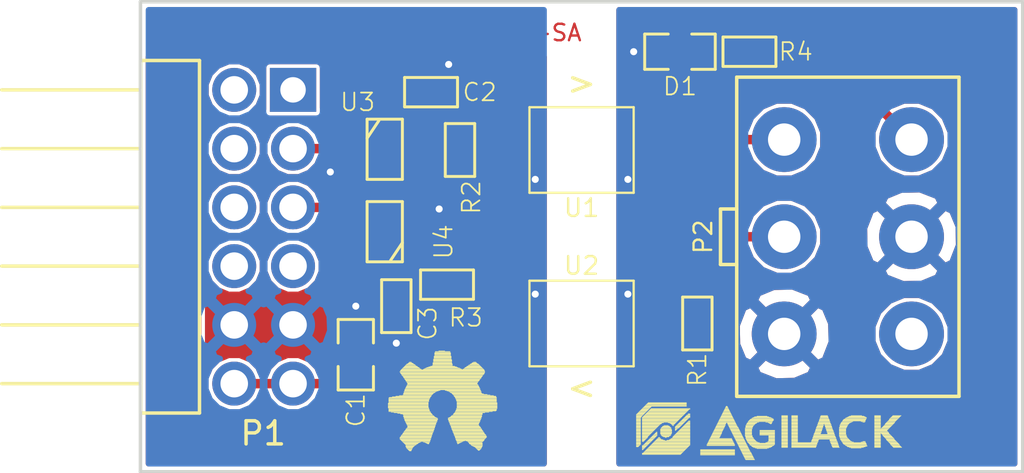
<source format=kicad_pcb>
(kicad_pcb (version 20171130) (host pcbnew 5.0.2)

  (general
    (thickness 1.6)
    (drawings 8)
    (tracks 116)
    (zones 0)
    (modules 16)
    (nets 21)
  )

  (page A4)
  (layers
    (0 F.Cu signal)
    (31 B.Cu signal)
    (32 B.Adhes user)
    (33 F.Adhes user)
    (34 B.Paste user)
    (35 F.Paste user)
    (36 B.SilkS user)
    (37 F.SilkS user)
    (38 B.Mask user)
    (39 F.Mask user)
    (40 Dwgs.User user)
    (41 Cmts.User user)
    (42 Eco1.User user)
    (43 Eco2.User user)
    (44 Edge.Cuts user)
    (45 Margin user)
    (46 B.CrtYd user)
    (47 F.CrtYd user)
    (48 B.Fab user)
    (49 F.Fab user)
  )

  (setup
    (last_trace_width 0.4064)
    (user_trace_width 0.2032)
    (user_trace_width 0.3048)
    (user_trace_width 0.4064)
    (trace_clearance 0.1524)
    (zone_clearance 0.1524)
    (zone_45_only no)
    (trace_min 0.2)
    (segment_width 0.2)
    (edge_width 0.15)
    (via_size 0.8)
    (via_drill 0.4)
    (via_min_size 0.4)
    (via_min_drill 0.3)
    (user_via 0.7112 0.3048)
    (uvia_size 0.3)
    (uvia_drill 0.1)
    (uvias_allowed no)
    (uvia_min_size 0.2)
    (uvia_min_drill 0.1)
    (pcb_text_width 0.3)
    (pcb_text_size 1.5 1.5)
    (mod_edge_width 0.15)
    (mod_text_size 1 1)
    (mod_text_width 0.15)
    (pad_size 1.524 1.524)
    (pad_drill 0.762)
    (pad_to_mask_clearance 0.051)
    (solder_mask_min_width 0.25)
    (aux_axis_origin 0 0)
    (visible_elements FFFFFFFF)
    (pcbplotparams
      (layerselection 0x010fc_ffffffff)
      (usegerberextensions false)
      (usegerberattributes false)
      (usegerberadvancedattributes false)
      (creategerberjobfile false)
      (excludeedgelayer true)
      (linewidth 0.100000)
      (plotframeref false)
      (viasonmask false)
      (mode 1)
      (useauxorigin false)
      (hpglpennumber 1)
      (hpglpenspeed 20)
      (hpglpendiameter 15.000000)
      (psnegative false)
      (psa4output false)
      (plotreference true)
      (plotvalue true)
      (plotinvisibletext false)
      (padsonsilk false)
      (subtractmaskfromsilk false)
      (outputformat 1)
      (mirror false)
      (drillshape 1)
      (scaleselection 1)
      (outputdirectory ""))
  )

  (net 0 "")
  (net 1 "Net-(P1-Pad1)")
  (net 2 /PMOD_TXD)
  (net 3 /PMOD_RXD)
  (net 4 "Net-(P1-Pad4)")
  (net 5 GND)
  (net 6 VCC)
  (net 7 "Net-(P1-Pad7)")
  (net 8 "Net-(P1-Pad8)")
  (net 9 "Net-(P1-Pad9)")
  (net 10 "Net-(P1-Pad10)")
  (net 11 "Net-(R2-Pad1)")
  (net 12 GNDBUS)
  (net 13 "Net-(P2-Pad4)")
  (net 14 "Net-(R3-Pad2)")
  (net 15 "Net-(R1-Pad2)")
  (net 16 "Net-(R2-Pad2)")
  (net 17 "Net-(D1-Pad1)")
  (net 18 "Net-(P2-Pad5)")
  (net 19 VBus)
  (net 20 "Net-(P2-Pad3)")

  (net_class Default "This is the default net class."
    (clearance 0.1524)
    (trace_width 0.25)
    (via_dia 0.8)
    (via_drill 0.4)
    (uvia_dia 0.3)
    (uvia_drill 0.1)
    (add_net /PMOD_RXD)
    (add_net /PMOD_TXD)
    (add_net GND)
    (add_net GNDBUS)
    (add_net "Net-(D1-Pad1)")
    (add_net "Net-(P1-Pad1)")
    (add_net "Net-(P1-Pad10)")
    (add_net "Net-(P1-Pad4)")
    (add_net "Net-(P1-Pad7)")
    (add_net "Net-(P1-Pad8)")
    (add_net "Net-(P1-Pad9)")
    (add_net "Net-(P2-Pad3)")
    (add_net "Net-(P2-Pad4)")
    (add_net "Net-(P2-Pad5)")
    (add_net "Net-(R1-Pad2)")
    (add_net "Net-(R2-Pad1)")
    (add_net "Net-(R2-Pad2)")
    (add_net "Net-(R3-Pad2)")
    (add_net VBus)
    (add_net VCC)
  )

  (module pmod-mdb:CONN_PMOD-Male locked (layer F.Cu) (tedit 5EA18398) (tstamp 5EA16516)
    (at 133.5 105 90)
    (path /5EA03688)
    (fp_text reference P1 (at -8.5 1.25 180) (layer F.SilkS)
      (effects (font (size 1 1) (thickness 0.15)))
    )
    (fp_text value PMOD (at 0 -2.77 90) (layer F.Fab)
      (effects (font (size 1 1) (thickness 0.15)))
    )
    (fp_line (start 6.35 -10.04) (end 6.35 -4.04) (layer F.SilkS) (width 0.15))
    (fp_line (start 3.81 -10.04) (end 3.81 -4.04) (layer F.SilkS) (width 0.15))
    (fp_line (start 1.27 -10.04) (end 1.27 -4.04) (layer F.SilkS) (width 0.15))
    (fp_line (start -1.27 -10.04) (end -1.27 -4.04) (layer F.SilkS) (width 0.15))
    (fp_line (start -3.81 -10.04) (end -3.81 -4.04) (layer F.SilkS) (width 0.15))
    (fp_line (start -6.35 -10.04) (end -6.35 -4.04) (layer F.SilkS) (width 0.15))
    (fp_line (start -7.62 -1.5) (end 7.62 -1.5) (layer F.SilkS) (width 0.15))
    (fp_line (start 7.62 -1.5) (end 7.62 -4.04) (layer F.SilkS) (width 0.15))
    (fp_line (start 7.62 -4.04) (end -7.62 -4.04) (layer F.SilkS) (width 0.15))
    (fp_line (start -7.62 -1.5) (end -7.62 -4.04) (layer F.SilkS) (width 0.15))
    (pad 1 thru_hole rect (at 6.35 2.54 90) (size 1.9 2) (drill 1.1) (layers *.Cu *.Mask)
      (net 1 "Net-(P1-Pad1)"))
    (pad 2 thru_hole circle (at 3.81 2.54 90) (size 1.9 1.9) (drill 1.19) (layers *.Cu *.Mask)
      (net 2 /PMOD_TXD))
    (pad 3 thru_hole circle (at 1.27 2.54 90) (size 1.9 1.9) (drill 1.19) (layers *.Cu *.Mask)
      (net 3 /PMOD_RXD))
    (pad 4 thru_hole circle (at -1.27 2.54 90) (size 1.9 1.9) (drill 1.19) (layers *.Cu *.Mask)
      (net 4 "Net-(P1-Pad4)"))
    (pad 5 thru_hole circle (at -3.81 2.54 90) (size 1.9 1.9) (drill 1.19) (layers *.Cu *.Mask)
      (net 5 GND))
    (pad 6 thru_hole circle (at -6.35 2.54 90) (size 1.9 1.9) (drill 1.19) (layers *.Cu *.Mask)
      (net 6 VCC))
    (pad 7 thru_hole circle (at 6.35 0 90) (size 1.9 1.9) (drill 1.19) (layers *.Cu *.Mask)
      (net 7 "Net-(P1-Pad7)"))
    (pad 8 thru_hole circle (at 3.81 0 90) (size 1.9 1.9) (drill 1.19) (layers *.Cu *.Mask)
      (net 8 "Net-(P1-Pad8)"))
    (pad 9 thru_hole circle (at 1.27 0 90) (size 1.9 1.9) (drill 1.19) (layers *.Cu *.Mask)
      (net 9 "Net-(P1-Pad9)"))
    (pad 10 thru_hole circle (at -1.27 0 90) (size 1.9 1.9) (drill 1.19) (layers *.Cu *.Mask)
      (net 10 "Net-(P1-Pad10)"))
    (pad 11 thru_hole circle (at -3.81 0 90) (size 1.9 1.9) (drill 1.19) (layers *.Cu *.Mask)
      (net 5 GND))
    (pad 12 thru_hole circle (at -6.35 0 90) (size 1.9 1.9) (drill 1.19) (layers *.Cu *.Mask)
      (net 6 VCC))
  )

  (module pmod-mdb:SOP6-4 locked (layer F.Cu) (tedit 5EA17EDD) (tstamp 5EA1668D)
    (at 148.5 101.25 270)
    (path /5EA0467B)
    (fp_text reference U1 (at 2.5 0) (layer F.SilkS)
      (effects (font (size 0.762 0.762) (thickness 0.1016)))
    )
    (fp_text value TLP185 (at 0 0) (layer F.Fab) hide
      (effects (font (size 0.2 0.2) (thickness 0.05)))
    )
    (fp_line (start -1.85 -2.25) (end 1.85 -2.25) (layer F.SilkS) (width 0.1))
    (fp_line (start 1.85 -2.25) (end 1.85 2.25) (layer F.SilkS) (width 0.1))
    (fp_line (start 1.85 2.25) (end -1.85 2.25) (layer F.SilkS) (width 0.1))
    (fp_line (start -1.85 2.25) (end -1.85 -2.25) (layer F.SilkS) (width 0.1))
    (pad 1 smd rect (at -1.27 3.15 270) (size 0.8 1.2) (layers F.Cu F.Paste F.Mask)
      (net 11 "Net-(R2-Pad1)"))
    (pad 3 smd rect (at 1.27 3.15 270) (size 0.8 1.2) (layers F.Cu F.Paste F.Mask)
      (net 5 GND))
    (pad 4 smd rect (at 1.27 -3.15 270) (size 0.8 1.2) (layers F.Cu F.Paste F.Mask)
      (net 12 GNDBUS))
    (pad 6 smd rect (at -1.27 -3.15 270) (size 0.8 1.2) (layers F.Cu F.Paste F.Mask)
      (net 13 "Net-(P2-Pad4)"))
  )

  (module pmod-mdb:SOP6-4 locked (layer F.Cu) (tedit 5EA16DDE) (tstamp 5EA16699)
    (at 148.5 108.75 90)
    (path /5EA04763)
    (fp_text reference U2 (at 2.5 0 180) (layer F.SilkS)
      (effects (font (size 0.762 0.762) (thickness 0.1016)))
    )
    (fp_text value TLP185 (at 0 0 180) (layer F.Fab) hide
      (effects (font (size 0.2 0.2) (thickness 0.05)))
    )
    (fp_line (start -1.85 2.25) (end -1.85 -2.25) (layer F.SilkS) (width 0.1))
    (fp_line (start 1.85 2.25) (end -1.85 2.25) (layer F.SilkS) (width 0.1))
    (fp_line (start 1.85 -2.25) (end 1.85 2.25) (layer F.SilkS) (width 0.1))
    (fp_line (start -1.85 -2.25) (end 1.85 -2.25) (layer F.SilkS) (width 0.1))
    (pad 6 smd rect (at -1.27 -3.15 90) (size 0.8 1.2) (layers F.Cu F.Paste F.Mask)
      (net 14 "Net-(R3-Pad2)"))
    (pad 4 smd rect (at 1.27 -3.15 90) (size 0.8 1.2) (layers F.Cu F.Paste F.Mask)
      (net 5 GND))
    (pad 3 smd rect (at 1.27 3.15 90) (size 0.8 1.2) (layers F.Cu F.Paste F.Mask)
      (net 12 GNDBUS))
    (pad 1 smd rect (at -1.27 3.15 90) (size 0.8 1.2) (layers F.Cu F.Paste F.Mask)
      (net 15 "Net-(R1-Pad2)"))
  )

  (module pmod-mdb:SOT23-5 locked (layer F.Cu) (tedit 5EA16F18) (tstamp 5EA166A7)
    (at 140 101.25 270)
    (path /5EA081F4)
    (fp_text reference U3 (at -2.07 1.17) (layer F.SilkS)
      (effects (font (size 0.762 0.762) (thickness 0.0762)))
    )
    (fp_text value SN74LVC1G17 (at 0.0635 0 270) (layer F.SilkS) hide
      (effects (font (size 0.2 0.2) (thickness 0.05)))
    )
    (fp_line (start -0.508 0.762) (end -1.27 0.254) (layer F.SilkS) (width 0.127))
    (fp_line (start 1.27 0.762) (end -1.3335 0.762) (layer F.SilkS) (width 0.127))
    (fp_line (start -1.3335 0.762) (end -1.3335 -0.762) (layer F.SilkS) (width 0.127))
    (fp_line (start -1.3335 -0.762) (end 1.27 -0.762) (layer F.SilkS) (width 0.127))
    (fp_line (start 1.27 -0.762) (end 1.27 0.762) (layer F.SilkS) (width 0.127))
    (pad 5 smd rect (at -0.9525 -1.27 270) (size 0.70104 1.00076) (layers F.Cu F.Paste F.Mask)
      (net 6 VCC))
    (pad 4 smd rect (at 0.9525 -1.27 270) (size 0.70104 1.00076) (layers F.Cu F.Paste F.Mask)
      (net 16 "Net-(R2-Pad2)"))
    (pad 3 smd rect (at 0.9525 1.27 270) (size 0.70104 1.00076) (layers F.Cu F.Paste F.Mask)
      (net 5 GND))
    (pad 2 smd rect (at 0 1.27 270) (size 0.70104 1.00076) (layers F.Cu F.Paste F.Mask)
      (net 2 /PMOD_TXD))
    (pad 1 smd rect (at -0.9525 1.27 270) (size 0.70104 1.00076) (layers F.Cu F.Paste F.Mask))
    (model smd/SOT23_6.wrl
      (at (xyz 0 0 0))
      (scale (xyz 0.11 0.11 0.11))
      (rotate (xyz 0 0 -180))
    )
  )

  (module pmod-mdb:SOT23-5 locked (layer F.Cu) (tedit 5EA16B5B) (tstamp 5EA166B5)
    (at 140 104.75 90)
    (path /5EA09712)
    (fp_text reference U4 (at -0.47 2.54 270) (layer F.SilkS)
      (effects (font (size 0.762 0.762) (thickness 0.0762)))
    )
    (fp_text value SN74LVC1G17 (at 0.0635 0 90) (layer F.SilkS) hide
      (effects (font (size 0.2 0.2) (thickness 0.05)))
    )
    (fp_line (start 1.27 -0.762) (end 1.27 0.762) (layer F.SilkS) (width 0.127))
    (fp_line (start -1.3335 -0.762) (end 1.27 -0.762) (layer F.SilkS) (width 0.127))
    (fp_line (start -1.3335 0.762) (end -1.3335 -0.762) (layer F.SilkS) (width 0.127))
    (fp_line (start 1.27 0.762) (end -1.3335 0.762) (layer F.SilkS) (width 0.127))
    (fp_line (start -0.508 0.762) (end -1.27 0.254) (layer F.SilkS) (width 0.127))
    (pad 1 smd rect (at -0.9525 1.27 90) (size 0.70104 1.00076) (layers F.Cu F.Paste F.Mask))
    (pad 2 smd rect (at 0 1.27 90) (size 0.70104 1.00076) (layers F.Cu F.Paste F.Mask)
      (net 14 "Net-(R3-Pad2)"))
    (pad 3 smd rect (at 0.9525 1.27 90) (size 0.70104 1.00076) (layers F.Cu F.Paste F.Mask)
      (net 5 GND))
    (pad 4 smd rect (at 0.9525 -1.27 90) (size 0.70104 1.00076) (layers F.Cu F.Paste F.Mask)
      (net 3 /PMOD_RXD))
    (pad 5 smd rect (at -0.9525 -1.27 90) (size 0.70104 1.00076) (layers F.Cu F.Paste F.Mask)
      (net 6 VCC))
    (model smd/SOT23_6.wrl
      (at (xyz 0 0 0))
      (scale (xyz 0.11 0.11 0.11))
      (rotate (xyz 0 0 -180))
    )
  )

  (module pmod-mdb:SMD0805 (layer F.Cu) (tedit 5EA16E96) (tstamp 5EA1B69D)
    (at 138.75 110.1 90)
    (path /5EA04AC0)
    (attr smd)
    (fp_text reference C1 (at -2.4 0 90) (layer F.SilkS)
      (effects (font (size 0.762 0.762) (thickness 0.0762)))
    )
    (fp_text value 10uF (at 0 0 180) (layer F.SilkS) hide
      (effects (font (size 0.2 0.2) (thickness 0.05)))
    )
    (fp_line (start -0.508 0.762) (end -1.524 0.762) (layer F.SilkS) (width 0.127))
    (fp_line (start -1.524 0.762) (end -1.524 -0.762) (layer F.SilkS) (width 0.127))
    (fp_line (start -1.524 -0.762) (end -0.508 -0.762) (layer F.SilkS) (width 0.127))
    (fp_line (start 0.508 -0.762) (end 1.524 -0.762) (layer F.SilkS) (width 0.127))
    (fp_line (start 1.524 -0.762) (end 1.524 0.762) (layer F.SilkS) (width 0.127))
    (fp_line (start 1.524 0.762) (end 0.508 0.762) (layer F.SilkS) (width 0.127))
    (pad 1 smd rect (at -0.9525 0 90) (size 0.889 1.397) (layers F.Cu F.Paste F.Mask)
      (net 6 VCC))
    (pad 2 smd rect (at 0.9525 0 90) (size 0.889 1.397) (layers F.Cu F.Paste F.Mask)
      (net 5 GND))
    (model smd/chip_cms.wrl
      (at (xyz 0 0 0))
      (scale (xyz 0.1 0.1 0.1))
      (rotate (xyz 0 0 0))
    )
  )

  (module pmod-mdb:SMD0603 (layer F.Cu) (tedit 5EA184DA) (tstamp 5EA1B6A7)
    (at 142 98.75)
    (path /5EA06008)
    (attr smd)
    (fp_text reference C2 (at 2.1 0) (layer F.SilkS)
      (effects (font (size 0.762 0.762) (thickness 0.0762)))
    )
    (fp_text value 100nF (at 0 0) (layer F.SilkS) hide
      (effects (font (size 0.20066 0.20066) (thickness 0.0508)))
    )
    (fp_line (start -1.143 0.635) (end -1.143 -0.635) (layer F.SilkS) (width 0.127))
    (fp_line (start 1.143 0.635) (end -1.143 0.635) (layer F.SilkS) (width 0.127))
    (fp_line (start 1.143 -0.635) (end 1.143 0.635) (layer F.SilkS) (width 0.127))
    (fp_line (start -1.143 -0.635) (end 1.143 -0.635) (layer F.SilkS) (width 0.127))
    (pad 2 smd rect (at 0.762 0) (size 0.635 1.143) (layers F.Cu F.Paste F.Mask)
      (net 5 GND))
    (pad 1 smd rect (at -0.762 0) (size 0.635 1.143) (layers F.Cu F.Paste F.Mask)
      (net 6 VCC))
    (model smd/chip_cms.wrl
      (at (xyz 0 0 0))
      (scale (xyz 0.08 0.08 0.08))
      (rotate (xyz 0 0 0))
    )
  )

  (module pmod-mdb:SMD0603 (layer F.Cu) (tedit 5EA16E54) (tstamp 5EA1B6B1)
    (at 140.5 108 270)
    (path /5EA068FE)
    (attr smd)
    (fp_text reference C3 (at 0.75 -1.35 90) (layer F.SilkS)
      (effects (font (size 0.762 0.762) (thickness 0.0762)))
    )
    (fp_text value 100nF (at 0 0) (layer F.SilkS) hide
      (effects (font (size 0.20066 0.20066) (thickness 0.0508)))
    )
    (fp_line (start -1.143 -0.635) (end 1.143 -0.635) (layer F.SilkS) (width 0.127))
    (fp_line (start 1.143 -0.635) (end 1.143 0.635) (layer F.SilkS) (width 0.127))
    (fp_line (start 1.143 0.635) (end -1.143 0.635) (layer F.SilkS) (width 0.127))
    (fp_line (start -1.143 0.635) (end -1.143 -0.635) (layer F.SilkS) (width 0.127))
    (pad 1 smd rect (at -0.762 0 270) (size 0.635 1.143) (layers F.Cu F.Paste F.Mask)
      (net 6 VCC))
    (pad 2 smd rect (at 0.762 0 270) (size 0.635 1.143) (layers F.Cu F.Paste F.Mask)
      (net 5 GND))
    (model smd/chip_cms.wrl
      (at (xyz 0 0 0))
      (scale (xyz 0.08 0.08 0.08))
      (rotate (xyz 0 0 0))
    )
  )

  (module pmod-mdb:SMD0805 locked (layer F.Cu) (tedit 5EA17F0F) (tstamp 5EA1B6BD)
    (at 152.75 97 180)
    (path /5EA160B0)
    (attr smd)
    (fp_text reference D1 (at 0 -1.5 180) (layer F.SilkS)
      (effects (font (size 0.762 0.762) (thickness 0.0762)))
    )
    (fp_text value LED (at 0 0 180) (layer F.SilkS) hide
      (effects (font (size 0.2 0.2) (thickness 0.05)))
    )
    (fp_line (start 1.524 0.762) (end 0.508 0.762) (layer F.SilkS) (width 0.127))
    (fp_line (start 1.524 -0.762) (end 1.524 0.762) (layer F.SilkS) (width 0.127))
    (fp_line (start 0.508 -0.762) (end 1.524 -0.762) (layer F.SilkS) (width 0.127))
    (fp_line (start -1.524 -0.762) (end -0.508 -0.762) (layer F.SilkS) (width 0.127))
    (fp_line (start -1.524 0.762) (end -1.524 -0.762) (layer F.SilkS) (width 0.127))
    (fp_line (start -0.508 0.762) (end -1.524 0.762) (layer F.SilkS) (width 0.127))
    (pad 2 smd rect (at 0.9525 0 180) (size 0.889 1.397) (layers F.Cu F.Paste F.Mask)
      (net 12 GNDBUS))
    (pad 1 smd rect (at -0.9525 0 180) (size 0.889 1.397) (layers F.Cu F.Paste F.Mask)
      (net 17 "Net-(D1-Pad1)"))
    (model smd/chip_cms.wrl
      (at (xyz 0 0 0))
      (scale (xyz 0.1 0.1 0.1))
      (rotate (xyz 0 0 0))
    )
  )

  (module pmod-mdb:SMD0603 locked (layer F.Cu) (tedit 5EA17E48) (tstamp 5EA1B6C7)
    (at 153.5 108.75 270)
    (path /5EA05041)
    (attr smd)
    (fp_text reference R1 (at 2 0 270) (layer F.SilkS)
      (effects (font (size 0.762 0.762) (thickness 0.0762)))
    )
    (fp_text value 1k (at 0 0) (layer F.SilkS) hide
      (effects (font (size 0.20066 0.20066) (thickness 0.0508)))
    )
    (fp_line (start -1.143 -0.635) (end 1.143 -0.635) (layer F.SilkS) (width 0.127))
    (fp_line (start 1.143 -0.635) (end 1.143 0.635) (layer F.SilkS) (width 0.127))
    (fp_line (start 1.143 0.635) (end -1.143 0.635) (layer F.SilkS) (width 0.127))
    (fp_line (start -1.143 0.635) (end -1.143 -0.635) (layer F.SilkS) (width 0.127))
    (pad 1 smd rect (at -0.762 0 270) (size 0.635 1.143) (layers F.Cu F.Paste F.Mask)
      (net 18 "Net-(P2-Pad5)"))
    (pad 2 smd rect (at 0.762 0 270) (size 0.635 1.143) (layers F.Cu F.Paste F.Mask)
      (net 15 "Net-(R1-Pad2)"))
    (model smd/chip_cms.wrl
      (at (xyz 0 0 0))
      (scale (xyz 0.08 0.08 0.08))
      (rotate (xyz 0 0 0))
    )
  )

  (module pmod-mdb:SMD0603 locked (layer F.Cu) (tedit 5EA175C3) (tstamp 5EA1B6D1)
    (at 143.25 101.25 270)
    (path /5EA0648B)
    (attr smd)
    (fp_text reference R2 (at 2.05 -0.49 270) (layer F.SilkS)
      (effects (font (size 0.762 0.762) (thickness 0.0762)))
    )
    (fp_text value 330 (at 0 0 270) (layer F.SilkS) hide
      (effects (font (size 0.20066 0.20066) (thickness 0.0508)))
    )
    (fp_line (start -1.143 0.635) (end -1.143 -0.635) (layer F.SilkS) (width 0.127))
    (fp_line (start 1.143 0.635) (end -1.143 0.635) (layer F.SilkS) (width 0.127))
    (fp_line (start 1.143 -0.635) (end 1.143 0.635) (layer F.SilkS) (width 0.127))
    (fp_line (start -1.143 -0.635) (end 1.143 -0.635) (layer F.SilkS) (width 0.127))
    (pad 2 smd rect (at 0.762 0 270) (size 0.635 1.143) (layers F.Cu F.Paste F.Mask)
      (net 16 "Net-(R2-Pad2)"))
    (pad 1 smd rect (at -0.762 0 270) (size 0.635 1.143) (layers F.Cu F.Paste F.Mask)
      (net 11 "Net-(R2-Pad1)"))
    (model smd/chip_cms.wrl
      (at (xyz 0 0 0))
      (scale (xyz 0.08 0.08 0.08))
      (rotate (xyz 0 0 0))
    )
  )

  (module pmod-mdb:SMD0603 (layer F.Cu) (tedit 5EA16E64) (tstamp 5EA1B6DB)
    (at 142.69 107.07)
    (path /5EA069D1)
    (attr smd)
    (fp_text reference R3 (at 0.81 1.43) (layer F.SilkS)
      (effects (font (size 0.762 0.762) (thickness 0.0762)))
    )
    (fp_text value 10k (at 0 0) (layer F.SilkS) hide
      (effects (font (size 0.20066 0.20066) (thickness 0.0508)))
    )
    (fp_line (start -1.143 -0.635) (end 1.143 -0.635) (layer F.SilkS) (width 0.127))
    (fp_line (start 1.143 -0.635) (end 1.143 0.635) (layer F.SilkS) (width 0.127))
    (fp_line (start 1.143 0.635) (end -1.143 0.635) (layer F.SilkS) (width 0.127))
    (fp_line (start -1.143 0.635) (end -1.143 -0.635) (layer F.SilkS) (width 0.127))
    (pad 1 smd rect (at -0.762 0) (size 0.635 1.143) (layers F.Cu F.Paste F.Mask)
      (net 6 VCC))
    (pad 2 smd rect (at 0.762 0) (size 0.635 1.143) (layers F.Cu F.Paste F.Mask)
      (net 14 "Net-(R3-Pad2)"))
    (model smd/chip_cms.wrl
      (at (xyz 0 0 0))
      (scale (xyz 0.08 0.08 0.08))
      (rotate (xyz 0 0 0))
    )
  )

  (module pmod-mdb:SMD0603 locked (layer F.Cu) (tedit 5EA17FA8) (tstamp 5EA1B6E5)
    (at 155.75 97)
    (path /5EA11529)
    (attr smd)
    (fp_text reference R4 (at 2 0) (layer F.SilkS)
      (effects (font (size 0.762 0.762) (thickness 0.0762)))
    )
    (fp_text value 2,4k (at 0 0) (layer F.SilkS) hide
      (effects (font (size 0.20066 0.20066) (thickness 0.0508)))
    )
    (fp_line (start -1.143 0.635) (end -1.143 -0.635) (layer F.SilkS) (width 0.127))
    (fp_line (start 1.143 0.635) (end -1.143 0.635) (layer F.SilkS) (width 0.127))
    (fp_line (start 1.143 -0.635) (end 1.143 0.635) (layer F.SilkS) (width 0.127))
    (fp_line (start -1.143 -0.635) (end 1.143 -0.635) (layer F.SilkS) (width 0.127))
    (pad 2 smd rect (at 0.762 0) (size 0.635 1.143) (layers F.Cu F.Paste F.Mask)
      (net 19 VBus))
    (pad 1 smd rect (at -0.762 0) (size 0.635 1.143) (layers F.Cu F.Paste F.Mask)
      (net 17 "Net-(D1-Pad1)"))
    (model smd/chip_cms.wrl
      (at (xyz 0 0 0))
      (scale (xyz 0.08 0.08 0.08))
      (rotate (xyz 0 0 0))
    )
  )

  (module pmod-mdb:logo-ohw (layer F.Cu) (tedit 5950CCB7) (tstamp 5EA24890)
    (at 142.5 112.25)
    (fp_text reference ohw_logo (at 0 1.9304) (layer F.SilkS) hide
      (effects (font (size 0.2 0.2) (thickness 0.05)))
    )
    (fp_text value VAL** (at 0 0) (layer F.SilkS) hide
      (effects (font (size 0.20066 0.20066) (thickness 0.0508)))
    )
    (fp_line (start -1.4351 2.0066) (end -1.3589 2.0066) (layer F.SilkS) (width 0.02794))
    (fp_line (start 1.5367 1.9812) (end 1.5875 1.9812) (layer F.SilkS) (width 0.02794))
    (fp_line (start -1.4605 1.9812) (end -1.3589 1.9812) (layer F.SilkS) (width 0.02794))
    (fp_line (start 1.5113 1.9558) (end 1.6129 1.9558) (layer F.SilkS) (width 0.02794))
    (fp_line (start -1.4859 1.9558) (end -1.3335 1.9558) (layer F.SilkS) (width 0.02794))
    (fp_line (start 1.4859 1.9304) (end 1.6383 1.9304) (layer F.SilkS) (width 0.02794))
    (fp_line (start -1.5113 1.9304) (end -1.3335 1.9304) (layer F.SilkS) (width 0.02794))
    (fp_line (start 1.4605 1.905) (end 1.6637 1.905) (layer F.SilkS) (width 0.02794))
    (fp_line (start -1.5367 1.905) (end -1.3081 1.905) (layer F.SilkS) (width 0.02794))
    (fp_line (start 1.4351 1.8796) (end 1.6637 1.8796) (layer F.SilkS) (width 0.02794))
    (fp_line (start -1.5621 1.8796) (end -1.3081 1.8796) (layer F.SilkS) (width 0.02794))
    (fp_line (start 1.4097 1.8542) (end 1.6891 1.8542) (layer F.SilkS) (width 0.02794))
    (fp_line (start -1.5621 1.8542) (end -1.2827 1.8542) (layer F.SilkS) (width 0.02794))
    (fp_line (start 1.3589 1.8288) (end 1.6891 1.8288) (layer F.SilkS) (width 0.02794))
    (fp_line (start -1.5875 1.8288) (end -1.2573 1.8288) (layer F.SilkS) (width 0.02794))
    (fp_line (start 1.3081 1.8034) (end 1.7145 1.8034) (layer F.SilkS) (width 0.02794))
    (fp_line (start -1.5875 1.8034) (end -1.2319 1.8034) (layer F.SilkS) (width 0.02794))
    (fp_line (start 1.2573 1.778) (end 1.7145 1.778) (layer F.SilkS) (width 0.02794))
    (fp_line (start -1.5875 1.778) (end -1.2065 1.778) (layer F.SilkS) (width 0.02794))
    (fp_line (start 1.2319 1.7526) (end 1.7145 1.7526) (layer F.SilkS) (width 0.02794))
    (fp_line (start -1.5875 1.7526) (end -1.1557 1.7526) (layer F.SilkS) (width 0.02794))
    (fp_line (start 1.2065 1.7272) (end 1.7145 1.7272) (layer F.SilkS) (width 0.02794))
    (fp_line (start -1.6129 1.7272) (end -1.1303 1.7272) (layer F.SilkS) (width 0.02794))
    (fp_line (start 1.1557 1.7018) (end 1.7145 1.7018) (layer F.SilkS) (width 0.02794))
    (fp_line (start 0.6477 1.7018) (end 0.6731 1.7018) (layer F.SilkS) (width 0.02794))
    (fp_line (start -0.6477 1.7018) (end -0.5969 1.7018) (layer F.SilkS) (width 0.02794))
    (fp_line (start -1.6383 1.7018) (end -1.0795 1.7018) (layer F.SilkS) (width 0.02794))
    (fp_line (start 1.1557 1.6764) (end 1.7145 1.6764) (layer F.SilkS) (width 0.02794))
    (fp_line (start 0.6477 1.6764) (end 0.7239 1.6764) (layer F.SilkS) (width 0.02794))
    (fp_line (start -0.6985 1.6764) (end -0.5969 1.6764) (layer F.SilkS) (width 0.02794))
    (fp_line (start -1.6637 1.6764) (end -1.0541 1.6764) (layer F.SilkS) (width 0.02794))
    (fp_line (start 1.1303 1.651) (end 1.6891 1.651) (layer F.SilkS) (width 0.02794))
    (fp_line (start 0.6223 1.651) (end 0.7747 1.651) (layer F.SilkS) (width 0.02794))
    (fp_line (start -0.7493 1.651) (end -0.5715 1.651) (layer F.SilkS) (width 0.02794))
    (fp_line (start -1.6891 1.651) (end -1.0033 1.651) (layer F.SilkS) (width 0.02794))
    (fp_line (start 1.1049 1.6256) (end 1.7145 1.6256) (layer F.SilkS) (width 0.02794))
    (fp_line (start 0.6223 1.6256) (end 0.8255 1.6256) (layer F.SilkS) (width 0.02794))
    (fp_line (start -0.8255 1.6256) (end -0.5715 1.6256) (layer F.SilkS) (width 0.02794))
    (fp_line (start -1.7145 1.6256) (end -0.9525 1.6256) (layer F.SilkS) (width 0.02794))
    (fp_line (start 1.0795 1.6002) (end 1.7399 1.6002) (layer F.SilkS) (width 0.02794))
    (fp_line (start 0.6223 1.6002) (end 0.8763 1.6002) (layer F.SilkS) (width 0.02794))
    (fp_line (start -1.7399 1.6002) (end -0.5461 1.6002) (layer F.SilkS) (width 0.02794))
    (fp_line (start 1.0033 1.5748) (end 1.7653 1.5748) (layer F.SilkS) (width 0.02794))
    (fp_line (start 0.5969 1.5748) (end 0.9525 1.5748) (layer F.SilkS) (width 0.02794))
    (fp_line (start -1.7653 1.5748) (end -0.5461 1.5748) (layer F.SilkS) (width 0.02794))
    (fp_line (start 0.5969 1.5494) (end 1.7907 1.5494) (layer F.SilkS) (width 0.02794))
    (fp_line (start -1.7907 1.5494) (end -0.5461 1.5494) (layer F.SilkS) (width 0.02794))
    (fp_line (start 0.5715 1.524) (end 1.7907 1.524) (layer F.SilkS) (width 0.02794))
    (fp_line (start -1.8161 1.524) (end -0.5207 1.524) (layer F.SilkS) (width 0.02794))
    (fp_line (start 0.5715 1.4986) (end 1.8161 1.4986) (layer F.SilkS) (width 0.02794))
    (fp_line (start -1.8415 1.4986) (end -0.5207 1.4986) (layer F.SilkS) (width 0.02794))
    (fp_line (start 0.5715 1.4732) (end 1.8415 1.4732) (layer F.SilkS) (width 0.02794))
    (fp_line (start -1.8415 1.4732) (end -0.5207 1.4732) (layer F.SilkS) (width 0.02794))
    (fp_line (start 0.5461 1.4478) (end 1.8669 1.4478) (layer F.SilkS) (width 0.02794))
    (fp_line (start -1.8415 1.4478) (end -0.4953 1.4478) (layer F.SilkS) (width 0.02794))
    (fp_line (start 0.5461 1.4224) (end 1.8923 1.4224) (layer F.SilkS) (width 0.02794))
    (fp_line (start -1.8415 1.4224) (end -0.4953 1.4224) (layer F.SilkS) (width 0.02794))
    (fp_line (start 0.5461 1.397) (end 1.8923 1.397) (layer F.SilkS) (width 0.02794))
    (fp_line (start -1.8161 1.397) (end -0.4953 1.397) (layer F.SilkS) (width 0.02794))
    (fp_line (start 0.5207 1.3716) (end 1.8923 1.3716) (layer F.SilkS) (width 0.02794))
    (fp_line (start -1.7907 1.3716) (end -0.4699 1.3716) (layer F.SilkS) (width 0.02794))
    (fp_line (start 0.5207 1.3462) (end 1.8669 1.3462) (layer F.SilkS) (width 0.02794))
    (fp_line (start -1.7907 1.3462) (end -0.4699 1.3462) (layer F.SilkS) (width 0.02794))
    (fp_line (start 0.4953 1.3208) (end 1.8669 1.3208) (layer F.SilkS) (width 0.02794))
    (fp_line (start -1.7653 1.3208) (end -0.4699 1.3208) (layer F.SilkS) (width 0.02794))
    (fp_line (start 0.4953 1.2954) (end 1.8415 1.2954) (layer F.SilkS) (width 0.02794))
    (fp_line (start -1.7399 1.2954) (end -0.4445 1.2954) (layer F.SilkS) (width 0.02794))
    (fp_line (start 0.4953 1.27) (end 1.8161 1.27) (layer F.SilkS) (width 0.02794))
    (fp_line (start -1.7145 1.27) (end -0.4445 1.27) (layer F.SilkS) (width 0.02794))
    (fp_line (start 0.4699 1.2446) (end 1.7907 1.2446) (layer F.SilkS) (width 0.02794))
    (fp_line (start -1.7145 1.2446) (end -0.4445 1.2446) (layer F.SilkS) (width 0.02794))
    (fp_line (start 0.4699 1.2192) (end 1.7907 1.2192) (layer F.SilkS) (width 0.02794))
    (fp_line (start -1.6891 1.2192) (end -0.4191 1.2192) (layer F.SilkS) (width 0.02794))
    (fp_line (start 0.4445 1.1938) (end 1.7653 1.1938) (layer F.SilkS) (width 0.02794))
    (fp_line (start -1.6637 1.1938) (end -0.4191 1.1938) (layer F.SilkS) (width 0.02794))
    (fp_line (start 0.4445 1.1684) (end 1.7399 1.1684) (layer F.SilkS) (width 0.02794))
    (fp_line (start -1.6637 1.1684) (end -0.3937 1.1684) (layer F.SilkS) (width 0.02794))
    (fp_line (start 0.4445 1.143) (end 1.7399 1.143) (layer F.SilkS) (width 0.02794))
    (fp_line (start -1.6383 1.143) (end -0.3937 1.143) (layer F.SilkS) (width 0.02794))
    (fp_line (start 0.4191 1.1176) (end 1.7145 1.1176) (layer F.SilkS) (width 0.02794))
    (fp_line (start -1.6129 1.1176) (end -0.3937 1.1176) (layer F.SilkS) (width 0.02794))
    (fp_line (start 0.4191 1.0922) (end 1.6891 1.0922) (layer F.SilkS) (width 0.02794))
    (fp_line (start -1.5875 1.0922) (end -0.3683 1.0922) (layer F.SilkS) (width 0.02794))
    (fp_line (start 0.3937 1.0668) (end 1.6891 1.0668) (layer F.SilkS) (width 0.02794))
    (fp_line (start -1.5875 1.0668) (end -0.3683 1.0668) (layer F.SilkS) (width 0.02794))
    (fp_line (start 0.3937 1.0414) (end 1.6637 1.0414) (layer F.SilkS) (width 0.02794))
    (fp_line (start -1.5621 1.0414) (end -0.3683 1.0414) (layer F.SilkS) (width 0.02794))
    (fp_line (start 0.3937 1.016) (end 1.6383 1.016) (layer F.SilkS) (width 0.02794))
    (fp_line (start -1.5367 1.016) (end -0.3429 1.016) (layer F.SilkS) (width 0.02794))
    (fp_line (start 0.3683 0.9906) (end 1.6383 0.9906) (layer F.SilkS) (width 0.02794))
    (fp_line (start -1.5113 0.9906) (end -0.3429 0.9906) (layer F.SilkS) (width 0.02794))
    (fp_line (start 0.3683 0.9652) (end 1.6129 0.9652) (layer F.SilkS) (width 0.02794))
    (fp_line (start -1.5113 0.9652) (end -0.3429 0.9652) (layer F.SilkS) (width 0.02794))
    (fp_line (start 0.3683 0.9398) (end 1.5875 0.9398) (layer F.SilkS) (width 0.02794))
    (fp_line (start -1.5113 0.9398) (end -0.3175 0.9398) (layer F.SilkS) (width 0.02794))
    (fp_line (start 0.3429 0.9144) (end 1.5621 0.9144) (layer F.SilkS) (width 0.02794))
    (fp_line (start -1.5113 0.9144) (end -0.3175 0.9144) (layer F.SilkS) (width 0.02794))
    (fp_line (start 0.3429 0.889) (end 1.5621 0.889) (layer F.SilkS) (width 0.02794))
    (fp_line (start -1.5367 0.889) (end -0.3175 0.889) (layer F.SilkS) (width 0.02794))
    (fp_line (start 0.3175 0.8636) (end 1.5367 0.8636) (layer F.SilkS) (width 0.02794))
    (fp_line (start -1.5367 0.8636) (end -0.2921 0.8636) (layer F.SilkS) (width 0.02794))
    (fp_line (start 0.3175 0.8382) (end 1.5621 0.8382) (layer F.SilkS) (width 0.02794))
    (fp_line (start -1.5621 0.8382) (end -0.2921 0.8382) (layer F.SilkS) (width 0.02794))
    (fp_line (start 0.3175 0.8128) (end 1.5621 0.8128) (layer F.SilkS) (width 0.02794))
    (fp_line (start -1.5621 0.8128) (end -0.2921 0.8128) (layer F.SilkS) (width 0.02794))
    (fp_line (start 0.2921 0.7874) (end 1.5875 0.7874) (layer F.SilkS) (width 0.02794))
    (fp_line (start -1.5875 0.7874) (end -0.2667 0.7874) (layer F.SilkS) (width 0.02794))
    (fp_line (start 0.2921 0.762) (end 1.5875 0.762) (layer F.SilkS) (width 0.02794))
    (fp_line (start -1.5875 0.762) (end -0.2667 0.762) (layer F.SilkS) (width 0.02794))
    (fp_line (start 0.2667 0.7366) (end 1.6129 0.7366) (layer F.SilkS) (width 0.02794))
    (fp_line (start -1.6129 0.7366) (end -0.2413 0.7366) (layer F.SilkS) (width 0.02794))
    (fp_line (start 0.2667 0.7112) (end 1.6129 0.7112) (layer F.SilkS) (width 0.02794))
    (fp_line (start -1.6129 0.7112) (end -0.2413 0.7112) (layer F.SilkS) (width 0.02794))
    (fp_line (start 0.2667 0.6858) (end 1.6129 0.6858) (layer F.SilkS) (width 0.02794))
    (fp_line (start -1.6383 0.6858) (end -0.2413 0.6858) (layer F.SilkS) (width 0.02794))
    (fp_line (start 0.2413 0.6604) (end 1.6383 0.6604) (layer F.SilkS) (width 0.02794))
    (fp_line (start -1.6383 0.6604) (end -0.2159 0.6604) (layer F.SilkS) (width 0.02794))
    (fp_line (start 0.2413 0.635) (end 1.6383 0.635) (layer F.SilkS) (width 0.02794))
    (fp_line (start -1.6383 0.635) (end -0.2159 0.635) (layer F.SilkS) (width 0.02794))
    (fp_line (start 0.2413 0.6096) (end 1.6637 0.6096) (layer F.SilkS) (width 0.02794))
    (fp_line (start -1.6637 0.6096) (end -0.2159 0.6096) (layer F.SilkS) (width 0.02794))
    (fp_line (start 0.2413 0.5842) (end 1.6637 0.5842) (layer F.SilkS) (width 0.02794))
    (fp_line (start -1.6637 0.5842) (end -0.2413 0.5842) (layer F.SilkS) (width 0.02794))
    (fp_line (start 0.2921 0.5588) (end 1.6637 0.5588) (layer F.SilkS) (width 0.02794))
    (fp_line (start -1.6637 0.5588) (end -0.2921 0.5588) (layer F.SilkS) (width 0.02794))
    (fp_line (start 0.3429 0.5334) (end 1.6891 0.5334) (layer F.SilkS) (width 0.02794))
    (fp_line (start -1.6891 0.5334) (end -0.3429 0.5334) (layer F.SilkS) (width 0.02794))
    (fp_line (start 0.3683 0.508) (end 1.6891 0.508) (layer F.SilkS) (width 0.02794))
    (fp_line (start -1.6891 0.508) (end -0.3683 0.508) (layer F.SilkS) (width 0.02794))
    (fp_line (start 0.3937 0.4826) (end 1.6891 0.4826) (layer F.SilkS) (width 0.02794))
    (fp_line (start -1.6891 0.4826) (end -0.3937 0.4826) (layer F.SilkS) (width 0.02794))
    (fp_line (start 0.4445 0.4572) (end 1.6891 0.4572) (layer F.SilkS) (width 0.02794))
    (fp_line (start -1.6891 0.4572) (end -0.4445 0.4572) (layer F.SilkS) (width 0.02794))
    (fp_line (start 0.4699 0.4318) (end 1.7145 0.4318) (layer F.SilkS) (width 0.02794))
    (fp_line (start -1.7145 0.4318) (end -0.4445 0.4318) (layer F.SilkS) (width 0.02794))
    (fp_line (start 0.4699 0.4064) (end 1.7145 0.4064) (layer F.SilkS) (width 0.02794))
    (fp_line (start -1.8161 0.4064) (end -0.4699 0.4064) (layer F.SilkS) (width 0.02794))
    (fp_line (start 0.4953 0.381) (end 1.7145 0.381) (layer F.SilkS) (width 0.02794))
    (fp_line (start -1.9431 0.381) (end -0.4953 0.381) (layer F.SilkS) (width 0.02794))
    (fp_line (start 0.5207 0.3556) (end 1.8161 0.3556) (layer F.SilkS) (width 0.02794))
    (fp_line (start -2.0955 0.3556) (end -0.5207 0.3556) (layer F.SilkS) (width 0.02794))
    (fp_line (start 0.5461 0.3302) (end 1.9939 0.3302) (layer F.SilkS) (width 0.02794))
    (fp_line (start -2.2225 0.3302) (end -0.5207 0.3302) (layer F.SilkS) (width 0.02794))
    (fp_line (start 0.5461 0.3048) (end 2.1463 0.3048) (layer F.SilkS) (width 0.02794))
    (fp_line (start -2.3241 0.3048) (end -0.5461 0.3048) (layer F.SilkS) (width 0.02794))
    (fp_line (start 0.5715 0.2794) (end 2.2987 0.2794) (layer F.SilkS) (width 0.02794))
    (fp_line (start -2.3241 0.2794) (end -0.5715 0.2794) (layer F.SilkS) (width 0.02794))
    (fp_line (start 0.5715 0.254) (end 2.3241 0.254) (layer F.SilkS) (width 0.02794))
    (fp_line (start -2.3241 0.254) (end -0.5715 0.254) (layer F.SilkS) (width 0.02794))
    (fp_line (start 0.5969 0.2286) (end 2.3241 0.2286) (layer F.SilkS) (width 0.02794))
    (fp_line (start -2.3241 0.2286) (end -0.5715 0.2286) (layer F.SilkS) (width 0.02794))
    (fp_line (start 0.5969 0.2032) (end 2.3241 0.2032) (layer F.SilkS) (width 0.02794))
    (fp_line (start -2.3241 0.2032) (end -0.5969 0.2032) (layer F.SilkS) (width 0.02794))
    (fp_line (start 0.5969 0.1778) (end 2.3495 0.1778) (layer F.SilkS) (width 0.02794))
    (fp_line (start -2.3241 0.1778) (end -0.5969 0.1778) (layer F.SilkS) (width 0.02794))
    (fp_line (start 0.6223 0.1524) (end 2.3495 0.1524) (layer F.SilkS) (width 0.02794))
    (fp_line (start -2.3495 0.1524) (end -0.5969 0.1524) (layer F.SilkS) (width 0.02794))
    (fp_line (start 0.6223 0.127) (end 2.3495 0.127) (layer F.SilkS) (width 0.02794))
    (fp_line (start -2.3495 0.127) (end -0.6223 0.127) (layer F.SilkS) (width 0.02794))
    (fp_line (start 0.6223 0.1016) (end 2.3495 0.1016) (layer F.SilkS) (width 0.02794))
    (fp_line (start -2.3495 0.1016) (end -0.6223 0.1016) (layer F.SilkS) (width 0.02794))
    (fp_line (start 0.6223 0.0762) (end 2.3495 0.0762) (layer F.SilkS) (width 0.02794))
    (fp_line (start -2.3495 0.0762) (end -0.6223 0.0762) (layer F.SilkS) (width 0.02794))
    (fp_line (start 0.6223 0.0508) (end 2.3495 0.0508) (layer F.SilkS) (width 0.02794))
    (fp_line (start -2.3495 0.0508) (end -0.6223 0.0508) (layer F.SilkS) (width 0.02794))
    (fp_line (start 0.6223 0.0254) (end 2.3495 0.0254) (layer F.SilkS) (width 0.02794))
    (fp_line (start -2.3495 0.0254) (end -0.6223 0.0254) (layer F.SilkS) (width 0.02794))
    (fp_line (start 0.6223 0) (end 2.3495 0) (layer F.SilkS) (width 0.02794))
    (fp_line (start -2.3495 0) (end -0.6223 0) (layer F.SilkS) (width 0.02794))
    (fp_line (start 0.6223 -0.0254) (end 2.3495 -0.0254) (layer F.SilkS) (width 0.02794))
    (fp_line (start -2.3495 -0.0254) (end -0.6223 -0.0254) (layer F.SilkS) (width 0.02794))
    (fp_line (start 0.6223 -0.0508) (end 2.3495 -0.0508) (layer F.SilkS) (width 0.02794))
    (fp_line (start -2.3495 -0.0508) (end -0.6223 -0.0508) (layer F.SilkS) (width 0.02794))
    (fp_line (start 0.6223 -0.0762) (end 2.3495 -0.0762) (layer F.SilkS) (width 0.02794))
    (fp_line (start -2.3241 -0.0762) (end -0.6223 -0.0762) (layer F.SilkS) (width 0.02794))
    (fp_line (start 0.6223 -0.1016) (end 2.3241 -0.1016) (layer F.SilkS) (width 0.02794))
    (fp_line (start -2.3241 -0.1016) (end -0.6223 -0.1016) (layer F.SilkS) (width 0.02794))
    (fp_line (start 0.6223 -0.127) (end 2.3241 -0.127) (layer F.SilkS) (width 0.02794))
    (fp_line (start -2.3241 -0.127) (end -0.5969 -0.127) (layer F.SilkS) (width 0.02794))
    (fp_line (start 0.5969 -0.1524) (end 2.3241 -0.1524) (layer F.SilkS) (width 0.02794))
    (fp_line (start -2.3241 -0.1524) (end -0.5969 -0.1524) (layer F.SilkS) (width 0.02794))
    (fp_line (start 0.5969 -0.1778) (end 2.3241 -0.1778) (layer F.SilkS) (width 0.02794))
    (fp_line (start -2.3241 -0.1778) (end -0.5969 -0.1778) (layer F.SilkS) (width 0.02794))
    (fp_line (start 0.5969 -0.2032) (end 2.3241 -0.2032) (layer F.SilkS) (width 0.02794))
    (fp_line (start -2.3241 -0.2032) (end -0.5969 -0.2032) (layer F.SilkS) (width 0.02794))
    (fp_line (start 0.5715 -0.2286) (end 2.3241 -0.2286) (layer F.SilkS) (width 0.02794))
    (fp_line (start -2.3241 -0.2286) (end -0.5715 -0.2286) (layer F.SilkS) (width 0.02794))
    (fp_line (start 0.5715 -0.254) (end 2.3241 -0.254) (layer F.SilkS) (width 0.02794))
    (fp_line (start -2.3241 -0.254) (end -0.5715 -0.254) (layer F.SilkS) (width 0.02794))
    (fp_line (start 0.5461 -0.2794) (end 2.3241 -0.2794) (layer F.SilkS) (width 0.02794))
    (fp_line (start -2.3241 -0.2794) (end -0.5461 -0.2794) (layer F.SilkS) (width 0.02794))
    (fp_line (start 0.5461 -0.3048) (end 2.3241 -0.3048) (layer F.SilkS) (width 0.02794))
    (fp_line (start -2.2987 -0.3048) (end -0.5461 -0.3048) (layer F.SilkS) (width 0.02794))
    (fp_line (start 0.5207 -0.3302) (end 2.2987 -0.3302) (layer F.SilkS) (width 0.02794))
    (fp_line (start -2.1717 -0.3302) (end -0.5207 -0.3302) (layer F.SilkS) (width 0.02794))
    (fp_line (start 0.4953 -0.3556) (end 2.2987 -0.3556) (layer F.SilkS) (width 0.02794))
    (fp_line (start -2.0193 -0.3556) (end -0.4953 -0.3556) (layer F.SilkS) (width 0.02794))
    (fp_line (start 0.4953 -0.381) (end 2.1971 -0.381) (layer F.SilkS) (width 0.02794))
    (fp_line (start -1.8669 -0.381) (end -0.4953 -0.381) (layer F.SilkS) (width 0.02794))
    (fp_line (start 0.4699 -0.4064) (end 2.0447 -0.4064) (layer F.SilkS) (width 0.02794))
    (fp_line (start -1.7145 -0.4064) (end -0.4699 -0.4064) (layer F.SilkS) (width 0.02794))
    (fp_line (start 0.4445 -0.4318) (end 1.9177 -0.4318) (layer F.SilkS) (width 0.02794))
    (fp_line (start -1.6891 -0.4318) (end -0.4445 -0.4318) (layer F.SilkS) (width 0.02794))
    (fp_line (start 0.4191 -0.4572) (end 1.7653 -0.4572) (layer F.SilkS) (width 0.02794))
    (fp_line (start -1.6891 -0.4572) (end -0.4191 -0.4572) (layer F.SilkS) (width 0.02794))
    (fp_line (start 0.3937 -0.4826) (end 1.6891 -0.4826) (layer F.SilkS) (width 0.02794))
    (fp_line (start -1.6891 -0.4826) (end -0.3937 -0.4826) (layer F.SilkS) (width 0.02794))
    (fp_line (start 0.3429 -0.508) (end 1.6637 -0.508) (layer F.SilkS) (width 0.02794))
    (fp_line (start -1.6637 -0.508) (end -0.3429 -0.508) (layer F.SilkS) (width 0.02794))
    (fp_line (start 0.3175 -0.5334) (end 1.6637 -0.5334) (layer F.SilkS) (width 0.02794))
    (fp_line (start -1.6637 -0.5334) (end -0.3175 -0.5334) (layer F.SilkS) (width 0.02794))
    (fp_line (start 0.2667 -0.5588) (end 1.6637 -0.5588) (layer F.SilkS) (width 0.02794))
    (fp_line (start -1.6637 -0.5588) (end -0.2667 -0.5588) (layer F.SilkS) (width 0.02794))
    (fp_line (start 0.1905 -0.5842) (end 1.6383 -0.5842) (layer F.SilkS) (width 0.02794))
    (fp_line (start -1.6383 -0.5842) (end -0.1905 -0.5842) (layer F.SilkS) (width 0.02794))
    (fp_line (start 0.1143 -0.6096) (end 1.6383 -0.6096) (layer F.SilkS) (width 0.02794))
    (fp_line (start -1.6383 -0.6096) (end -0.1143 -0.6096) (layer F.SilkS) (width 0.02794))
    (fp_line (start -1.6383 -0.635) (end 1.6129 -0.635) (layer F.SilkS) (width 0.02794))
    (fp_line (start -1.6129 -0.6604) (end 1.6129 -0.6604) (layer F.SilkS) (width 0.02794))
    (fp_line (start -1.6129 -0.6858) (end 1.6129 -0.6858) (layer F.SilkS) (width 0.02794))
    (fp_line (start -1.5875 -0.7112) (end 1.5875 -0.7112) (layer F.SilkS) (width 0.02794))
    (fp_line (start -1.5875 -0.7366) (end 1.5875 -0.7366) (layer F.SilkS) (width 0.02794))
    (fp_line (start -1.5621 -0.762) (end 1.5621 -0.762) (layer F.SilkS) (width 0.02794))
    (fp_line (start -1.5621 -0.7874) (end 1.5621 -0.7874) (layer F.SilkS) (width 0.02794))
    (fp_line (start -1.5367 -0.8128) (end 1.5367 -0.8128) (layer F.SilkS) (width 0.02794))
    (fp_line (start -1.5367 -0.8382) (end 1.5367 -0.8382) (layer F.SilkS) (width 0.02794))
    (fp_line (start -1.5113 -0.8636) (end 1.5113 -0.8636) (layer F.SilkS) (width 0.02794))
    (fp_line (start -1.5113 -0.889) (end 1.4859 -0.889) (layer F.SilkS) (width 0.02794))
    (fp_line (start -1.5113 -0.9144) (end 1.4859 -0.9144) (layer F.SilkS) (width 0.02794))
    (fp_line (start -1.5367 -0.9398) (end 1.5113 -0.9398) (layer F.SilkS) (width 0.02794))
    (fp_line (start -1.5367 -0.9652) (end 1.5113 -0.9652) (layer F.SilkS) (width 0.02794))
    (fp_line (start -1.5621 -0.9906) (end 1.5367 -0.9906) (layer F.SilkS) (width 0.02794))
    (fp_line (start -1.5875 -1.016) (end 1.5621 -1.016) (layer F.SilkS) (width 0.02794))
    (fp_line (start -1.5875 -1.0414) (end 1.5875 -1.0414) (layer F.SilkS) (width 0.02794))
    (fp_line (start -1.6129 -1.0668) (end 1.5875 -1.0668) (layer F.SilkS) (width 0.02794))
    (fp_line (start -1.6383 -1.0922) (end 1.6129 -1.0922) (layer F.SilkS) (width 0.02794))
    (fp_line (start -1.6383 -1.1176) (end 1.6383 -1.1176) (layer F.SilkS) (width 0.02794))
    (fp_line (start -1.6637 -1.143) (end 1.6637 -1.143) (layer F.SilkS) (width 0.02794))
    (fp_line (start -1.6891 -1.1684) (end 1.6637 -1.1684) (layer F.SilkS) (width 0.02794))
    (fp_line (start -1.6891 -1.1938) (end 1.6891 -1.1938) (layer F.SilkS) (width 0.02794))
    (fp_line (start -1.7145 -1.2192) (end 1.7145 -1.2192) (layer F.SilkS) (width 0.02794))
    (fp_line (start -1.7399 -1.2446) (end 1.7145 -1.2446) (layer F.SilkS) (width 0.02794))
    (fp_line (start -1.7653 -1.27) (end 1.7399 -1.27) (layer F.SilkS) (width 0.02794))
    (fp_line (start -1.7653 -1.2954) (end 1.7653 -1.2954) (layer F.SilkS) (width 0.02794))
    (fp_line (start -1.7907 -1.3208) (end 1.7907 -1.3208) (layer F.SilkS) (width 0.02794))
    (fp_line (start -1.8161 -1.3462) (end 1.7907 -1.3462) (layer F.SilkS) (width 0.02794))
    (fp_line (start -1.8161 -1.3716) (end 1.8161 -1.3716) (layer F.SilkS) (width 0.02794))
    (fp_line (start -1.8415 -1.397) (end 1.8161 -1.397) (layer F.SilkS) (width 0.02794))
    (fp_line (start -1.8415 -1.4224) (end 1.8161 -1.4224) (layer F.SilkS) (width 0.02794))
    (fp_line (start -1.8161 -1.4478) (end 1.8161 -1.4478) (layer F.SilkS) (width 0.02794))
    (fp_line (start -1.8161 -1.4732) (end 1.7907 -1.4732) (layer F.SilkS) (width 0.02794))
    (fp_line (start -0.8763 -1.4986) (end 1.7907 -1.4986) (layer F.SilkS) (width 0.02794))
    (fp_line (start -1.7907 -1.4986) (end -0.9017 -1.4986) (layer F.SilkS) (width 0.02794))
    (fp_line (start 0.8763 -1.524) (end 1.7653 -1.524) (layer F.SilkS) (width 0.02794))
    (fp_line (start -0.8255 -1.524) (end 0.8255 -1.524) (layer F.SilkS) (width 0.02794))
    (fp_line (start -1.7653 -1.524) (end -0.9271 -1.524) (layer F.SilkS) (width 0.02794))
    (fp_line (start 0.9271 -1.5494) (end 1.7399 -1.5494) (layer F.SilkS) (width 0.02794))
    (fp_line (start -0.7747 -1.5494) (end 0.7747 -1.5494) (layer F.SilkS) (width 0.02794))
    (fp_line (start -1.7399 -1.5494) (end -0.9779 -1.5494) (layer F.SilkS) (width 0.02794))
    (fp_line (start 0.9525 -1.5748) (end 1.7145 -1.5748) (layer F.SilkS) (width 0.02794))
    (fp_line (start -0.7239 -1.5748) (end 0.7239 -1.5748) (layer F.SilkS) (width 0.02794))
    (fp_line (start -1.7145 -1.5748) (end -1.0033 -1.5748) (layer F.SilkS) (width 0.02794))
    (fp_line (start 0.9779 -1.6002) (end 1.6891 -1.6002) (layer F.SilkS) (width 0.02794))
    (fp_line (start -0.6731 -1.6002) (end 0.6477 -1.6002) (layer F.SilkS) (width 0.02794))
    (fp_line (start -1.6891 -1.6002) (end -1.0287 -1.6002) (layer F.SilkS) (width 0.02794))
    (fp_line (start 1.0287 -1.6256) (end 1.6637 -1.6256) (layer F.SilkS) (width 0.02794))
    (fp_line (start -0.5969 -1.6256) (end 0.5969 -1.6256) (layer F.SilkS) (width 0.02794))
    (fp_line (start -1.6637 -1.6256) (end -1.0795 -1.6256) (layer F.SilkS) (width 0.02794))
    (fp_line (start 1.0541 -1.651) (end 1.6383 -1.651) (layer F.SilkS) (width 0.02794))
    (fp_line (start -0.5207 -1.651) (end 0.5207 -1.651) (layer F.SilkS) (width 0.02794))
    (fp_line (start -1.6383 -1.651) (end -1.1049 -1.651) (layer F.SilkS) (width 0.02794))
    (fp_line (start 1.1049 -1.6764) (end 1.6129 -1.6764) (layer F.SilkS) (width 0.02794))
    (fp_line (start -0.4445 -1.6764) (end 0.4191 -1.6764) (layer F.SilkS) (width 0.02794))
    (fp_line (start -1.6129 -1.6764) (end -1.1557 -1.6764) (layer F.SilkS) (width 0.02794))
    (fp_line (start 1.1303 -1.7018) (end 1.5875 -1.7018) (layer F.SilkS) (width 0.02794))
    (fp_line (start -0.4191 -1.7018) (end 0.4191 -1.7018) (layer F.SilkS) (width 0.02794))
    (fp_line (start -1.5875 -1.7018) (end -1.1811 -1.7018) (layer F.SilkS) (width 0.02794))
    (fp_line (start 1.1811 -1.7272) (end 1.5621 -1.7272) (layer F.SilkS) (width 0.02794))
    (fp_line (start -0.4191 -1.7272) (end 0.4191 -1.7272) (layer F.SilkS) (width 0.02794))
    (fp_line (start -1.5621 -1.7272) (end -1.2065 -1.7272) (layer F.SilkS) (width 0.02794))
    (fp_line (start 1.2065 -1.7526) (end 1.5367 -1.7526) (layer F.SilkS) (width 0.02794))
    (fp_line (start -0.4191 -1.7526) (end 0.4191 -1.7526) (layer F.SilkS) (width 0.02794))
    (fp_line (start -1.5367 -1.7526) (end -1.2573 -1.7526) (layer F.SilkS) (width 0.02794))
    (fp_line (start 1.2573 -1.778) (end 1.4859 -1.778) (layer F.SilkS) (width 0.02794))
    (fp_line (start -0.4191 -1.778) (end 0.3937 -1.778) (layer F.SilkS) (width 0.02794))
    (fp_line (start -1.4859 -1.778) (end -1.2827 -1.778) (layer F.SilkS) (width 0.02794))
    (fp_line (start 1.2827 -1.8034) (end 1.4605 -1.8034) (layer F.SilkS) (width 0.02794))
    (fp_line (start -0.4191 -1.8034) (end 0.3937 -1.8034) (layer F.SilkS) (width 0.02794))
    (fp_line (start -1.4605 -1.8034) (end -1.3335 -1.8034) (layer F.SilkS) (width 0.02794))
    (fp_line (start 1.3335 -1.8288) (end 1.4351 -1.8288) (layer F.SilkS) (width 0.02794))
    (fp_line (start -0.3937 -1.8288) (end 0.3937 -1.8288) (layer F.SilkS) (width 0.02794))
    (fp_line (start -1.4351 -1.8288) (end -1.3589 -1.8288) (layer F.SilkS) (width 0.02794))
    (fp_line (start -0.3937 -1.8542) (end 0.3937 -1.8542) (layer F.SilkS) (width 0.02794))
    (fp_line (start -0.3937 -1.8796) (end 0.3937 -1.8796) (layer F.SilkS) (width 0.02794))
    (fp_line (start -0.3937 -1.905) (end 0.3937 -1.905) (layer F.SilkS) (width 0.02794))
    (fp_line (start -0.3937 -1.9304) (end 0.3937 -1.9304) (layer F.SilkS) (width 0.02794))
    (fp_line (start -0.3937 -1.9558) (end 0.3683 -1.9558) (layer F.SilkS) (width 0.02794))
    (fp_line (start -0.3683 -1.9812) (end 0.3683 -1.9812) (layer F.SilkS) (width 0.02794))
    (fp_line (start -0.3683 -2.0066) (end 0.3683 -2.0066) (layer F.SilkS) (width 0.02794))
    (fp_line (start -0.3683 -2.032) (end 0.3683 -2.032) (layer F.SilkS) (width 0.02794))
    (fp_line (start -0.3683 -2.0574) (end 0.3683 -2.0574) (layer F.SilkS) (width 0.02794))
    (fp_line (start -0.3683 -2.0828) (end 0.3683 -2.0828) (layer F.SilkS) (width 0.02794))
    (fp_line (start -0.3429 -2.1082) (end 0.3429 -2.1082) (layer F.SilkS) (width 0.02794))
    (fp_line (start -0.3429 -2.1336) (end 0.3429 -2.1336) (layer F.SilkS) (width 0.02794))
    (fp_line (start -0.3429 -2.159) (end 0.3429 -2.159) (layer F.SilkS) (width 0.02794))
    (fp_line (start -0.3429 -2.1844) (end 0.3429 -2.1844) (layer F.SilkS) (width 0.02794))
    (fp_line (start -0.3429 -2.2098) (end 0.3429 -2.2098) (layer F.SilkS) (width 0.02794))
    (fp_line (start -0.3429 -2.2352) (end 0.3429 -2.2352) (layer F.SilkS) (width 0.02794))
    (fp_line (start -0.3175 -2.2606) (end 0.3175 -2.2606) (layer F.SilkS) (width 0.02794))
    (fp_line (start -0.3175 -2.286) (end 0.3175 -2.286) (layer F.SilkS) (width 0.02794))
    (fp_line (start -0.1651 -2.3114) (end 0.0889 -2.3114) (layer F.SilkS) (width 0.02794))
  )

  (module pmod-mdb:CONN_64900621122 locked (layer F.Cu) (tedit 5EA17F66) (tstamp 5EA3A0B0)
    (at 160 105 90)
    (path /5EA0377D)
    (fp_text reference P2 (at 0 -6.25 270) (layer F.SilkS)
      (effects (font (size 0.762 0.762) (thickness 0.1016)))
    )
    (fp_text value MDB_P (at 0 0 180) (layer F.Fab) hide
      (effects (font (size 0.2 0.2) (thickness 0.05)))
    )
    (fp_line (start -1.2 -4.8) (end -1.2 -5.5) (layer F.SilkS) (width 0.15))
    (fp_line (start -1.2 -5.5) (end 1.2 -5.5) (layer F.SilkS) (width 0.15))
    (fp_line (start 1.2 -5.5) (end 1.2 -4.8) (layer F.SilkS) (width 0.15))
    (fp_line (start -6.9 4.8) (end 6.9 4.8) (layer F.SilkS) (width 0.15))
    (fp_line (start 6.9 4.8) (end 6.9 -4.8) (layer F.SilkS) (width 0.15))
    (fp_line (start 6.9 -4.8) (end -6.9 -4.8) (layer F.SilkS) (width 0.15))
    (fp_line (start -6.9 -4.8) (end -6.9 4.8) (layer F.SilkS) (width 0.15))
    (pad 1 thru_hole circle (at 4.2 2.75 90) (size 2.8 2.8) (drill 1.4) (layers *.Cu *.Mask)
      (net 19 VBus))
    (pad 2 thru_hole circle (at 0 2.75 90) (size 2.8 2.8) (drill 1.4) (layers *.Cu *.Mask)
      (net 12 GNDBUS))
    (pad 4 thru_hole circle (at 4.2 -2.75 90) (size 2.8 2.8) (drill 1.4) (layers *.Cu *.Mask)
      (net 13 "Net-(P2-Pad4)"))
    (pad 5 thru_hole circle (at 0 -2.75 90) (size 2.8 2.8) (drill 1.4) (layers *.Cu *.Mask)
      (net 18 "Net-(P2-Pad5)"))
    (pad 3 thru_hole circle (at -4.2 2.75 90) (size 2.8 2.8) (drill 1.4) (layers *.Cu *.Mask)
      (net 20 "Net-(P2-Pad3)"))
    (pad 6 thru_hole circle (at -4.2 -2.75 90) (size 2.8 2.8) (drill 1.4) (layers *.Cu *.Mask)
      (net 12 GNDBUS))
  )

  (module pmod-mdb:logo-agilack-11.5 (layer F.Cu) (tedit 59B6B664) (tstamp 5EA704FA)
    (at 157 113.45)
    (fp_text reference agilack-11.5 (at 2.1336 -1.07696) (layer F.SilkS) hide
      (effects (font (size 0.2 0.2) (thickness 0.04)))
    )
    (fp_text value 450px (at -0.889 -1.0922) (layer F.SilkS) hide
      (effects (font (size 0.2 0.2) (thickness 0.04)))
    )
    (fp_line (start -1.40716 1.18872) (end -1.02616 1.18872) (layer F.SilkS) (width 0.02794))
    (fp_line (start -1.43256 1.16332) (end -1.05156 1.16332) (layer F.SilkS) (width 0.02794))
    (fp_line (start -1.43256 1.13792) (end -1.05156 1.13792) (layer F.SilkS) (width 0.02794))
    (fp_line (start -1.45796 1.11252) (end -1.07696 1.11252) (layer F.SilkS) (width 0.02794))
    (fp_line (start -1.45796 1.08712) (end -1.07696 1.08712) (layer F.SilkS) (width 0.02794))
    (fp_line (start -1.48336 1.06172) (end -1.10236 1.06172) (layer F.SilkS) (width 0.02794))
    (fp_line (start -1.48336 1.03632) (end -1.10236 1.03632) (layer F.SilkS) (width 0.02794))
    (fp_line (start -1.50876 1.01092) (end -1.12776 1.01092) (layer F.SilkS) (width 0.02794))
    (fp_line (start -1.50876 0.98552) (end -1.12776 0.98552) (layer F.SilkS) (width 0.02794))
    (fp_line (start -3.36296 0.98552) (end -1.88976 0.98552) (layer F.SilkS) (width 0.02794))
    (fp_line (start -1.53416 0.96012) (end -1.15316 0.96012) (layer F.SilkS) (width 0.02794))
    (fp_line (start -3.36296 0.96012) (end -1.88976 0.96012) (layer F.SilkS) (width 0.02794))
    (fp_line (start -5.87756 0.96012) (end -4.22656 0.96012) (layer F.SilkS) (width 0.02794))
    (fp_line (start -1.53416 0.93472) (end -1.15316 0.93472) (layer F.SilkS) (width 0.02794))
    (fp_line (start -3.36296 0.93472) (end -1.88976 0.93472) (layer F.SilkS) (width 0.02794))
    (fp_line (start -5.87756 0.93472) (end -4.20116 0.93472) (layer F.SilkS) (width 0.02794))
    (fp_line (start -1.55956 0.90932) (end -1.17856 0.90932) (layer F.SilkS) (width 0.02794))
    (fp_line (start -3.36296 0.90932) (end -1.88976 0.90932) (layer F.SilkS) (width 0.02794))
    (fp_line (start -5.87756 0.90932) (end -4.17576 0.90932) (layer F.SilkS) (width 0.02794))
    (fp_line (start -1.55956 0.88392) (end -1.17856 0.88392) (layer F.SilkS) (width 0.02794))
    (fp_line (start -3.36296 0.88392) (end -1.88976 0.88392) (layer F.SilkS) (width 0.02794))
    (fp_line (start -5.82676 0.88392) (end -4.15036 0.88392) (layer F.SilkS) (width 0.02794))
    (fp_line (start -1.58496 0.85852) (end -1.20396 0.85852) (layer F.SilkS) (width 0.02794))
    (fp_line (start -3.36296 0.85852) (end -1.88976 0.85852) (layer F.SilkS) (width 0.02794))
    (fp_line (start -5.80136 0.85852) (end -4.12496 0.85852) (layer F.SilkS) (width 0.02794))
    (fp_line (start -1.58496 0.83312) (end -1.22936 0.83312) (layer F.SilkS) (width 0.02794))
    (fp_line (start -3.36296 0.83312) (end -1.88976 0.83312) (layer F.SilkS) (width 0.02794))
    (fp_line (start -5.77596 0.83312) (end -4.09956 0.83312) (layer F.SilkS) (width 0.02794))
    (fp_line (start -1.61036 0.80772) (end -1.22936 0.80772) (layer F.SilkS) (width 0.02794))
    (fp_line (start -3.36296 0.80772) (end -1.88976 0.80772) (layer F.SilkS) (width 0.02794))
    (fp_line (start -5.75056 0.80772) (end -4.07416 0.80772) (layer F.SilkS) (width 0.02794))
    (fp_line (start -1.61036 0.78232) (end -1.25476 0.78232) (layer F.SilkS) (width 0.02794))
    (fp_line (start -3.36296 0.78232) (end -1.88976 0.78232) (layer F.SilkS) (width 0.02794))
    (fp_line (start -5.72516 0.78232) (end -4.04876 0.78232) (layer F.SilkS) (width 0.02794))
    (fp_line (start -1.63576 0.75692) (end -1.25476 0.75692) (layer F.SilkS) (width 0.02794))
    (fp_line (start -3.36296 0.75692) (end -1.88976 0.75692) (layer F.SilkS) (width 0.02794))
    (fp_line (start -5.69976 0.75692) (end -4.02336 0.75692) (layer F.SilkS) (width 0.02794))
    (fp_line (start -5.87756 0.75692) (end -5.85216 0.75692) (layer F.SilkS) (width 0.02794))
    (fp_line (start -1.63576 0.73152) (end -1.28016 0.73152) (layer F.SilkS) (width 0.02794))
    (fp_line (start -5.67436 0.73152) (end -3.99796 0.73152) (layer F.SilkS) (width 0.02794))
    (fp_line (start -5.87756 0.73152) (end -5.82676 0.73152) (layer F.SilkS) (width 0.02794))
    (fp_line (start -0.92456 0.70612) (end -0.49276 0.70612) (layer F.SilkS) (width 0.02794))
    (fp_line (start -1.66116 0.70612) (end -1.28016 0.70612) (layer F.SilkS) (width 0.02794))
    (fp_line (start -5.64896 0.70612) (end -3.97256 0.70612) (layer F.SilkS) (width 0.02794))
    (fp_line (start -5.87756 0.70612) (end -5.80136 0.70612) (layer F.SilkS) (width 0.02794))
    (fp_line (start 3.13944 0.68072) (end 3.57124 0.68072) (layer F.SilkS) (width 0.02794))
    (fp_line (start -1.00076 0.68072) (end -0.41656 0.68072) (layer F.SilkS) (width 0.02794))
    (fp_line (start -1.66116 0.68072) (end -1.30556 0.68072) (layer F.SilkS) (width 0.02794))
    (fp_line (start -5.62356 0.68072) (end -3.94716 0.68072) (layer F.SilkS) (width 0.02794))
    (fp_line (start -5.87756 0.68072) (end -5.77596 0.68072) (layer F.SilkS) (width 0.02794))
    (fp_line (start 4.96824 0.65532) (end 5.32384 0.65532) (layer F.SilkS) (width 0.02794))
    (fp_line (start 4.15544 0.65532) (end 4.40944 0.65532) (layer F.SilkS) (width 0.02794))
    (fp_line (start 3.06324 0.65532) (end 3.67284 0.65532) (layer F.SilkS) (width 0.02794))
    (fp_line (start 2.35204 0.65532) (end 2.63144 0.65532) (layer F.SilkS) (width 0.02794))
    (fp_line (start 0.57404 0.65532) (end 1.61544 0.65532) (layer F.SilkS) (width 0.02794))
    (fp_line (start 0.14224 0.65532) (end 0.39624 0.65532) (layer F.SilkS) (width 0.02794))
    (fp_line (start -1.07696 0.65532) (end -0.34036 0.65532) (layer F.SilkS) (width 0.02794))
    (fp_line (start -1.68656 0.65532) (end -1.30556 0.65532) (layer F.SilkS) (width 0.02794))
    (fp_line (start -5.59816 0.65532) (end -3.92176 0.65532) (layer F.SilkS) (width 0.02794))
    (fp_line (start -5.87756 0.65532) (end -5.75056 0.65532) (layer F.SilkS) (width 0.02794))
    (fp_line (start 4.94284 0.62992) (end 5.29844 0.62992) (layer F.SilkS) (width 0.02794))
    (fp_line (start 4.15544 0.62992) (end 4.40944 0.62992) (layer F.SilkS) (width 0.02794))
    (fp_line (start 2.98704 0.62992) (end 3.74904 0.62992) (layer F.SilkS) (width 0.02794))
    (fp_line (start 2.32664 0.62992) (end 2.60604 0.62992) (layer F.SilkS) (width 0.02794))
    (fp_line (start 0.57404 0.62992) (end 1.61544 0.62992) (layer F.SilkS) (width 0.02794))
    (fp_line (start 0.14224 0.62992) (end 0.39624 0.62992) (layer F.SilkS) (width 0.02794))
    (fp_line (start -1.12776 0.62992) (end -0.28956 0.62992) (layer F.SilkS) (width 0.02794))
    (fp_line (start -1.68656 0.62992) (end -1.33096 0.62992) (layer F.SilkS) (width 0.02794))
    (fp_line (start -5.57276 0.62992) (end -3.89636 0.62992) (layer F.SilkS) (width 0.02794))
    (fp_line (start -5.87756 0.62992) (end -5.72516 0.62992) (layer F.SilkS) (width 0.02794))
    (fp_line (start -6.13156 0.62992) (end -6.05536 0.62992) (layer F.SilkS) (width 0.02794))
    (fp_line (start 4.91744 0.60452) (end 5.27304 0.60452) (layer F.SilkS) (width 0.02794))
    (fp_line (start 4.15544 0.60452) (end 4.40944 0.60452) (layer F.SilkS) (width 0.02794))
    (fp_line (start 2.96164 0.60452) (end 3.82524 0.60452) (layer F.SilkS) (width 0.02794))
    (fp_line (start 2.32664 0.60452) (end 2.60604 0.60452) (layer F.SilkS) (width 0.02794))
    (fp_line (start 0.57404 0.60452) (end 1.64084 0.60452) (layer F.SilkS) (width 0.02794))
    (fp_line (start 0.14224 0.60452) (end 0.39624 0.60452) (layer F.SilkS) (width 0.02794))
    (fp_line (start -1.15316 0.60452) (end -0.26416 0.60452) (layer F.SilkS) (width 0.02794))
    (fp_line (start -1.71196 0.60452) (end -1.33096 0.60452) (layer F.SilkS) (width 0.02794))
    (fp_line (start -5.54736 0.60452) (end -3.87096 0.60452) (layer F.SilkS) (width 0.02794))
    (fp_line (start -5.87756 0.60452) (end -5.69976 0.60452) (layer F.SilkS) (width 0.02794))
    (fp_line (start -6.13156 0.60452) (end -6.02996 0.60452) (layer F.SilkS) (width 0.02794))
    (fp_line (start 4.89204 0.57912) (end 5.24764 0.57912) (layer F.SilkS) (width 0.02794))
    (fp_line (start 4.15544 0.57912) (end 4.40944 0.57912) (layer F.SilkS) (width 0.02794))
    (fp_line (start 2.91084 0.57912) (end 3.82524 0.57912) (layer F.SilkS) (width 0.02794))
    (fp_line (start 2.30124 0.57912) (end 2.60604 0.57912) (layer F.SilkS) (width 0.02794))
    (fp_line (start 0.57404 0.57912) (end 1.64084 0.57912) (layer F.SilkS) (width 0.02794))
    (fp_line (start 0.14224 0.57912) (end 0.39624 0.57912) (layer F.SilkS) (width 0.02794))
    (fp_line (start -1.17856 0.57912) (end -0.21336 0.57912) (layer F.SilkS) (width 0.02794))
    (fp_line (start -1.71196 0.57912) (end -1.35636 0.57912) (layer F.SilkS) (width 0.02794))
    (fp_line (start -3.08356 0.57912) (end -1.88976 0.57912) (layer F.SilkS) (width 0.02794))
    (fp_line (start -5.52196 0.57912) (end -3.84556 0.57912) (layer F.SilkS) (width 0.02794))
    (fp_line (start -5.87756 0.57912) (end -5.67436 0.57912) (layer F.SilkS) (width 0.02794))
    (fp_line (start -6.13156 0.57912) (end -6.00456 0.57912) (layer F.SilkS) (width 0.02794))
    (fp_line (start 4.86664 0.55372) (end 5.22224 0.55372) (layer F.SilkS) (width 0.02794))
    (fp_line (start 4.15544 0.55372) (end 4.40944 0.55372) (layer F.SilkS) (width 0.02794))
    (fp_line (start 2.88544 0.55372) (end 3.79984 0.55372) (layer F.SilkS) (width 0.02794))
    (fp_line (start 2.30124 0.55372) (end 2.58064 0.55372) (layer F.SilkS) (width 0.02794))
    (fp_line (start 0.57404 0.55372) (end 1.64084 0.55372) (layer F.SilkS) (width 0.02794))
    (fp_line (start 0.14224 0.55372) (end 0.39624 0.55372) (layer F.SilkS) (width 0.02794))
    (fp_line (start -1.22936 0.55372) (end -0.18796 0.55372) (layer F.SilkS) (width 0.02794))
    (fp_line (start -1.73736 0.55372) (end -1.35636 0.55372) (layer F.SilkS) (width 0.02794))
    (fp_line (start -3.08356 0.55372) (end -1.88976 0.55372) (layer F.SilkS) (width 0.02794))
    (fp_line (start -5.49656 0.55372) (end -3.82016 0.55372) (layer F.SilkS) (width 0.02794))
    (fp_line (start -5.82676 0.55372) (end -5.64896 0.55372) (layer F.SilkS) (width 0.02794))
    (fp_line (start -6.13156 0.55372) (end -5.97916 0.55372) (layer F.SilkS) (width 0.02794))
    (fp_line (start 4.84124 0.52832) (end 5.22224 0.52832) (layer F.SilkS) (width 0.02794))
    (fp_line (start 4.15544 0.52832) (end 4.40944 0.52832) (layer F.SilkS) (width 0.02794))
    (fp_line (start 2.83464 0.52832) (end 3.79984 0.52832) (layer F.SilkS) (width 0.02794))
    (fp_line (start 2.30124 0.52832) (end 2.58064 0.52832) (layer F.SilkS) (width 0.02794))
    (fp_line (start 0.57404 0.52832) (end 1.66624 0.52832) (layer F.SilkS) (width 0.02794))
    (fp_line (start 0.14224 0.52832) (end 0.39624 0.52832) (layer F.SilkS) (width 0.02794))
    (fp_line (start -1.22936 0.52832) (end -0.16256 0.52832) (layer F.SilkS) (width 0.02794))
    (fp_line (start -1.73736 0.52832) (end -1.38176 0.52832) (layer F.SilkS) (width 0.02794))
    (fp_line (start -3.08356 0.52832) (end -1.88976 0.52832) (layer F.SilkS) (width 0.02794))
    (fp_line (start -5.47116 0.52832) (end -3.82016 0.52832) (layer F.SilkS) (width 0.02794))
    (fp_line (start -5.80136 0.52832) (end -5.62356 0.52832) (layer F.SilkS) (width 0.02794))
    (fp_line (start -6.13156 0.52832) (end -5.95376 0.52832) (layer F.SilkS) (width 0.02794))
    (fp_line (start 4.84124 0.50292) (end 5.19684 0.50292) (layer F.SilkS) (width 0.02794))
    (fp_line (start 4.15544 0.50292) (end 4.40944 0.50292) (layer F.SilkS) (width 0.02794))
    (fp_line (start 2.80924 0.50292) (end 3.79984 0.50292) (layer F.SilkS) (width 0.02794))
    (fp_line (start 2.27584 0.50292) (end 2.58064 0.50292) (layer F.SilkS) (width 0.02794))
    (fp_line (start 0.57404 0.50292) (end 1.66624 0.50292) (layer F.SilkS) (width 0.02794))
    (fp_line (start 0.14224 0.50292) (end 0.39624 0.50292) (layer F.SilkS) (width 0.02794))
    (fp_line (start -1.25476 0.50292) (end -0.16256 0.50292) (layer F.SilkS) (width 0.02794))
    (fp_line (start -1.76276 0.50292) (end -1.38176 0.50292) (layer F.SilkS) (width 0.02794))
    (fp_line (start -3.05816 0.50292) (end -1.91516 0.50292) (layer F.SilkS) (width 0.02794))
    (fp_line (start -5.44576 0.50292) (end -3.82016 0.50292) (layer F.SilkS) (width 0.02794))
    (fp_line (start -5.77596 0.50292) (end -5.59816 0.50292) (layer F.SilkS) (width 0.02794))
    (fp_line (start -6.13156 0.50292) (end -5.95376 0.50292) (layer F.SilkS) (width 0.02794))
    (fp_line (start 4.81584 0.47752) (end 5.17144 0.47752) (layer F.SilkS) (width 0.02794))
    (fp_line (start 4.15544 0.47752) (end 4.40944 0.47752) (layer F.SilkS) (width 0.02794))
    (fp_line (start 2.78384 0.47752) (end 3.77444 0.47752) (layer F.SilkS) (width 0.02794))
    (fp_line (start 2.27584 0.47752) (end 2.55524 0.47752) (layer F.SilkS) (width 0.02794))
    (fp_line (start 0.57404 0.47752) (end 1.66624 0.47752) (layer F.SilkS) (width 0.02794))
    (fp_line (start 0.14224 0.47752) (end 0.39624 0.47752) (layer F.SilkS) (width 0.02794))
    (fp_line (start -1.28016 0.47752) (end -0.16256 0.47752) (layer F.SilkS) (width 0.02794))
    (fp_line (start -1.76276 0.47752) (end -1.40716 0.47752) (layer F.SilkS) (width 0.02794))
    (fp_line (start -3.05816 0.47752) (end -1.91516 0.47752) (layer F.SilkS) (width 0.02794))
    (fp_line (start -5.42036 0.47752) (end -3.82016 0.47752) (layer F.SilkS) (width 0.02794))
    (fp_line (start -5.75056 0.47752) (end -5.57276 0.47752) (layer F.SilkS) (width 0.02794))
    (fp_line (start -6.13156 0.47752) (end -5.95376 0.47752) (layer F.SilkS) (width 0.02794))
    (fp_line (start 4.79044 0.45212) (end 5.14604 0.45212) (layer F.SilkS) (width 0.02794))
    (fp_line (start 4.15544 0.45212) (end 4.40944 0.45212) (layer F.SilkS) (width 0.02794))
    (fp_line (start 2.78384 0.45212) (end 3.77444 0.45212) (layer F.SilkS) (width 0.02794))
    (fp_line (start 2.25044 0.45212) (end 2.55524 0.45212) (layer F.SilkS) (width 0.02794))
    (fp_line (start 0.57404 0.45212) (end 1.69164 0.45212) (layer F.SilkS) (width 0.02794))
    (fp_line (start 0.14224 0.45212) (end 0.39624 0.45212) (layer F.SilkS) (width 0.02794))
    (fp_line (start -0.54356 0.45212) (end -0.16256 0.45212) (layer F.SilkS) (width 0.02794))
    (fp_line (start -1.30556 0.45212) (end -0.82296 0.45212) (layer F.SilkS) (width 0.02794))
    (fp_line (start -1.78816 0.45212) (end -1.40716 0.45212) (layer F.SilkS) (width 0.02794))
    (fp_line (start -3.03276 0.45212) (end -1.94056 0.45212) (layer F.SilkS) (width 0.02794))
    (fp_line (start -5.39496 0.45212) (end -3.82016 0.45212) (layer F.SilkS) (width 0.02794))
    (fp_line (start -5.72516 0.45212) (end -5.54736 0.45212) (layer F.SilkS) (width 0.02794))
    (fp_line (start -6.13156 0.45212) (end -5.95376 0.45212) (layer F.SilkS) (width 0.02794))
    (fp_line (start 4.76504 0.42672) (end 5.12064 0.42672) (layer F.SilkS) (width 0.02794))
    (fp_line (start 4.15544 0.42672) (end 4.40944 0.42672) (layer F.SilkS) (width 0.02794))
    (fp_line (start 3.57124 0.42672) (end 3.74904 0.42672) (layer F.SilkS) (width 0.02794))
    (fp_line (start 2.75844 0.42672) (end 3.24104 0.42672) (layer F.SilkS) (width 0.02794))
    (fp_line (start 2.25044 0.42672) (end 2.55524 0.42672) (layer F.SilkS) (width 0.02794))
    (fp_line (start 1.41224 0.42672) (end 1.69164 0.42672) (layer F.SilkS) (width 0.02794))
    (fp_line (start 0.57404 0.42672) (end 0.82804 0.42672) (layer F.SilkS) (width 0.02794))
    (fp_line (start 0.14224 0.42672) (end 0.39624 0.42672) (layer F.SilkS) (width 0.02794))
    (fp_line (start -0.46736 0.42672) (end -0.16256 0.42672) (layer F.SilkS) (width 0.02794))
    (fp_line (start -1.33096 0.42672) (end -0.89916 0.42672) (layer F.SilkS) (width 0.02794))
    (fp_line (start -1.78816 0.42672) (end -1.43256 0.42672) (layer F.SilkS) (width 0.02794))
    (fp_line (start -3.03276 0.42672) (end -1.94056 0.42672) (layer F.SilkS) (width 0.02794))
    (fp_line (start -5.36956 0.42672) (end -3.82016 0.42672) (layer F.SilkS) (width 0.02794))
    (fp_line (start -5.69976 0.42672) (end -5.52196 0.42672) (layer F.SilkS) (width 0.02794))
    (fp_line (start -6.13156 0.42672) (end -5.95376 0.42672) (layer F.SilkS) (width 0.02794))
    (fp_line (start 4.73964 0.40132) (end 5.09524 0.40132) (layer F.SilkS) (width 0.02794))
    (fp_line (start 4.15544 0.40132) (end 4.40944 0.40132) (layer F.SilkS) (width 0.02794))
    (fp_line (start 3.64744 0.40132) (end 3.74904 0.40132) (layer F.SilkS) (width 0.02794))
    (fp_line (start 2.73304 0.40132) (end 3.16484 0.40132) (layer F.SilkS) (width 0.02794))
    (fp_line (start 2.25044 0.40132) (end 2.52984 0.40132) (layer F.SilkS) (width 0.02794))
    (fp_line (start 1.43764 0.40132) (end 1.71704 0.40132) (layer F.SilkS) (width 0.02794))
    (fp_line (start 0.57404 0.40132) (end 0.82804 0.40132) (layer F.SilkS) (width 0.02794))
    (fp_line (start 0.14224 0.40132) (end 0.39624 0.40132) (layer F.SilkS) (width 0.02794))
    (fp_line (start -0.44196 0.40132) (end -0.16256 0.40132) (layer F.SilkS) (width 0.02794))
    (fp_line (start -1.33096 0.40132) (end -0.94996 0.40132) (layer F.SilkS) (width 0.02794))
    (fp_line (start -1.81356 0.40132) (end -1.43256 0.40132) (layer F.SilkS) (width 0.02794))
    (fp_line (start -3.00736 0.40132) (end -1.96596 0.40132) (layer F.SilkS) (width 0.02794))
    (fp_line (start -5.34416 0.40132) (end -3.82016 0.40132) (layer F.SilkS) (width 0.02794))
    (fp_line (start -5.67436 0.40132) (end -5.49656 0.40132) (layer F.SilkS) (width 0.02794))
    (fp_line (start -5.87756 0.40132) (end -5.82676 0.40132) (layer F.SilkS) (width 0.02794))
    (fp_line (start -6.13156 0.40132) (end -5.95376 0.40132) (layer F.SilkS) (width 0.02794))
    (fp_line (start 4.71424 0.37592) (end 5.06984 0.37592) (layer F.SilkS) (width 0.02794))
    (fp_line (start 4.15544 0.37592) (end 4.40944 0.37592) (layer F.SilkS) (width 0.02794))
    (fp_line (start 2.73304 0.37592) (end 3.11404 0.37592) (layer F.SilkS) (width 0.02794))
    (fp_line (start 2.22504 0.37592) (end 2.52984 0.37592) (layer F.SilkS) (width 0.02794))
    (fp_line (start 1.43764 0.37592) (end 1.71704 0.37592) (layer F.SilkS) (width 0.02794))
    (fp_line (start 0.57404 0.37592) (end 0.82804 0.37592) (layer F.SilkS) (width 0.02794))
    (fp_line (start 0.14224 0.37592) (end 0.39624 0.37592) (layer F.SilkS) (width 0.02794))
    (fp_line (start -0.41656 0.37592) (end -0.16256 0.37592) (layer F.SilkS) (width 0.02794))
    (fp_line (start -1.35636 0.37592) (end -0.97536 0.37592) (layer F.SilkS) (width 0.02794))
    (fp_line (start -1.81356 0.37592) (end -1.45796 0.37592) (layer F.SilkS) (width 0.02794))
    (fp_line (start -3.00736 0.37592) (end -1.96596 0.37592) (layer F.SilkS) (width 0.02794))
    (fp_line (start -5.31876 0.37592) (end -3.82016 0.37592) (layer F.SilkS) (width 0.02794))
    (fp_line (start -5.64896 0.37592) (end -5.47116 0.37592) (layer F.SilkS) (width 0.02794))
    (fp_line (start -5.87756 0.37592) (end -5.80136 0.37592) (layer F.SilkS) (width 0.02794))
    (fp_line (start -6.13156 0.37592) (end -5.95376 0.37592) (layer F.SilkS) (width 0.02794))
    (fp_line (start 4.68884 0.35052) (end 5.04444 0.35052) (layer F.SilkS) (width 0.02794))
    (fp_line (start 4.15544 0.35052) (end 4.40944 0.35052) (layer F.SilkS) (width 0.02794))
    (fp_line (start 2.70764 0.35052) (end 3.08864 0.35052) (layer F.SilkS) (width 0.02794))
    (fp_line (start 2.22504 0.35052) (end 2.50444 0.35052) (layer F.SilkS) (width 0.02794))
    (fp_line (start 1.43764 0.35052) (end 1.71704 0.35052) (layer F.SilkS) (width 0.02794))
    (fp_line (start 0.57404 0.35052) (end 0.82804 0.35052) (layer F.SilkS) (width 0.02794))
    (fp_line (start 0.14224 0.35052) (end 0.39624 0.35052) (layer F.SilkS) (width 0.02794))
    (fp_line (start -0.41656 0.35052) (end -0.16256 0.35052) (layer F.SilkS) (width 0.02794))
    (fp_line (start -1.35636 0.35052) (end -1.00076 0.35052) (layer F.SilkS) (width 0.02794))
    (fp_line (start -1.83896 0.35052) (end -1.45796 0.35052) (layer F.SilkS) (width 0.02794))
    (fp_line (start -2.98196 0.35052) (end -1.99136 0.35052) (layer F.SilkS) (width 0.02794))
    (fp_line (start -4.81076 0.35052) (end -3.82016 0.35052) (layer F.SilkS) (width 0.02794))
    (fp_line (start -5.29336 0.35052) (end -4.91236 0.35052) (layer F.SilkS) (width 0.02794))
    (fp_line (start -5.62356 0.35052) (end -5.44576 0.35052) (layer F.SilkS) (width 0.02794))
    (fp_line (start -5.87756 0.35052) (end -5.77596 0.35052) (layer F.SilkS) (width 0.02794))
    (fp_line (start -6.13156 0.35052) (end -5.95376 0.35052) (layer F.SilkS) (width 0.02794))
    (fp_line (start 4.66344 0.32512) (end 5.01904 0.32512) (layer F.SilkS) (width 0.02794))
    (fp_line (start 4.15544 0.32512) (end 4.40944 0.32512) (layer F.SilkS) (width 0.02794))
    (fp_line (start 2.68224 0.32512) (end 3.06324 0.32512) (layer F.SilkS) (width 0.02794))
    (fp_line (start 2.22504 0.32512) (end 2.50444 0.32512) (layer F.SilkS) (width 0.02794))
    (fp_line (start 1.46304 0.32512) (end 1.74244 0.32512) (layer F.SilkS) (width 0.02794))
    (fp_line (start 0.57404 0.32512) (end 0.82804 0.32512) (layer F.SilkS) (width 0.02794))
    (fp_line (start 0.14224 0.32512) (end 0.39624 0.32512) (layer F.SilkS) (width 0.02794))
    (fp_line (start -0.41656 0.32512) (end -0.16256 0.32512) (layer F.SilkS) (width 0.02794))
    (fp_line (start -1.38176 0.32512) (end -1.02616 0.32512) (layer F.SilkS) (width 0.02794))
    (fp_line (start -1.83896 0.32512) (end -1.48336 0.32512) (layer F.SilkS) (width 0.02794))
    (fp_line (start -2.98196 0.32512) (end -1.99136 0.32512) (layer F.SilkS) (width 0.02794))
    (fp_line (start -4.70916 0.32512) (end -3.82016 0.32512) (layer F.SilkS) (width 0.02794))
    (fp_line (start -5.26796 0.32512) (end -4.98856 0.32512) (layer F.SilkS) (width 0.02794))
    (fp_line (start -5.59816 0.32512) (end -5.42036 0.32512) (layer F.SilkS) (width 0.02794))
    (fp_line (start -5.87756 0.32512) (end -5.75056 0.32512) (layer F.SilkS) (width 0.02794))
    (fp_line (start -6.13156 0.32512) (end -5.95376 0.32512) (layer F.SilkS) (width 0.02794))
    (fp_line (start 4.66344 0.29972) (end 4.99364 0.29972) (layer F.SilkS) (width 0.02794))
    (fp_line (start 4.15544 0.29972) (end 4.40944 0.29972) (layer F.SilkS) (width 0.02794))
    (fp_line (start 2.68224 0.29972) (end 3.03784 0.29972) (layer F.SilkS) (width 0.02794))
    (fp_line (start 1.46304 0.29972) (end 2.50444 0.29972) (layer F.SilkS) (width 0.02794))
    (fp_line (start 0.57404 0.29972) (end 0.82804 0.29972) (layer F.SilkS) (width 0.02794))
    (fp_line (start 0.14224 0.29972) (end 0.39624 0.29972) (layer F.SilkS) (width 0.02794))
    (fp_line (start -0.41656 0.29972) (end -0.16256 0.29972) (layer F.SilkS) (width 0.02794))
    (fp_line (start -1.38176 0.29972) (end -1.05156 0.29972) (layer F.SilkS) (width 0.02794))
    (fp_line (start -1.86436 0.29972) (end -1.48336 0.29972) (layer F.SilkS) (width 0.02794))
    (fp_line (start -2.95656 0.29972) (end -2.01676 0.29972) (layer F.SilkS) (width 0.02794))
    (fp_line (start -4.65836 0.29972) (end -3.82016 0.29972) (layer F.SilkS) (width 0.02794))
    (fp_line (start -5.24256 0.29972) (end -5.06476 0.29972) (layer F.SilkS) (width 0.02794))
    (fp_line (start -5.57276 0.29972) (end -5.39496 0.29972) (layer F.SilkS) (width 0.02794))
    (fp_line (start -5.87756 0.29972) (end -5.72516 0.29972) (layer F.SilkS) (width 0.02794))
    (fp_line (start -6.13156 0.29972) (end -5.95376 0.29972) (layer F.SilkS) (width 0.02794))
    (fp_line (start 4.63804 0.27432) (end 4.99364 0.27432) (layer F.SilkS) (width 0.02794))
    (fp_line (start 4.15544 0.27432) (end 4.40944 0.27432) (layer F.SilkS) (width 0.02794))
    (fp_line (start 2.68224 0.27432) (end 3.01244 0.27432) (layer F.SilkS) (width 0.02794))
    (fp_line (start 1.48844 0.27432) (end 2.47904 0.27432) (layer F.SilkS) (width 0.02794))
    (fp_line (start 0.57404 0.27432) (end 0.82804 0.27432) (layer F.SilkS) (width 0.02794))
    (fp_line (start 0.14224 0.27432) (end 0.39624 0.27432) (layer F.SilkS) (width 0.02794))
    (fp_line (start -0.41656 0.27432) (end -0.16256 0.27432) (layer F.SilkS) (width 0.02794))
    (fp_line (start -1.40716 0.27432) (end -1.07696 0.27432) (layer F.SilkS) (width 0.02794))
    (fp_line (start -1.86436 0.27432) (end -1.50876 0.27432) (layer F.SilkS) (width 0.02794))
    (fp_line (start -2.95656 0.27432) (end -2.01676 0.27432) (layer F.SilkS) (width 0.02794))
    (fp_line (start -4.63296 0.27432) (end -3.82016 0.27432) (layer F.SilkS) (width 0.02794))
    (fp_line (start -5.21716 0.27432) (end -5.09016 0.27432) (layer F.SilkS) (width 0.02794))
    (fp_line (start -5.54736 0.27432) (end -5.36956 0.27432) (layer F.SilkS) (width 0.02794))
    (fp_line (start -5.87756 0.27432) (end -5.69976 0.27432) (layer F.SilkS) (width 0.02794))
    (fp_line (start -6.13156 0.27432) (end -5.95376 0.27432) (layer F.SilkS) (width 0.02794))
    (fp_line (start 4.61264 0.24892) (end 4.96824 0.24892) (layer F.SilkS) (width 0.02794))
    (fp_line (start 4.15544 0.24892) (end 4.40944 0.24892) (layer F.SilkS) (width 0.02794))
    (fp_line (start 2.65684 0.24892) (end 2.98704 0.24892) (layer F.SilkS) (width 0.02794))
    (fp_line (start 1.48844 0.24892) (end 2.47904 0.24892) (layer F.SilkS) (width 0.02794))
    (fp_line (start 0.57404 0.24892) (end 0.82804 0.24892) (layer F.SilkS) (width 0.02794))
    (fp_line (start 0.14224 0.24892) (end 0.39624 0.24892) (layer F.SilkS) (width 0.02794))
    (fp_line (start -0.41656 0.24892) (end -0.16256 0.24892) (layer F.SilkS) (width 0.02794))
    (fp_line (start -1.40716 0.24892) (end -1.07696 0.24892) (layer F.SilkS) (width 0.02794))
    (fp_line (start -1.88976 0.24892) (end -1.50876 0.24892) (layer F.SilkS) (width 0.02794))
    (fp_line (start -2.93116 0.24892) (end -2.55016 0.24892) (layer F.SilkS) (width 0.02794))
    (fp_line (start -4.58216 0.24892) (end -3.82016 0.24892) (layer F.SilkS) (width 0.02794))
    (fp_line (start -5.19176 0.24892) (end -5.11556 0.24892) (layer F.SilkS) (width 0.02794))
    (fp_line (start -5.52196 0.24892) (end -5.34416 0.24892) (layer F.SilkS) (width 0.02794))
    (fp_line (start -5.87756 0.24892) (end -5.67436 0.24892) (layer F.SilkS) (width 0.02794))
    (fp_line (start -6.13156 0.24892) (end -5.95376 0.24892) (layer F.SilkS) (width 0.02794))
    (fp_line (start 4.58724 0.22352) (end 4.94284 0.22352) (layer F.SilkS) (width 0.02794))
    (fp_line (start 4.15544 0.22352) (end 4.40944 0.22352) (layer F.SilkS) (width 0.02794))
    (fp_line (start 2.65684 0.22352) (end 2.96164 0.22352) (layer F.SilkS) (width 0.02794))
    (fp_line (start 1.48844 0.22352) (end 2.47904 0.22352) (layer F.SilkS) (width 0.02794))
    (fp_line (start 0.57404 0.22352) (end 0.82804 0.22352) (layer F.SilkS) (width 0.02794))
    (fp_line (start 0.14224 0.22352) (end 0.39624 0.22352) (layer F.SilkS) (width 0.02794))
    (fp_line (start -0.41656 0.22352) (end -0.16256 0.22352) (layer F.SilkS) (width 0.02794))
    (fp_line (start -1.40716 0.22352) (end -1.10236 0.22352) (layer F.SilkS) (width 0.02794))
    (fp_line (start -1.88976 0.22352) (end -1.53416 0.22352) (layer F.SilkS) (width 0.02794))
    (fp_line (start -2.93116 0.22352) (end -2.55016 0.22352) (layer F.SilkS) (width 0.02794))
    (fp_line (start -4.55676 0.22352) (end -3.82016 0.22352) (layer F.SilkS) (width 0.02794))
    (fp_line (start -4.88696 0.22352) (end -4.83616 0.22352) (layer F.SilkS) (width 0.02794))
    (fp_line (start -5.16636 0.22352) (end -5.14096 0.22352) (layer F.SilkS) (width 0.02794))
    (fp_line (start -5.49656 0.22352) (end -5.31876 0.22352) (layer F.SilkS) (width 0.02794))
    (fp_line (start -5.87756 0.22352) (end -5.64896 0.22352) (layer F.SilkS) (width 0.02794))
    (fp_line (start -6.13156 0.22352) (end -5.95376 0.22352) (layer F.SilkS) (width 0.02794))
    (fp_line (start 4.56184 0.19812) (end 4.91744 0.19812) (layer F.SilkS) (width 0.02794))
    (fp_line (start 4.15544 0.19812) (end 4.40944 0.19812) (layer F.SilkS) (width 0.02794))
    (fp_line (start 2.65684 0.19812) (end 2.96164 0.19812) (layer F.SilkS) (width 0.02794))
    (fp_line (start 1.51384 0.19812) (end 2.45364 0.19812) (layer F.SilkS) (width 0.02794))
    (fp_line (start 0.57404 0.19812) (end 0.82804 0.19812) (layer F.SilkS) (width 0.02794))
    (fp_line (start 0.14224 0.19812) (end 0.39624 0.19812) (layer F.SilkS) (width 0.02794))
    (fp_line (start -0.41656 0.19812) (end -0.16256 0.19812) (layer F.SilkS) (width 0.02794))
    (fp_line (start -1.40716 0.19812) (end -1.12776 0.19812) (layer F.SilkS) (width 0.02794))
    (fp_line (start -1.91516 0.19812) (end -1.53416 0.19812) (layer F.SilkS) (width 0.02794))
    (fp_line (start -2.90576 0.19812) (end -2.52476 0.19812) (layer F.SilkS) (width 0.02794))
    (fp_line (start -4.55676 0.19812) (end -3.82016 0.19812) (layer F.SilkS) (width 0.02794))
    (fp_line (start -4.96316 0.19812) (end -4.73456 0.19812) (layer F.SilkS) (width 0.02794))
    (fp_line (start -5.47116 0.19812) (end -5.29336 0.19812) (layer F.SilkS) (width 0.02794))
    (fp_line (start -5.87756 0.19812) (end -5.64896 0.19812) (layer F.SilkS) (width 0.02794))
    (fp_line (start -6.13156 0.19812) (end -5.95376 0.19812) (layer F.SilkS) (width 0.02794))
    (fp_line (start 4.53644 0.17272) (end 4.89204 0.17272) (layer F.SilkS) (width 0.02794))
    (fp_line (start 4.15544 0.17272) (end 4.40944 0.17272) (layer F.SilkS) (width 0.02794))
    (fp_line (start 2.63144 0.17272) (end 2.93624 0.17272) (layer F.SilkS) (width 0.02794))
    (fp_line (start 1.51384 0.17272) (end 2.45364 0.17272) (layer F.SilkS) (width 0.02794))
    (fp_line (start 0.57404 0.17272) (end 0.82804 0.17272) (layer F.SilkS) (width 0.02794))
    (fp_line (start 0.14224 0.17272) (end 0.39624 0.17272) (layer F.SilkS) (width 0.02794))
    (fp_line (start -0.41656 0.17272) (end -0.16256 0.17272) (layer F.SilkS) (width 0.02794))
    (fp_line (start -1.43256 0.17272) (end -1.12776 0.17272) (layer F.SilkS) (width 0.02794))
    (fp_line (start -1.91516 0.17272) (end -1.55956 0.17272) (layer F.SilkS) (width 0.02794))
    (fp_line (start -2.90576 0.17272) (end -2.52476 0.17272) (layer F.SilkS) (width 0.02794))
    (fp_line (start -4.53136 0.17272) (end -3.82016 0.17272) (layer F.SilkS) (width 0.02794))
    (fp_line (start -5.01396 0.17272) (end -4.70916 0.17272) (layer F.SilkS) (width 0.02794))
    (fp_line (start -5.44576 0.17272) (end -5.26796 0.17272) (layer F.SilkS) (width 0.02794))
    (fp_line (start -5.87756 0.17272) (end -5.62356 0.17272) (layer F.SilkS) (width 0.02794))
    (fp_line (start -6.13156 0.17272) (end -5.95376 0.17272) (layer F.SilkS) (width 0.02794))
    (fp_line (start 4.51104 0.14732) (end 4.86664 0.14732) (layer F.SilkS) (width 0.02794))
    (fp_line (start 4.15544 0.14732) (end 4.40944 0.14732) (layer F.SilkS) (width 0.02794))
    (fp_line (start 2.63144 0.14732) (end 2.93624 0.14732) (layer F.SilkS) (width 0.02794))
    (fp_line (start 1.51384 0.14732) (end 2.42824 0.14732) (layer F.SilkS) (width 0.02794))
    (fp_line (start 0.57404 0.14732) (end 0.82804 0.14732) (layer F.SilkS) (width 0.02794))
    (fp_line (start 0.14224 0.14732) (end 0.39624 0.14732) (layer F.SilkS) (width 0.02794))
    (fp_line (start -0.41656 0.14732) (end -0.16256 0.14732) (layer F.SilkS) (width 0.02794))
    (fp_line (start -1.43256 0.14732) (end -1.12776 0.14732) (layer F.SilkS) (width 0.02794))
    (fp_line (start -1.94056 0.14732) (end -1.55956 0.14732) (layer F.SilkS) (width 0.02794))
    (fp_line (start -2.88036 0.14732) (end -2.49936 0.14732) (layer F.SilkS) (width 0.02794))
    (fp_line (start -4.50596 0.14732) (end -3.82016 0.14732) (layer F.SilkS) (width 0.02794))
    (fp_line (start -5.03936 0.14732) (end -4.65836 0.14732) (layer F.SilkS) (width 0.02794))
    (fp_line (start -5.42036 0.14732) (end -5.24256 0.14732) (layer F.SilkS) (width 0.02794))
    (fp_line (start -5.87756 0.14732) (end -5.59816 0.14732) (layer F.SilkS) (width 0.02794))
    (fp_line (start -6.13156 0.14732) (end -5.95376 0.14732) (layer F.SilkS) (width 0.02794))
    (fp_line (start 4.51104 0.12192) (end 4.84124 0.12192) (layer F.SilkS) (width 0.02794))
    (fp_line (start 4.15544 0.12192) (end 4.40944 0.12192) (layer F.SilkS) (width 0.02794))
    (fp_line (start 2.63144 0.12192) (end 2.93624 0.12192) (layer F.SilkS) (width 0.02794))
    (fp_line (start 1.53924 0.12192) (end 2.42824 0.12192) (layer F.SilkS) (width 0.02794))
    (fp_line (start 0.57404 0.12192) (end 0.82804 0.12192) (layer F.SilkS) (width 0.02794))
    (fp_line (start 0.14224 0.12192) (end 0.39624 0.12192) (layer F.SilkS) (width 0.02794))
    (fp_line (start -0.79756 0.12192) (end -0.16256 0.12192) (layer F.SilkS) (width 0.02794))
    (fp_line (start -1.43256 0.12192) (end -1.15316 0.12192) (layer F.SilkS) (width 0.02794))
    (fp_line (start -1.94056 0.12192) (end -1.58496 0.12192) (layer F.SilkS) (width 0.02794))
    (fp_line (start -2.88036 0.12192) (end -2.49936 0.12192) (layer F.SilkS) (width 0.02794))
    (fp_line (start -4.48056 0.12192) (end -3.82016 0.12192) (layer F.SilkS) (width 0.02794))
    (fp_line (start -5.06476 0.12192) (end -4.65836 0.12192) (layer F.SilkS) (width 0.02794))
    (fp_line (start -5.39496 0.12192) (end -5.24256 0.12192) (layer F.SilkS) (width 0.02794))
    (fp_line (start -5.87756 0.12192) (end -5.57276 0.12192) (layer F.SilkS) (width 0.02794))
    (fp_line (start -6.13156 0.12192) (end -5.95376 0.12192) (layer F.SilkS) (width 0.02794))
    (fp_line (start 4.48564 0.09652) (end 4.81584 0.09652) (layer F.SilkS) (width 0.02794))
    (fp_line (start 4.15544 0.09652) (end 4.40944 0.09652) (layer F.SilkS) (width 0.02794))
    (fp_line (start 2.63144 0.09652) (end 2.91084 0.09652) (layer F.SilkS) (width 0.02794))
    (fp_line (start 1.53924 0.09652) (end 2.42824 0.09652) (layer F.SilkS) (width 0.02794))
    (fp_line (start 0.57404 0.09652) (end 0.82804 0.09652) (layer F.SilkS) (width 0.02794))
    (fp_line (start 0.14224 0.09652) (end 0.39624 0.09652) (layer F.SilkS) (width 0.02794))
    (fp_line (start -0.79756 0.09652) (end -0.16256 0.09652) (layer F.SilkS) (width 0.02794))
    (fp_line (start -1.43256 0.09652) (end -1.15316 0.09652) (layer F.SilkS) (width 0.02794))
    (fp_line (start -1.96596 0.09652) (end -1.58496 0.09652) (layer F.SilkS) (width 0.02794))
    (fp_line (start -2.85496 0.09652) (end -2.47396 0.09652) (layer F.SilkS) (width 0.02794))
    (fp_line (start -4.45516 0.09652) (end -3.82016 0.09652) (layer F.SilkS) (width 0.02794))
    (fp_line (start -5.06476 0.09652) (end -4.63296 0.09652) (layer F.SilkS) (width 0.02794))
    (fp_line (start -5.36956 0.09652) (end -5.24256 0.09652) (layer F.SilkS) (width 0.02794))
    (fp_line (start -5.87756 0.09652) (end -5.54736 0.09652) (layer F.SilkS) (width 0.02794))
    (fp_line (start -6.13156 0.09652) (end -5.95376 0.09652) (layer F.SilkS) (width 0.02794))
    (fp_line (start 4.46024 0.07112) (end 4.79044 0.07112) (layer F.SilkS) (width 0.02794))
    (fp_line (start 4.15544 0.07112) (end 4.40944 0.07112) (layer F.SilkS) (width 0.02794))
    (fp_line (start 2.63144 0.07112) (end 2.91084 0.07112) (layer F.SilkS) (width 0.02794))
    (fp_line (start 2.12344 0.07112) (end 2.40284 0.07112) (layer F.SilkS) (width 0.02794))
    (fp_line (start 1.53924 0.07112) (end 1.81864 0.07112) (layer F.SilkS) (width 0.02794))
    (fp_line (start 0.57404 0.07112) (end 0.82804 0.07112) (layer F.SilkS) (width 0.02794))
    (fp_line (start 0.14224 0.07112) (end 0.39624 0.07112) (layer F.SilkS) (width 0.02794))
    (fp_line (start -0.79756 0.07112) (end -0.16256 0.07112) (layer F.SilkS) (width 0.02794))
    (fp_line (start -1.43256 0.07112) (end -1.15316 0.07112) (layer F.SilkS) (width 0.02794))
    (fp_line (start -1.96596 0.07112) (end -1.61036 0.07112) (layer F.SilkS) (width 0.02794))
    (fp_line (start -2.85496 0.07112) (end -2.47396 0.07112) (layer F.SilkS) (width 0.02794))
    (fp_line (start -4.42976 0.07112) (end -3.82016 0.07112) (layer F.SilkS) (width 0.02794))
    (fp_line (start -5.09016 0.07112) (end -4.63296 0.07112) (layer F.SilkS) (width 0.02794))
    (fp_line (start -5.34416 0.07112) (end -5.24256 0.07112) (layer F.SilkS) (width 0.02794))
    (fp_line (start -5.87756 0.07112) (end -5.52196 0.07112) (layer F.SilkS) (width 0.02794))
    (fp_line (start -6.13156 0.07112) (end -5.95376 0.07112) (layer F.SilkS) (width 0.02794))
    (fp_line (start 4.43484 0.04572) (end 4.76504 0.04572) (layer F.SilkS) (width 0.02794))
    (fp_line (start 4.15544 0.04572) (end 4.40944 0.04572) (layer F.SilkS) (width 0.02794))
    (fp_line (start 2.63144 0.04572) (end 2.91084 0.04572) (layer F.SilkS) (width 0.02794))
    (fp_line (start 2.12344 0.04572) (end 2.40284 0.04572) (layer F.SilkS) (width 0.02794))
    (fp_line (start 1.56464 0.04572) (end 1.81864 0.04572) (layer F.SilkS) (width 0.02794))
    (fp_line (start 0.57404 0.04572) (end 0.82804 0.04572) (layer F.SilkS) (width 0.02794))
    (fp_line (start 0.14224 0.04572) (end 0.39624 0.04572) (layer F.SilkS) (width 0.02794))
    (fp_line (start -0.79756 0.04572) (end -0.16256 0.04572) (layer F.SilkS) (width 0.02794))
    (fp_line (start -1.43256 0.04572) (end -1.15316 0.04572) (layer F.SilkS) (width 0.02794))
    (fp_line (start -1.99136 0.04572) (end -1.61036 0.04572) (layer F.SilkS) (width 0.02794))
    (fp_line (start -2.82956 0.04572) (end -2.44856 0.04572) (layer F.SilkS) (width 0.02794))
    (fp_line (start -4.40436 0.04572) (end -3.82016 0.04572) (layer F.SilkS) (width 0.02794))
    (fp_line (start -5.09016 0.04572) (end -4.60756 0.04572) (layer F.SilkS) (width 0.02794))
    (fp_line (start -5.31876 0.04572) (end -5.24256 0.04572) (layer F.SilkS) (width 0.02794))
    (fp_line (start -5.87756 0.04572) (end -5.49656 0.04572) (layer F.SilkS) (width 0.02794))
    (fp_line (start -6.13156 0.04572) (end -5.95376 0.04572) (layer F.SilkS) (width 0.02794))
    (fp_line (start 4.15544 0.02032) (end 4.76504 0.02032) (layer F.SilkS) (width 0.02794))
    (fp_line (start 2.63144 0.02032) (end 2.91084 0.02032) (layer F.SilkS) (width 0.02794))
    (fp_line (start 2.12344 0.02032) (end 2.40284 0.02032) (layer F.SilkS) (width 0.02794))
    (fp_line (start 1.56464 0.02032) (end 1.84404 0.02032) (layer F.SilkS) (width 0.02794))
    (fp_line (start 0.57404 0.02032) (end 0.82804 0.02032) (layer F.SilkS) (width 0.02794))
    (fp_line (start 0.14224 0.02032) (end 0.39624 0.02032) (layer F.SilkS) (width 0.02794))
    (fp_line (start -0.79756 0.02032) (end -0.16256 0.02032) (layer F.SilkS) (width 0.02794))
    (fp_line (start -1.43256 0.02032) (end -1.15316 0.02032) (layer F.SilkS) (width 0.02794))
    (fp_line (start -1.99136 0.02032) (end -1.63576 0.02032) (layer F.SilkS) (width 0.02794))
    (fp_line (start -2.82956 0.02032) (end -2.44856 0.02032) (layer F.SilkS) (width 0.02794))
    (fp_line (start -4.37896 0.02032) (end -3.82016 0.02032) (layer F.SilkS) (width 0.02794))
    (fp_line (start -5.09016 0.02032) (end -4.60756 0.02032) (layer F.SilkS) (width 0.02794))
    (fp_line (start -5.29336 0.02032) (end -5.24256 0.02032) (layer F.SilkS) (width 0.02794))
    (fp_line (start -5.87756 0.02032) (end -5.47116 0.02032) (layer F.SilkS) (width 0.02794))
    (fp_line (start -6.13156 0.02032) (end -5.95376 0.02032) (layer F.SilkS) (width 0.02794))
    (fp_line (start 4.15544 -0.00508) (end 4.73964 -0.00508) (layer F.SilkS) (width 0.02794))
    (fp_line (start 2.63144 -0.00508) (end 2.91084 -0.00508) (layer F.SilkS) (width 0.02794))
    (fp_line (start 2.09804 -0.00508) (end 2.37744 -0.00508) (layer F.SilkS) (width 0.02794))
    (fp_line (start 1.59004 -0.00508) (end 1.84404 -0.00508) (layer F.SilkS) (width 0.02794))
    (fp_line (start 0.57404 -0.00508) (end 0.82804 -0.00508) (layer F.SilkS) (width 0.02794))
    (fp_line (start 0.14224 -0.00508) (end 0.39624 -0.00508) (layer F.SilkS) (width 0.02794))
    (fp_line (start -0.79756 -0.00508) (end -0.16256 -0.00508) (layer F.SilkS) (width 0.02794))
    (fp_line (start -1.43256 -0.00508) (end -1.15316 -0.00508) (layer F.SilkS) (width 0.02794))
    (fp_line (start -2.01676 -0.00508) (end -1.63576 -0.00508) (layer F.SilkS) (width 0.02794))
    (fp_line (start -2.80416 -0.00508) (end -2.44856 -0.00508) (layer F.SilkS) (width 0.02794))
    (fp_line (start -4.35356 -0.00508) (end -3.82016 -0.00508) (layer F.SilkS) (width 0.02794))
    (fp_line (start -5.09016 -0.00508) (end -4.60756 -0.00508) (layer F.SilkS) (width 0.02794))
    (fp_line (start -5.26796 -0.00508) (end -5.24256 -0.00508) (layer F.SilkS) (width 0.02794))
    (fp_line (start -5.87756 -0.00508) (end -5.44576 -0.00508) (layer F.SilkS) (width 0.02794))
    (fp_line (start -6.13156 -0.00508) (end -5.95376 -0.00508) (layer F.SilkS) (width 0.02794))
    (fp_line (start 4.15544 -0.03048) (end 4.71424 -0.03048) (layer F.SilkS) (width 0.02794))
    (fp_line (start 2.63144 -0.03048) (end 2.91084 -0.03048) (layer F.SilkS) (width 0.02794))
    (fp_line (start 2.09804 -0.03048) (end 2.37744 -0.03048) (layer F.SilkS) (width 0.02794))
    (fp_line (start 1.59004 -0.03048) (end 1.84404 -0.03048) (layer F.SilkS) (width 0.02794))
    (fp_line (start 0.57404 -0.03048) (end 0.82804 -0.03048) (layer F.SilkS) (width 0.02794))
    (fp_line (start 0.14224 -0.03048) (end 0.39624 -0.03048) (layer F.SilkS) (width 0.02794))
    (fp_line (start -0.79756 -0.03048) (end -0.16256 -0.03048) (layer F.SilkS) (width 0.02794))
    (fp_line (start -1.43256 -0.03048) (end -1.15316 -0.03048) (layer F.SilkS) (width 0.02794))
    (fp_line (start -2.01676 -0.03048) (end -1.66116 -0.03048) (layer F.SilkS) (width 0.02794))
    (fp_line (start -2.80416 -0.03048) (end -2.42316 -0.03048) (layer F.SilkS) (width 0.02794))
    (fp_line (start -4.32816 -0.03048) (end -3.82016 -0.03048) (layer F.SilkS) (width 0.02794))
    (fp_line (start -5.09016 -0.03048) (end -4.60756 -0.03048) (layer F.SilkS) (width 0.02794))
    (fp_line (start -5.87756 -0.03048) (end -5.42036 -0.03048) (layer F.SilkS) (width 0.02794))
    (fp_line (start -6.13156 -0.03048) (end -5.95376 -0.03048) (layer F.SilkS) (width 0.02794))
    (fp_line (start 4.15544 -0.05588) (end 4.68884 -0.05588) (layer F.SilkS) (width 0.02794))
    (fp_line (start 2.63144 -0.05588) (end 2.91084 -0.05588) (layer F.SilkS) (width 0.02794))
    (fp_line (start 2.09804 -0.05588) (end 2.37744 -0.05588) (layer F.SilkS) (width 0.02794))
    (fp_line (start 1.59004 -0.05588) (end 1.86944 -0.05588) (layer F.SilkS) (width 0.02794))
    (fp_line (start 0.57404 -0.05588) (end 0.82804 -0.05588) (layer F.SilkS) (width 0.02794))
    (fp_line (start 0.14224 -0.05588) (end 0.39624 -0.05588) (layer F.SilkS) (width 0.02794))
    (fp_line (start -0.79756 -0.05588) (end -0.16256 -0.05588) (layer F.SilkS) (width 0.02794))
    (fp_line (start -1.43256 -0.05588) (end -1.15316 -0.05588) (layer F.SilkS) (width 0.02794))
    (fp_line (start -2.04216 -0.05588) (end -1.66116 -0.05588) (layer F.SilkS) (width 0.02794))
    (fp_line (start -2.77876 -0.05588) (end -2.42316 -0.05588) (layer F.SilkS) (width 0.02794))
    (fp_line (start -4.30276 -0.05588) (end -3.82016 -0.05588) (layer F.SilkS) (width 0.02794))
    (fp_line (start -5.09016 -0.05588) (end -4.60756 -0.05588) (layer F.SilkS) (width 0.02794))
    (fp_line (start -5.87756 -0.05588) (end -5.39496 -0.05588) (layer F.SilkS) (width 0.02794))
    (fp_line (start -6.13156 -0.05588) (end -5.95376 -0.05588) (layer F.SilkS) (width 0.02794))
    (fp_line (start 4.15544 -0.08128) (end 4.68884 -0.08128) (layer F.SilkS) (width 0.02794))
    (fp_line (start 2.63144 -0.08128) (end 2.91084 -0.08128) (layer F.SilkS) (width 0.02794))
    (fp_line (start 2.07264 -0.08128) (end 2.35204 -0.08128) (layer F.SilkS) (width 0.02794))
    (fp_line (start 1.61544 -0.08128) (end 1.86944 -0.08128) (layer F.SilkS) (width 0.02794))
    (fp_line (start 0.57404 -0.08128) (end 0.82804 -0.08128) (layer F.SilkS) (width 0.02794))
    (fp_line (start 0.14224 -0.08128) (end 0.39624 -0.08128) (layer F.SilkS) (width 0.02794))
    (fp_line (start -0.79756 -0.08128) (end -0.16256 -0.08128) (layer F.SilkS) (width 0.02794))
    (fp_line (start -1.43256 -0.08128) (end -1.15316 -0.08128) (layer F.SilkS) (width 0.02794))
    (fp_line (start -2.04216 -0.08128) (end -1.68656 -0.08128) (layer F.SilkS) (width 0.02794))
    (fp_line (start -2.77876 -0.08128) (end -2.39776 -0.08128) (layer F.SilkS) (width 0.02794))
    (fp_line (start -4.27736 -0.08128) (end -3.82016 -0.08128) (layer F.SilkS) (width 0.02794))
    (fp_line (start -4.45516 -0.08128) (end -4.42976 -0.08128) (layer F.SilkS) (width 0.02794))
    (fp_line (start -5.09016 -0.08128) (end -4.60756 -0.08128) (layer F.SilkS) (width 0.02794))
    (fp_line (start -5.87756 -0.08128) (end -5.36956 -0.08128) (layer F.SilkS) (width 0.02794))
    (fp_line (start -6.13156 -0.08128) (end -5.95376 -0.08128) (layer F.SilkS) (width 0.02794))
    (fp_line (start 4.15544 -0.10668) (end 4.71424 -0.10668) (layer F.SilkS) (width 0.02794))
    (fp_line (start 2.63144 -0.10668) (end 2.91084 -0.10668) (layer F.SilkS) (width 0.02794))
    (fp_line (start 2.07264 -0.10668) (end 2.35204 -0.10668) (layer F.SilkS) (width 0.02794))
    (fp_line (start 1.61544 -0.10668) (end 1.86944 -0.10668) (layer F.SilkS) (width 0.02794))
    (fp_line (start 0.57404 -0.10668) (end 0.82804 -0.10668) (layer F.SilkS) (width 0.02794))
    (fp_line (start 0.14224 -0.10668) (end 0.39624 -0.10668) (layer F.SilkS) (width 0.02794))
    (fp_line (start -1.43256 -0.10668) (end -1.15316 -0.10668) (layer F.SilkS) (width 0.02794))
    (fp_line (start -2.06756 -0.10668) (end -1.68656 -0.10668) (layer F.SilkS) (width 0.02794))
    (fp_line (start -2.75336 -0.10668) (end -2.39776 -0.10668) (layer F.SilkS) (width 0.02794))
    (fp_line (start -4.25196 -0.10668) (end -3.82016 -0.10668) (layer F.SilkS) (width 0.02794))
    (fp_line (start -4.45516 -0.10668) (end -4.40436 -0.10668) (layer F.SilkS) (width 0.02794))
    (fp_line (start -5.09016 -0.10668) (end -4.60756 -0.10668) (layer F.SilkS) (width 0.02794))
    (fp_line (start -5.87756 -0.10668) (end -5.34416 -0.10668) (layer F.SilkS) (width 0.02794))
    (fp_line (start -6.13156 -0.10668) (end -5.95376 -0.10668) (layer F.SilkS) (width 0.02794))
    (fp_line (start 4.43484 -0.13208) (end 4.73964 -0.13208) (layer F.SilkS) (width 0.02794))
    (fp_line (start 4.15544 -0.13208) (end 4.40944 -0.13208) (layer F.SilkS) (width 0.02794))
    (fp_line (start 2.63144 -0.13208) (end 2.91084 -0.13208) (layer F.SilkS) (width 0.02794))
    (fp_line (start 2.07264 -0.13208) (end 2.32664 -0.13208) (layer F.SilkS) (width 0.02794))
    (fp_line (start 1.61544 -0.13208) (end 1.89484 -0.13208) (layer F.SilkS) (width 0.02794))
    (fp_line (start 0.57404 -0.13208) (end 0.82804 -0.13208) (layer F.SilkS) (width 0.02794))
    (fp_line (start 0.14224 -0.13208) (end 0.39624 -0.13208) (layer F.SilkS) (width 0.02794))
    (fp_line (start -1.43256 -0.13208) (end -1.15316 -0.13208) (layer F.SilkS) (width 0.02794))
    (fp_line (start -2.06756 -0.13208) (end -1.71196 -0.13208) (layer F.SilkS) (width 0.02794))
    (fp_line (start -2.75336 -0.13208) (end -2.37236 -0.13208) (layer F.SilkS) (width 0.02794))
    (fp_line (start -4.22656 -0.13208) (end -3.82016 -0.13208) (layer F.SilkS) (width 0.02794))
    (fp_line (start -4.45516 -0.13208) (end -4.37896 -0.13208) (layer F.SilkS) (width 0.02794))
    (fp_line (start -5.09016 -0.13208) (end -4.63296 -0.13208) (layer F.SilkS) (width 0.02794))
    (fp_line (start -5.87756 -0.13208) (end -5.31876 -0.13208) (layer F.SilkS) (width 0.02794))
    (fp_line (start -6.13156 -0.13208) (end -5.95376 -0.13208) (layer F.SilkS) (width 0.02794))
    (fp_line (start 4.43484 -0.15748) (end 4.76504 -0.15748) (layer F.SilkS) (width 0.02794))
    (fp_line (start 4.15544 -0.15748) (end 4.40944 -0.15748) (layer F.SilkS) (width 0.02794))
    (fp_line (start 2.63144 -0.15748) (end 2.91084 -0.15748) (layer F.SilkS) (width 0.02794))
    (fp_line (start 2.04724 -0.15748) (end 2.32664 -0.15748) (layer F.SilkS) (width 0.02794))
    (fp_line (start 1.64084 -0.15748) (end 1.89484 -0.15748) (layer F.SilkS) (width 0.02794))
    (fp_line (start 0.57404 -0.15748) (end 0.82804 -0.15748) (layer F.SilkS) (width 0.02794))
    (fp_line (start 0.14224 -0.15748) (end 0.39624 -0.15748) (layer F.SilkS) (width 0.02794))
    (fp_line (start -1.43256 -0.15748) (end -1.12776 -0.15748) (layer F.SilkS) (width 0.02794))
    (fp_line (start -2.09296 -0.15748) (end -1.71196 -0.15748) (layer F.SilkS) (width 0.02794))
    (fp_line (start -2.72796 -0.15748) (end -2.37236 -0.15748) (layer F.SilkS) (width 0.02794))
    (fp_line (start -4.20116 -0.15748) (end -3.82016 -0.15748) (layer F.SilkS) (width 0.02794))
    (fp_line (start -4.45516 -0.15748) (end -4.35356 -0.15748) (layer F.SilkS) (width 0.02794))
    (fp_line (start -5.06476 -0.15748) (end -4.63296 -0.15748) (layer F.SilkS) (width 0.02794))
    (fp_line (start -5.87756 -0.15748) (end -5.29336 -0.15748) (layer F.SilkS) (width 0.02794))
    (fp_line (start -6.13156 -0.15748) (end -5.95376 -0.15748) (layer F.SilkS) (width 0.02794))
    (fp_line (start 4.46024 -0.18288) (end 4.79044 -0.18288) (layer F.SilkS) (width 0.02794))
    (fp_line (start 4.15544 -0.18288) (end 4.40944 -0.18288) (layer F.SilkS) (width 0.02794))
    (fp_line (start 2.63144 -0.18288) (end 2.93624 -0.18288) (layer F.SilkS) (width 0.02794))
    (fp_line (start 2.04724 -0.18288) (end 2.32664 -0.18288) (layer F.SilkS) (width 0.02794))
    (fp_line (start 1.64084 -0.18288) (end 1.89484 -0.18288) (layer F.SilkS) (width 0.02794))
    (fp_line (start 0.57404 -0.18288) (end 0.82804 -0.18288) (layer F.SilkS) (width 0.02794))
    (fp_line (start 0.14224 -0.18288) (end 0.39624 -0.18288) (layer F.SilkS) (width 0.02794))
    (fp_line (start -1.43256 -0.18288) (end -1.12776 -0.18288) (layer F.SilkS) (width 0.02794))
    (fp_line (start -2.09296 -0.18288) (end -1.73736 -0.18288) (layer F.SilkS) (width 0.02794))
    (fp_line (start -2.72796 -0.18288) (end -2.34696 -0.18288) (layer F.SilkS) (width 0.02794))
    (fp_line (start -4.17576 -0.18288) (end -3.82016 -0.18288) (layer F.SilkS) (width 0.02794))
    (fp_line (start -4.45516 -0.18288) (end -4.30276 -0.18288) (layer F.SilkS) (width 0.02794))
    (fp_line (start -5.06476 -0.18288) (end -4.63296 -0.18288) (layer F.SilkS) (width 0.02794))
    (fp_line (start -5.87756 -0.18288) (end -5.26796 -0.18288) (layer F.SilkS) (width 0.02794))
    (fp_line (start -6.13156 -0.18288) (end -5.95376 -0.18288) (layer F.SilkS) (width 0.02794))
    (fp_line (start 4.48564 -0.20828) (end 4.81584 -0.20828) (layer F.SilkS) (width 0.02794))
    (fp_line (start 4.15544 -0.20828) (end 4.40944 -0.20828) (layer F.SilkS) (width 0.02794))
    (fp_line (start 2.63144 -0.20828) (end 2.93624 -0.20828) (layer F.SilkS) (width 0.02794))
    (fp_line (start 2.04724 -0.20828) (end 2.30124 -0.20828) (layer F.SilkS) (width 0.02794))
    (fp_line (start 1.64084 -0.20828) (end 1.92024 -0.20828) (layer F.SilkS) (width 0.02794))
    (fp_line (start 0.57404 -0.20828) (end 0.82804 -0.20828) (layer F.SilkS) (width 0.02794))
    (fp_line (start 0.14224 -0.20828) (end 0.39624 -0.20828) (layer F.SilkS) (width 0.02794))
    (fp_line (start -1.40716 -0.20828) (end -1.12776 -0.20828) (layer F.SilkS) (width 0.02794))
    (fp_line (start -2.11836 -0.20828) (end -1.73736 -0.20828) (layer F.SilkS) (width 0.02794))
    (fp_line (start -2.70256 -0.20828) (end -2.34696 -0.20828) (layer F.SilkS) (width 0.02794))
    (fp_line (start -4.15036 -0.20828) (end -3.82016 -0.20828) (layer F.SilkS) (width 0.02794))
    (fp_line (start -4.45516 -0.20828) (end -4.27736 -0.20828) (layer F.SilkS) (width 0.02794))
    (fp_line (start -5.03936 -0.20828) (end -4.65836 -0.20828) (layer F.SilkS) (width 0.02794))
    (fp_line (start -5.87756 -0.20828) (end -5.24256 -0.20828) (layer F.SilkS) (width 0.02794))
    (fp_line (start -6.13156 -0.20828) (end -5.95376 -0.20828) (layer F.SilkS) (width 0.02794))
    (fp_line (start 4.51104 -0.23368) (end 4.84124 -0.23368) (layer F.SilkS) (width 0.02794))
    (fp_line (start 4.15544 -0.23368) (end 4.40944 -0.23368) (layer F.SilkS) (width 0.02794))
    (fp_line (start 2.65684 -0.23368) (end 2.96164 -0.23368) (layer F.SilkS) (width 0.02794))
    (fp_line (start 2.02184 -0.23368) (end 2.30124 -0.23368) (layer F.SilkS) (width 0.02794))
    (fp_line (start 1.66624 -0.23368) (end 1.92024 -0.23368) (layer F.SilkS) (width 0.02794))
    (fp_line (start 0.57404 -0.23368) (end 0.82804 -0.23368) (layer F.SilkS) (width 0.02794))
    (fp_line (start 0.14224 -0.23368) (end 0.39624 -0.23368) (layer F.SilkS) (width 0.02794))
    (fp_line (start -1.40716 -0.23368) (end -1.10236 -0.23368) (layer F.SilkS) (width 0.02794))
    (fp_line (start -2.11836 -0.23368) (end -1.76276 -0.23368) (layer F.SilkS) (width 0.02794))
    (fp_line (start -2.70256 -0.23368) (end -2.32156 -0.23368) (layer F.SilkS) (width 0.02794))
    (fp_line (start -4.12496 -0.23368) (end -3.82016 -0.23368) (layer F.SilkS) (width 0.02794))
    (fp_line (start -4.45516 -0.23368) (end -4.25196 -0.23368) (layer F.SilkS) (width 0.02794))
    (fp_line (start -5.01396 -0.23368) (end -4.68376 -0.23368) (layer F.SilkS) (width 0.02794))
    (fp_line (start -5.87756 -0.23368) (end -5.21716 -0.23368) (layer F.SilkS) (width 0.02794))
    (fp_line (start -6.13156 -0.23368) (end -5.95376 -0.23368) (layer F.SilkS) (width 0.02794))
    (fp_line (start 4.53644 -0.25908) (end 4.86664 -0.25908) (layer F.SilkS) (width 0.02794))
    (fp_line (start 4.15544 -0.25908) (end 4.40944 -0.25908) (layer F.SilkS) (width 0.02794))
    (fp_line (start 2.65684 -0.25908) (end 2.96164 -0.25908) (layer F.SilkS) (width 0.02794))
    (fp_line (start 2.02184 -0.25908) (end 2.30124 -0.25908) (layer F.SilkS) (width 0.02794))
    (fp_line (start 1.66624 -0.25908) (end 1.92024 -0.25908) (layer F.SilkS) (width 0.02794))
    (fp_line (start 0.57404 -0.25908) (end 0.82804 -0.25908) (layer F.SilkS) (width 0.02794))
    (fp_line (start 0.14224 -0.25908) (end 0.39624 -0.25908) (layer F.SilkS) (width 0.02794))
    (fp_line (start -1.40716 -0.25908) (end -1.10236 -0.25908) (layer F.SilkS) (width 0.02794))
    (fp_line (start -2.14376 -0.25908) (end -1.78816 -0.25908) (layer F.SilkS) (width 0.02794))
    (fp_line (start -2.67716 -0.25908) (end -2.32156 -0.25908) (layer F.SilkS) (width 0.02794))
    (fp_line (start -4.09956 -0.25908) (end -3.82016 -0.25908) (layer F.SilkS) (width 0.02794))
    (fp_line (start -4.42976 -0.25908) (end -4.22656 -0.25908) (layer F.SilkS) (width 0.02794))
    (fp_line (start -4.98856 -0.25908) (end -4.70916 -0.25908) (layer F.SilkS) (width 0.02794))
    (fp_line (start -5.87756 -0.25908) (end -5.19176 -0.25908) (layer F.SilkS) (width 0.02794))
    (fp_line (start -6.13156 -0.25908) (end -5.95376 -0.25908) (layer F.SilkS) (width 0.02794))
    (fp_line (start 4.56184 -0.28448) (end 4.89204 -0.28448) (layer F.SilkS) (width 0.02794))
    (fp_line (start 4.15544 -0.28448) (end 4.40944 -0.28448) (layer F.SilkS) (width 0.02794))
    (fp_line (start 2.65684 -0.28448) (end 2.98704 -0.28448) (layer F.SilkS) (width 0.02794))
    (fp_line (start 2.02184 -0.28448) (end 2.27584 -0.28448) (layer F.SilkS) (width 0.02794))
    (fp_line (start 1.69164 -0.28448) (end 1.94564 -0.28448) (layer F.SilkS) (width 0.02794))
    (fp_line (start 0.57404 -0.28448) (end 0.82804 -0.28448) (layer F.SilkS) (width 0.02794))
    (fp_line (start 0.14224 -0.28448) (end 0.39624 -0.28448) (layer F.SilkS) (width 0.02794))
    (fp_line (start -1.40716 -0.28448) (end -1.07696 -0.28448) (layer F.SilkS) (width 0.02794))
    (fp_line (start -2.14376 -0.28448) (end -1.78816 -0.28448) (layer F.SilkS) (width 0.02794))
    (fp_line (start -2.67716 -0.28448) (end -2.29616 -0.28448) (layer F.SilkS) (width 0.02794))
    (fp_line (start -4.07416 -0.28448) (end -3.82016 -0.28448) (layer F.SilkS) (width 0.02794))
    (fp_line (start -4.40436 -0.28448) (end -4.20116 -0.28448) (layer F.SilkS) (width 0.02794))
    (fp_line (start -4.55676 -0.28448) (end -4.53136 -0.28448) (layer F.SilkS) (width 0.02794))
    (fp_line (start -4.93776 -0.28448) (end -4.75996 -0.28448) (layer F.SilkS) (width 0.02794))
    (fp_line (start -5.87756 -0.28448) (end -5.16636 -0.28448) (layer F.SilkS) (width 0.02794))
    (fp_line (start -6.13156 -0.28448) (end -5.95376 -0.28448) (layer F.SilkS) (width 0.02794))
    (fp_line (start 4.58724 -0.30988) (end 4.91744 -0.30988) (layer F.SilkS) (width 0.02794))
    (fp_line (start 4.15544 -0.30988) (end 4.40944 -0.30988) (layer F.SilkS) (width 0.02794))
    (fp_line (start 2.65684 -0.30988) (end 2.98704 -0.30988) (layer F.SilkS) (width 0.02794))
    (fp_line (start 1.99644 -0.30988) (end 2.27584 -0.30988) (layer F.SilkS) (width 0.02794))
    (fp_line (start 1.69164 -0.30988) (end 1.94564 -0.30988) (layer F.SilkS) (width 0.02794))
    (fp_line (start 0.57404 -0.30988) (end 0.82804 -0.30988) (layer F.SilkS) (width 0.02794))
    (fp_line (start 0.14224 -0.30988) (end 0.39624 -0.30988) (layer F.SilkS) (width 0.02794))
    (fp_line (start -1.38176 -0.30988) (end -1.05156 -0.30988) (layer F.SilkS) (width 0.02794))
    (fp_line (start -2.16916 -0.30988) (end -1.81356 -0.30988) (layer F.SilkS) (width 0.02794))
    (fp_line (start -2.65176 -0.30988) (end -2.29616 -0.30988) (layer F.SilkS) (width 0.02794))
    (fp_line (start -4.04876 -0.30988) (end -3.82016 -0.30988) (layer F.SilkS) (width 0.02794))
    (fp_line (start -4.37896 -0.30988) (end -4.17576 -0.30988) (layer F.SilkS) (width 0.02794))
    (fp_line (start -4.58216 -0.30988) (end -4.53136 -0.30988) (layer F.SilkS) (width 0.02794))
    (fp_line (start -5.87756 -0.30988) (end -5.14096 -0.30988) (layer F.SilkS) (width 0.02794))
    (fp_line (start -6.13156 -0.30988) (end -5.95376 -0.30988) (layer F.SilkS) (width 0.02794))
    (fp_line (start 4.61264 -0.33528) (end 4.94284 -0.33528) (layer F.SilkS) (width 0.02794))
    (fp_line (start 4.15544 -0.33528) (end 4.40944 -0.33528) (layer F.SilkS) (width 0.02794))
    (fp_line (start 2.68224 -0.33528) (end 3.01244 -0.33528) (layer F.SilkS) (width 0.02794))
    (fp_line (start 1.99644 -0.33528) (end 2.27584 -0.33528) (layer F.SilkS) (width 0.02794))
    (fp_line (start 1.69164 -0.33528) (end 1.94564 -0.33528) (layer F.SilkS) (width 0.02794))
    (fp_line (start 0.57404 -0.33528) (end 0.82804 -0.33528) (layer F.SilkS) (width 0.02794))
    (fp_line (start 0.14224 -0.33528) (end 0.39624 -0.33528) (layer F.SilkS) (width 0.02794))
    (fp_line (start -1.38176 -0.33528) (end -1.02616 -0.33528) (layer F.SilkS) (width 0.02794))
    (fp_line (start -2.16916 -0.33528) (end -1.81356 -0.33528) (layer F.SilkS) (width 0.02794))
    (fp_line (start -2.65176 -0.33528) (end -2.29616 -0.33528) (layer F.SilkS) (width 0.02794))
    (fp_line (start -4.02336 -0.33528) (end -3.82016 -0.33528) (layer F.SilkS) (width 0.02794))
    (fp_line (start -4.35356 -0.33528) (end -4.15036 -0.33528) (layer F.SilkS) (width 0.02794))
    (fp_line (start -4.60756 -0.33528) (end -4.50596 -0.33528) (layer F.SilkS) (width 0.02794))
    (fp_line (start -5.87756 -0.33528) (end -5.11556 -0.33528) (layer F.SilkS) (width 0.02794))
    (fp_line (start -6.13156 -0.33528) (end -5.95376 -0.33528) (layer F.SilkS) (width 0.02794))
    (fp_line (start 4.61264 -0.36068) (end 4.96824 -0.36068) (layer F.SilkS) (width 0.02794))
    (fp_line (start 4.15544 -0.36068) (end 4.40944 -0.36068) (layer F.SilkS) (width 0.02794))
    (fp_line (start 2.68224 -0.36068) (end 3.03784 -0.36068) (layer F.SilkS) (width 0.02794))
    (fp_line (start 1.99644 -0.36068) (end 2.25044 -0.36068) (layer F.SilkS) (width 0.02794))
    (fp_line (start 1.71704 -0.36068) (end 1.97104 -0.36068) (layer F.SilkS) (width 0.02794))
    (fp_line (start 0.57404 -0.36068) (end 0.82804 -0.36068) (layer F.SilkS) (width 0.02794))
    (fp_line (start 0.14224 -0.36068) (end 0.39624 -0.36068) (layer F.SilkS) (width 0.02794))
    (fp_line (start -0.34036 -0.36068) (end -0.31496 -0.36068) (layer F.SilkS) (width 0.02794))
    (fp_line (start -1.35636 -0.36068) (end -1.00076 -0.36068) (layer F.SilkS) (width 0.02794))
    (fp_line (start -2.19456 -0.36068) (end -1.83896 -0.36068) (layer F.SilkS) (width 0.02794))
    (fp_line (start -2.62636 -0.36068) (end -2.27076 -0.36068) (layer F.SilkS) (width 0.02794))
    (fp_line (start -3.99796 -0.36068) (end -3.82016 -0.36068) (layer F.SilkS) (width 0.02794))
    (fp_line (start -4.32816 -0.36068) (end -4.12496 -0.36068) (layer F.SilkS) (width 0.02794))
    (fp_line (start -4.63296 -0.36068) (end -4.48056 -0.36068) (layer F.SilkS) (width 0.02794))
    (fp_line (start -5.87756 -0.36068) (end -5.06476 -0.36068) (layer F.SilkS) (width 0.02794))
    (fp_line (start -6.13156 -0.36068) (end -5.95376 -0.36068) (layer F.SilkS) (width 0.02794))
    (fp_line (start 4.63804 -0.38608) (end 4.99364 -0.38608) (layer F.SilkS) (width 0.02794))
    (fp_line (start 4.15544 -0.38608) (end 4.40944 -0.38608) (layer F.SilkS) (width 0.02794))
    (fp_line (start 2.70764 -0.38608) (end 3.06324 -0.38608) (layer F.SilkS) (width 0.02794))
    (fp_line (start 1.71704 -0.38608) (end 2.25044 -0.38608) (layer F.SilkS) (width 0.02794))
    (fp_line (start 0.57404 -0.38608) (end 0.82804 -0.38608) (layer F.SilkS) (width 0.02794))
    (fp_line (start 0.14224 -0.38608) (end 0.39624 -0.38608) (layer F.SilkS) (width 0.02794))
    (fp_line (start -0.39116 -0.38608) (end -0.28956 -0.38608) (layer F.SilkS) (width 0.02794))
    (fp_line (start -1.35636 -0.38608) (end -0.94996 -0.38608) (layer F.SilkS) (width 0.02794))
    (fp_line (start -2.19456 -0.38608) (end -1.83896 -0.38608) (layer F.SilkS) (width 0.02794))
    (fp_line (start -2.62636 -0.38608) (end -2.27076 -0.38608) (layer F.SilkS) (width 0.02794))
    (fp_line (start -3.97256 -0.38608) (end -3.82016 -0.38608) (layer F.SilkS) (width 0.02794))
    (fp_line (start -4.30276 -0.38608) (end -4.09956 -0.38608) (layer F.SilkS) (width 0.02794))
    (fp_line (start -4.68376 -0.38608) (end -4.45516 -0.38608) (layer F.SilkS) (width 0.02794))
    (fp_line (start -5.87756 -0.38608) (end -5.03936 -0.38608) (layer F.SilkS) (width 0.02794))
    (fp_line (start -6.13156 -0.38608) (end -5.95376 -0.38608) (layer F.SilkS) (width 0.02794))
    (fp_line (start 4.66344 -0.41148) (end 5.01904 -0.41148) (layer F.SilkS) (width 0.02794))
    (fp_line (start 4.15544 -0.41148) (end 4.40944 -0.41148) (layer F.SilkS) (width 0.02794))
    (fp_line (start 2.70764 -0.41148) (end 3.11404 -0.41148) (layer F.SilkS) (width 0.02794))
    (fp_line (start 1.71704 -0.41148) (end 2.22504 -0.41148) (layer F.SilkS) (width 0.02794))
    (fp_line (start 0.57404 -0.41148) (end 0.82804 -0.41148) (layer F.SilkS) (width 0.02794))
    (fp_line (start 0.14224 -0.41148) (end 0.39624 -0.41148) (layer F.SilkS) (width 0.02794))
    (fp_line (start -0.44196 -0.41148) (end -0.28956 -0.41148) (layer F.SilkS) (width 0.02794))
    (fp_line (start -1.33096 -0.41148) (end -0.92456 -0.41148) (layer F.SilkS) (width 0.02794))
    (fp_line (start -2.21996 -0.41148) (end -1.86436 -0.41148) (layer F.SilkS) (width 0.02794))
    (fp_line (start -2.60096 -0.41148) (end -2.24536 -0.41148) (layer F.SilkS) (width 0.02794))
    (fp_line (start -3.94716 -0.41148) (end -3.82016 -0.41148) (layer F.SilkS) (width 0.02794))
    (fp_line (start -4.27736 -0.41148) (end -4.07416 -0.41148) (layer F.SilkS) (width 0.02794))
    (fp_line (start -4.75996 -0.41148) (end -4.42976 -0.41148) (layer F.SilkS) (width 0.02794))
    (fp_line (start -5.87756 -0.41148) (end -4.96316 -0.41148) (layer F.SilkS) (width 0.02794))
    (fp_line (start -6.13156 -0.41148) (end -5.95376 -0.41148) (layer F.SilkS) (width 0.02794))
    (fp_line (start 4.68884 -0.43688) (end 5.01904 -0.43688) (layer F.SilkS) (width 0.02794))
    (fp_line (start 4.15544 -0.43688) (end 4.40944 -0.43688) (layer F.SilkS) (width 0.02794))
    (fp_line (start 3.64744 -0.43688) (end 3.72364 -0.43688) (layer F.SilkS) (width 0.02794))
    (fp_line (start 2.73304 -0.43688) (end 3.16484 -0.43688) (layer F.SilkS) (width 0.02794))
    (fp_line (start 1.74244 -0.43688) (end 2.22504 -0.43688) (layer F.SilkS) (width 0.02794))
    (fp_line (start 0.57404 -0.43688) (end 0.82804 -0.43688) (layer F.SilkS) (width 0.02794))
    (fp_line (start 0.14224 -0.43688) (end 0.39624 -0.43688) (layer F.SilkS) (width 0.02794))
    (fp_line (start -0.54356 -0.43688) (end -0.26416 -0.43688) (layer F.SilkS) (width 0.02794))
    (fp_line (start -1.30556 -0.43688) (end -0.84836 -0.43688) (layer F.SilkS) (width 0.02794))
    (fp_line (start -2.21996 -0.43688) (end -1.86436 -0.43688) (layer F.SilkS) (width 0.02794))
    (fp_line (start -2.60096 -0.43688) (end -2.24536 -0.43688) (layer F.SilkS) (width 0.02794))
    (fp_line (start -3.92176 -0.43688) (end -3.82016 -0.43688) (layer F.SilkS) (width 0.02794))
    (fp_line (start -4.25196 -0.43688) (end -4.04876 -0.43688) (layer F.SilkS) (width 0.02794))
    (fp_line (start -5.87756 -0.43688) (end -4.40436 -0.43688) (layer F.SilkS) (width 0.02794))
    (fp_line (start -6.13156 -0.43688) (end -5.95376 -0.43688) (layer F.SilkS) (width 0.02794))
    (fp_line (start 4.71424 -0.46228) (end 5.04444 -0.46228) (layer F.SilkS) (width 0.02794))
    (fp_line (start 4.15544 -0.46228) (end 4.40944 -0.46228) (layer F.SilkS) (width 0.02794))
    (fp_line (start 3.57124 -0.46228) (end 3.74904 -0.46228) (layer F.SilkS) (width 0.02794))
    (fp_line (start 2.75844 -0.46228) (end 3.21564 -0.46228) (layer F.SilkS) (width 0.02794))
    (fp_line (start 1.74244 -0.46228) (end 2.22504 -0.46228) (layer F.SilkS) (width 0.02794))
    (fp_line (start 0.57404 -0.46228) (end 0.82804 -0.46228) (layer F.SilkS) (width 0.02794))
    (fp_line (start 0.14224 -0.46228) (end 0.39624 -0.46228) (layer F.SilkS) (width 0.02794))
    (fp_line (start -1.30556 -0.46228) (end -0.26416 -0.46228) (layer F.SilkS) (width 0.02794))
    (fp_line (start -2.57556 -0.46228) (end -1.88976 -0.46228) (layer F.SilkS) (width 0.02794))
    (fp_line (start -3.89636 -0.46228) (end -3.82016 -0.46228) (layer F.SilkS) (width 0.02794))
    (fp_line (start -4.22656 -0.46228) (end -4.02336 -0.46228) (layer F.SilkS) (width 0.02794))
    (fp_line (start -5.87756 -0.46228) (end -4.37896 -0.46228) (layer F.SilkS) (width 0.02794))
    (fp_line (start -6.13156 -0.46228) (end -5.95376 -0.46228) (layer F.SilkS) (width 0.02794))
    (fp_line (start 4.73964 -0.48768) (end 5.06984 -0.48768) (layer F.SilkS) (width 0.02794))
    (fp_line (start 4.15544 -0.48768) (end 4.40944 -0.48768) (layer F.SilkS) (width 0.02794))
    (fp_line (start 2.78384 -0.48768) (end 3.74904 -0.48768) (layer F.SilkS) (width 0.02794))
    (fp_line (start 1.76784 -0.48768) (end 2.19964 -0.48768) (layer F.SilkS) (width 0.02794))
    (fp_line (start 0.57404 -0.48768) (end 0.82804 -0.48768) (layer F.SilkS) (width 0.02794))
    (fp_line (start 0.14224 -0.48768) (end 0.39624 -0.48768) (layer F.SilkS) (width 0.02794))
    (fp_line (start -1.28016 -0.48768) (end -0.23876 -0.48768) (layer F.SilkS) (width 0.02794))
    (fp_line (start -2.57556 -0.48768) (end -1.88976 -0.48768) (layer F.SilkS) (width 0.02794))
    (fp_line (start -3.87096 -0.48768) (end -3.82016 -0.48768) (layer F.SilkS) (width 0.02794))
    (fp_line (start -4.20116 -0.48768) (end -3.99796 -0.48768) (layer F.SilkS) (width 0.02794))
    (fp_line (start -5.87756 -0.48768) (end -4.35356 -0.48768) (layer F.SilkS) (width 0.02794))
    (fp_line (start -6.13156 -0.48768) (end -5.95376 -0.48768) (layer F.SilkS) (width 0.02794))
    (fp_line (start 4.76504 -0.51308) (end 5.09524 -0.51308) (layer F.SilkS) (width 0.02794))
    (fp_line (start 4.15544 -0.51308) (end 4.40944 -0.51308) (layer F.SilkS) (width 0.02794))
    (fp_line (start 2.78384 -0.51308) (end 3.74904 -0.51308) (layer F.SilkS) (width 0.02794))
    (fp_line (start 1.76784 -0.51308) (end 2.19964 -0.51308) (layer F.SilkS) (width 0.02794))
    (fp_line (start 0.57404 -0.51308) (end 0.82804 -0.51308) (layer F.SilkS) (width 0.02794))
    (fp_line (start 0.14224 -0.51308) (end 0.39624 -0.51308) (layer F.SilkS) (width 0.02794))
    (fp_line (start -1.25476 -0.51308) (end -0.21336 -0.51308) (layer F.SilkS) (width 0.02794))
    (fp_line (start -2.55016 -0.51308) (end -1.91516 -0.51308) (layer F.SilkS) (width 0.02794))
    (fp_line (start -4.17576 -0.51308) (end -3.97256 -0.51308) (layer F.SilkS) (width 0.02794))
    (fp_line (start -5.87756 -0.51308) (end -4.32816 -0.51308) (layer F.SilkS) (width 0.02794))
    (fp_line (start -6.13156 -0.51308) (end -5.95376 -0.51308) (layer F.SilkS) (width 0.02794))
    (fp_line (start 4.79044 -0.53848) (end 5.12064 -0.53848) (layer F.SilkS) (width 0.02794))
    (fp_line (start 4.15544 -0.53848) (end 4.40944 -0.53848) (layer F.SilkS) (width 0.02794))
    (fp_line (start 2.80924 -0.53848) (end 3.77444 -0.53848) (layer F.SilkS) (width 0.02794))
    (fp_line (start 1.76784 -0.53848) (end 2.19964 -0.53848) (layer F.SilkS) (width 0.02794))
    (fp_line (start 0.57404 -0.53848) (end 0.82804 -0.53848) (layer F.SilkS) (width 0.02794))
    (fp_line (start 0.14224 -0.53848) (end 0.39624 -0.53848) (layer F.SilkS) (width 0.02794))
    (fp_line (start -1.22936 -0.53848) (end -0.21336 -0.53848) (layer F.SilkS) (width 0.02794))
    (fp_line (start -2.55016 -0.53848) (end -1.91516 -0.53848) (layer F.SilkS) (width 0.02794))
    (fp_line (start -4.15036 -0.53848) (end -3.94716 -0.53848) (layer F.SilkS) (width 0.02794))
    (fp_line (start -5.87756 -0.53848) (end -4.30276 -0.53848) (layer F.SilkS) (width 0.02794))
    (fp_line (start -6.13156 -0.53848) (end -5.95376 -0.53848) (layer F.SilkS) (width 0.02794))
    (fp_line (start 4.79044 -0.56388) (end 5.14604 -0.56388) (layer F.SilkS) (width 0.02794))
    (fp_line (start 4.15544 -0.56388) (end 4.40944 -0.56388) (layer F.SilkS) (width 0.02794))
    (fp_line (start 2.83464 -0.56388) (end 3.77444 -0.56388) (layer F.SilkS) (width 0.02794))
    (fp_line (start 1.79324 -0.56388) (end 2.17424 -0.56388) (layer F.SilkS) (width 0.02794))
    (fp_line (start 0.57404 -0.56388) (end 0.82804 -0.56388) (layer F.SilkS) (width 0.02794))
    (fp_line (start 0.14224 -0.56388) (end 0.39624 -0.56388) (layer F.SilkS) (width 0.02794))
    (fp_line (start -1.20396 -0.56388) (end -0.21336 -0.56388) (layer F.SilkS) (width 0.02794))
    (fp_line (start -2.52476 -0.56388) (end -1.94056 -0.56388) (layer F.SilkS) (width 0.02794))
    (fp_line (start -4.12496 -0.56388) (end -3.92176 -0.56388) (layer F.SilkS) (width 0.02794))
    (fp_line (start -5.87756 -0.56388) (end -4.27736 -0.56388) (layer F.SilkS) (width 0.02794))
    (fp_line (start -6.13156 -0.56388) (end -5.95376 -0.56388) (layer F.SilkS) (width 0.02794))
    (fp_line (start 4.81584 -0.58928) (end 5.17144 -0.58928) (layer F.SilkS) (width 0.02794))
    (fp_line (start 4.15544 -0.58928) (end 4.40944 -0.58928) (layer F.SilkS) (width 0.02794))
    (fp_line (start 2.88544 -0.58928) (end 3.79984 -0.58928) (layer F.SilkS) (width 0.02794))
    (fp_line (start 1.79324 -0.58928) (end 2.17424 -0.58928) (layer F.SilkS) (width 0.02794))
    (fp_line (start 0.57404 -0.58928) (end 0.82804 -0.58928) (layer F.SilkS) (width 0.02794))
    (fp_line (start 0.14224 -0.58928) (end 0.39624 -0.58928) (layer F.SilkS) (width 0.02794))
    (fp_line (start -1.15316 -0.58928) (end -0.23876 -0.58928) (layer F.SilkS) (width 0.02794))
    (fp_line (start -2.52476 -0.58928) (end -1.94056 -0.58928) (layer F.SilkS) (width 0.02794))
    (fp_line (start -4.09956 -0.58928) (end -3.89636 -0.58928) (layer F.SilkS) (width 0.02794))
    (fp_line (start -5.87756 -0.58928) (end -4.25196 -0.58928) (layer F.SilkS) (width 0.02794))
    (fp_line (start -6.13156 -0.58928) (end -5.95376 -0.58928) (layer F.SilkS) (width 0.02794))
    (fp_line (start 4.84124 -0.61468) (end 5.19684 -0.61468) (layer F.SilkS) (width 0.02794))
    (fp_line (start 4.15544 -0.61468) (end 4.40944 -0.61468) (layer F.SilkS) (width 0.02794))
    (fp_line (start 2.91084 -0.61468) (end 3.79984 -0.61468) (layer F.SilkS) (width 0.02794))
    (fp_line (start 1.79324 -0.61468) (end 2.14884 -0.61468) (layer F.SilkS) (width 0.02794))
    (fp_line (start 0.57404 -0.61468) (end 0.82804 -0.61468) (layer F.SilkS) (width 0.02794))
    (fp_line (start 0.14224 -0.61468) (end 0.39624 -0.61468) (layer F.SilkS) (width 0.02794))
    (fp_line (start -1.12776 -0.61468) (end -0.28956 -0.61468) (layer F.SilkS) (width 0.02794))
    (fp_line (start -2.49936 -0.61468) (end -1.96596 -0.61468) (layer F.SilkS) (width 0.02794))
    (fp_line (start -4.07416 -0.61468) (end -3.87096 -0.61468) (layer F.SilkS) (width 0.02794))
    (fp_line (start -5.87756 -0.61468) (end -4.22656 -0.61468) (layer F.SilkS) (width 0.02794))
    (fp_line (start -6.13156 -0.61468) (end -5.95376 -0.61468) (layer F.SilkS) (width 0.02794))
    (fp_line (start 4.86664 -0.64008) (end 5.22224 -0.64008) (layer F.SilkS) (width 0.02794))
    (fp_line (start 4.15544 -0.64008) (end 4.40944 -0.64008) (layer F.SilkS) (width 0.02794))
    (fp_line (start 2.96164 -0.64008) (end 3.79984 -0.64008) (layer F.SilkS) (width 0.02794))
    (fp_line (start 1.81864 -0.64008) (end 2.14884 -0.64008) (layer F.SilkS) (width 0.02794))
    (fp_line (start 0.57404 -0.64008) (end 0.82804 -0.64008) (layer F.SilkS) (width 0.02794))
    (fp_line (start 0.14224 -0.64008) (end 0.39624 -0.64008) (layer F.SilkS) (width 0.02794))
    (fp_line (start -1.07696 -0.64008) (end -0.34036 -0.64008) (layer F.SilkS) (width 0.02794))
    (fp_line (start -2.49936 -0.64008) (end -1.96596 -0.64008) (layer F.SilkS) (width 0.02794))
    (fp_line (start -4.04876 -0.64008) (end -3.82016 -0.64008) (layer F.SilkS) (width 0.02794))
    (fp_line (start -5.87756 -0.64008) (end -4.20116 -0.64008) (layer F.SilkS) (width 0.02794))
    (fp_line (start -6.13156 -0.64008) (end -5.94 -0.64008) (layer F.SilkS) (width 0.02794))
    (fp_line (start 4.89204 -0.66548) (end 5.24764 -0.66548) (layer F.SilkS) (width 0.02794))
    (fp_line (start 4.15544 -0.66548) (end 4.40944 -0.66548) (layer F.SilkS) (width 0.02794))
    (fp_line (start 3.01244 -0.66548) (end 3.74904 -0.66548) (layer F.SilkS) (width 0.02794))
    (fp_line (start 1.81864 -0.66548) (end 2.14884 -0.66548) (layer F.SilkS) (width 0.02794))
    (fp_line (start 0.57404 -0.66548) (end 0.82804 -0.66548) (layer F.SilkS) (width 0.02794))
    (fp_line (start 0.14224 -0.66548) (end 0.39624 -0.66548) (layer F.SilkS) (width 0.02794))
    (fp_line (start -1.02616 -0.66548) (end -0.41656 -0.66548) (layer F.SilkS) (width 0.02794))
    (fp_line (start -2.47396 -0.66548) (end -1.99136 -0.66548) (layer F.SilkS) (width 0.02794))
    (fp_line (start -4.02336 -0.66548) (end -3.82016 -0.66548) (layer F.SilkS) (width 0.02794))
    (fp_line (start -5.85216 -0.66548) (end -4.17576 -0.66548) (layer F.SilkS) (width 0.02794))
    (fp_line (start -6.13156 -0.66548) (end -5.92 -0.66548) (layer F.SilkS) (width 0.02794))
    (fp_line (start 4.91744 -0.69088) (end 5.27304 -0.69088) (layer F.SilkS) (width 0.02794))
    (fp_line (start 4.15544 -0.69088) (end 4.40944 -0.69088) (layer F.SilkS) (width 0.02794))
    (fp_line (start 3.06324 -0.69088) (end 3.69824 -0.69088) (layer F.SilkS) (width 0.02794))
    (fp_line (start 1.81864 -0.69088) (end 2.12344 -0.69088) (layer F.SilkS) (width 0.02794))
    (fp_line (start 0.57404 -0.69088) (end 0.82804 -0.69088) (layer F.SilkS) (width 0.02794))
    (fp_line (start 0.14224 -0.69088) (end 0.39624 -0.69088) (layer F.SilkS) (width 0.02794))
    (fp_line (start -0.92456 -0.69088) (end -0.49276 -0.69088) (layer F.SilkS) (width 0.02794))
    (fp_line (start -2.47396 -0.69088) (end -1.99136 -0.69088) (layer F.SilkS) (width 0.02794))
    (fp_line (start -3.99796 -0.69088) (end -3.82016 -0.69088) (layer F.SilkS) (width 0.02794))
    (fp_line (start -5.82676 -0.69088) (end -4.15036 -0.69088) (layer F.SilkS) (width 0.02794))
    (fp_line (start -6.13156 -0.69088) (end -5.90296 -0.69088) (layer F.SilkS) (width 0.02794))
    (fp_line (start 4.94284 -0.71628) (end 5.29844 -0.71628) (layer F.SilkS) (width 0.02794))
    (fp_line (start 4.15544 -0.71628) (end 4.40944 -0.71628) (layer F.SilkS) (width 0.02794))
    (fp_line (start 3.13944 -0.71628) (end 3.59664 -0.71628) (layer F.SilkS) (width 0.02794))
    (fp_line (start 1.84404 -0.71628) (end 2.12344 -0.71628) (layer F.SilkS) (width 0.02794))
    (fp_line (start 0.57404 -0.71628) (end 0.82804 -0.71628) (layer F.SilkS) (width 0.02794))
    (fp_line (start 0.14224 -0.71628) (end 0.39624 -0.71628) (layer F.SilkS) (width 0.02794))
    (fp_line (start -2.44856 -0.71628) (end -2.01676 -0.71628) (layer F.SilkS) (width 0.02794))
    (fp_line (start -3.97256 -0.71628) (end -3.82016 -0.71628) (layer F.SilkS) (width 0.02794))
    (fp_line (start -5.80136 -0.71628) (end -4.12496 -0.71628) (layer F.SilkS) (width 0.02794))
    (fp_line (start -6.13156 -0.71628) (end -5.88 -0.71628) (layer F.SilkS) (width 0.02794))
    (fp_line (start -2.44856 -0.74168) (end -2.01676 -0.74168) (layer F.SilkS) (width 0.02794))
    (fp_line (start -3.94716 -0.74168) (end -3.82016 -0.74168) (layer F.SilkS) (width 0.02794))
    (fp_line (start -5.77596 -0.74168) (end -4.09956 -0.74168) (layer F.SilkS) (width 0.02794))
    (fp_line (start -6.13156 -0.74168) (end -5.85 -0.74168) (layer F.SilkS) (width 0.02794))
    (fp_line (start -2.42316 -0.76708) (end -2.04216 -0.76708) (layer F.SilkS) (width 0.02794))
    (fp_line (start -3.89636 -0.76708) (end -3.82016 -0.76708) (layer F.SilkS) (width 0.02794))
    (fp_line (start -5.75056 -0.76708) (end -4.07416 -0.76708) (layer F.SilkS) (width 0.02794))
    (fp_line (start -6.13156 -0.76708) (end -5.82676 -0.76708) (layer F.SilkS) (width 0.02794))
    (fp_line (start -2.42316 -0.79248) (end -2.04216 -0.79248) (layer F.SilkS) (width 0.02794))
    (fp_line (start -3.89636 -0.79248) (end -3.82016 -0.79248) (layer F.SilkS) (width 0.02794))
    (fp_line (start -5.72516 -0.79248) (end -4.04876 -0.79248) (layer F.SilkS) (width 0.02794))
    (fp_line (start -6.10616 -0.79248) (end -5.80136 -0.79248) (layer F.SilkS) (width 0.02794))
    (fp_line (start -2.39776 -0.81788) (end -2.06756 -0.81788) (layer F.SilkS) (width 0.02794))
    (fp_line (start -5.69976 -0.81788) (end -4.02336 -0.81788) (layer F.SilkS) (width 0.02794))
    (fp_line (start -6.08076 -0.81788) (end -5.77596 -0.81788) (layer F.SilkS) (width 0.02794))
    (fp_line (start -2.39776 -0.84328) (end -2.06756 -0.84328) (layer F.SilkS) (width 0.02794))
    (fp_line (start -5.67436 -0.84328) (end -3.99796 -0.84328) (layer F.SilkS) (width 0.02794))
    (fp_line (start -6.05536 -0.84328) (end -5.75056 -0.84328) (layer F.SilkS) (width 0.02794))
    (fp_line (start -2.37236 -0.86868) (end -2.09296 -0.86868) (layer F.SilkS) (width 0.02794))
    (fp_line (start -5.64896 -0.86868) (end -3.97256 -0.86868) (layer F.SilkS) (width 0.02794))
    (fp_line (start -6.02996 -0.86868) (end -5.72516 -0.86868) (layer F.SilkS) (width 0.02794))
    (fp_line (start -2.37236 -0.89408) (end -2.09296 -0.89408) (layer F.SilkS) (width 0.02794))
    (fp_line (start -5.62356 -0.89408) (end -3.94716 -0.89408) (layer F.SilkS) (width 0.02794))
    (fp_line (start -6.00456 -0.89408) (end -5.69976 -0.89408) (layer F.SilkS) (width 0.02794))
    (fp_line (start -2.34696 -0.91948) (end -2.11836 -0.91948) (layer F.SilkS) (width 0.02794))
    (fp_line (start -5.59816 -0.91948) (end -3.92176 -0.91948) (layer F.SilkS) (width 0.02794))
    (fp_line (start -5.97916 -0.91948) (end -5.67436 -0.91948) (layer F.SilkS) (width 0.02794))
    (fp_line (start -2.34696 -0.94488) (end -2.11836 -0.94488) (layer F.SilkS) (width 0.02794))
    (fp_line (start -5.57276 -0.94488) (end -3.89636 -0.94488) (layer F.SilkS) (width 0.02794))
    (fp_line (start -5.95376 -0.94488) (end -5.64896 -0.94488) (layer F.SilkS) (width 0.02794))
    (fp_line (start -2.32156 -0.97028) (end -2.14376 -0.97028) (layer F.SilkS) (width 0.02794))
    (fp_line (start -5.54736 -0.97028) (end -3.87096 -0.97028) (layer F.SilkS) (width 0.02794))
    (fp_line (start -5.92836 -0.97028) (end -5.62356 -0.97028) (layer F.SilkS) (width 0.02794))
    (fp_line (start -2.32156 -0.99568) (end -2.14376 -0.99568) (layer F.SilkS) (width 0.02794))
    (fp_line (start -5.52196 -0.99568) (end -3.82016 -0.99568) (layer F.SilkS) (width 0.02794))
    (fp_line (start -5.90296 -0.99568) (end -5.59816 -0.99568) (layer F.SilkS) (width 0.02794))
    (fp_line (start -2.29616 -1.02108) (end -2.16916 -1.02108) (layer F.SilkS) (width 0.02794))
    (fp_line (start -5.49656 -1.02108) (end -3.82016 -1.02108) (layer F.SilkS) (width 0.02794))
    (fp_line (start -5.87756 -1.02108) (end -5.57276 -1.02108) (layer F.SilkS) (width 0.02794))
    (fp_line (start -2.29616 -1.04648) (end -2.16916 -1.04648) (layer F.SilkS) (width 0.02794))
    (fp_line (start -5.85216 -1.04648) (end -5.54736 -1.04648) (layer F.SilkS) (width 0.02794))
    (fp_line (start -2.27076 -1.07188) (end -2.19456 -1.07188) (layer F.SilkS) (width 0.02794))
    (fp_line (start -5.82676 -1.07188) (end -5.52196 -1.07188) (layer F.SilkS) (width 0.02794))
    (fp_line (start -2.27076 -1.09728) (end -2.19456 -1.09728) (layer F.SilkS) (width 0.02794))
    (fp_line (start -5.80136 -1.09728) (end -5.49656 -1.09728) (layer F.SilkS) (width 0.02794))
    (fp_line (start -2.24536 -1.12268) (end -2.21996 -1.12268) (layer F.SilkS) (width 0.02794))
    (fp_line (start -5.77596 -1.12268) (end -3.97256 -1.12268) (layer F.SilkS) (width 0.02794))
    (fp_line (start -5.75056 -1.14808) (end -3.97256 -1.14808) (layer F.SilkS) (width 0.02794))
    (fp_line (start -5.72516 -1.17348) (end -3.97256 -1.17348) (layer F.SilkS) (width 0.02794))
    (fp_line (start -5.69976 -1.19888) (end -3.97256 -1.19888) (layer F.SilkS) (width 0.02794))
    (fp_line (start -5.67436 -1.22428) (end -3.97256 -1.22428) (layer F.SilkS) (width 0.02794))
    (fp_line (start -5.64896 -1.24968) (end -3.97256 -1.24968) (layer F.SilkS) (width 0.02794))
    (fp_line (start -5.62356 -1.27508) (end -3.97256 -1.27508) (layer F.SilkS) (width 0.02794))
  )

  (gr_text "Agilack CC-by-SA" (at 143.5 96.18) (layer F.Cu)
    (effects (font (size 0.7112 0.7112) (thickness 0.1016)))
  )
  (gr_text "PMOD MDB" (at 133.85 96) (layer F.Cu)
    (effects (font (size 1 1) (thickness 0.2)))
  )
  (gr_text < (at 148.5 111.5) (layer F.SilkS)
    (effects (font (size 1 1) (thickness 0.1524)))
  )
  (gr_text > (at 148.5 98.34) (layer F.SilkS)
    (effects (font (size 1 1) (thickness 0.1524)))
  )
  (gr_line (start 129.45 115.16) (end 129.45 94.84) (angle 90) (layer Edge.Cuts) (width 0.15))
  (gr_line (start 167.55 115.16) (end 129.45 115.16) (angle 90) (layer Edge.Cuts) (width 0.15))
  (gr_line (start 167.55 94.84) (end 167.55 115.16) (angle 90) (layer Edge.Cuts) (width 0.15))
  (gr_line (start 129.45 94.84) (end 167.55 94.84) (angle 90) (layer Edge.Cuts) (width 0.15))

  (segment (start 138.73 101.25) (end 137.65 101.25) (width 0.4064) (layer F.Cu) (net 2) (status 400000))
  (segment (start 137.65 101.25) (end 137.59 101.19) (width 0.4064) (layer F.Cu) (net 2) (tstamp 5EA1C3C2))
  (segment (start 137.59 101.19) (end 136.04 101.19) (width 0.4064) (layer F.Cu) (net 2) (tstamp 5EA1C3C3) (status 800000))
  (segment (start 138.73 103.7975) (end 137.6975 103.7975) (width 0.4064) (layer F.Cu) (net 3) (status 400000))
  (segment (start 137.6975 103.7975) (end 137.63 103.73) (width 0.4064) (layer F.Cu) (net 3) (tstamp 5EA1C3C6))
  (segment (start 137.63 103.73) (end 136.04 103.73) (width 0.4064) (layer F.Cu) (net 3) (tstamp 5EA1C3C7) (status 800000))
  (segment (start 138.75 109.1475) (end 137.6975 109.1475) (width 0.4064) (layer F.Cu) (net 5) (status 400000))
  (segment (start 137.6975 109.1475) (end 137.36 108.81) (width 0.4064) (layer F.Cu) (net 5) (tstamp 5EA1C37F))
  (segment (start 137.36 108.81) (end 136.04 108.81) (width 0.4064) (layer F.Cu) (net 5) (tstamp 5EA1C380) (status 800000))
  (segment (start 138.75 109.1475) (end 138.75 108) (width 0.4064) (layer F.Cu) (net 5) (status 400000))
  (via (at 138.75 108) (size 0.7112) (drill 0.3048) (layers F.Cu B.Cu) (net 5))
  (via (at 142.35 103.8) (size 0.7112) (drill 0.3048) (layers F.Cu B.Cu) (net 5))
  (segment (start 142.35 103.8) (end 141.2725 103.8) (width 0.4064) (layer F.Cu) (net 5) (status 800000))
  (segment (start 141.2725 103.8) (end 141.27 103.7975) (width 0.4064) (layer F.Cu) (net 5) (tstamp 5EA1C3DD) (status C00000))
  (via (at 137.65 102.2) (size 0.7112) (drill 0.3048) (layers F.Cu B.Cu) (net 5))
  (segment (start 137.65 102.2) (end 138.7275 102.2) (width 0.4064) (layer F.Cu) (net 5) (status 800000))
  (segment (start 138.7275 102.2) (end 138.73 102.2025) (width 0.4064) (layer F.Cu) (net 5) (tstamp 5EA1C3E7) (status C00000))
  (segment (start 138.75 108) (end 138.75 103.3) (width 0.4064) (layer B.Cu) (net 5))
  (segment (start 138.75 103.3) (end 137.65 102.2) (width 0.4064) (layer B.Cu) (net 5) (tstamp 5EA1C3EB))
  (segment (start 138.75 103.3) (end 141.85 103.3) (width 0.4064) (layer B.Cu) (net 5))
  (segment (start 141.85 103.3) (end 142.35 103.8) (width 0.4064) (layer B.Cu) (net 5) (tstamp 5EA1C3EE))
  (segment (start 136.04 108.81) (end 133.5 108.81) (width 0.4064) (layer F.Cu) (net 5) (status C00000))
  (segment (start 145.35 102.52) (end 146.5 102.52) (width 0.4064) (layer F.Cu) (net 5) (status 400000))
  (via (at 146.5 102.52) (size 0.7112) (drill 0.3048) (layers F.Cu B.Cu) (net 5))
  (via (at 146.5 107.48) (size 0.7112) (drill 0.3048) (layers F.Cu B.Cu) (net 5))
  (segment (start 146.5 107.48) (end 145.35 107.48) (width 0.4064) (layer F.Cu) (net 5) (status 800000))
  (segment (start 145.72 103.3) (end 146.5 102.52) (width 0.4064) (layer B.Cu) (net 5) (tstamp 5EA1F6A5))
  (segment (start 145.72 103.3) (end 142.85 103.3) (width 0.4064) (layer B.Cu) (net 5))
  (segment (start 142.85 103.3) (end 142.35 103.8) (width 0.4064) (layer B.Cu) (net 5) (tstamp 5EA1F6A9))
  (segment (start 146.5 107.48) (end 146.5 104.08) (width 0.4064) (layer B.Cu) (net 5))
  (segment (start 146.5 104.08) (end 145.72 103.3) (width 0.4064) (layer B.Cu) (net 5) (tstamp 5EA1F6AD))
  (segment (start 140.5 108.762) (end 140.5 109.6) (width 0.4064) (layer F.Cu) (net 5) (status 400000))
  (via (at 140.5 109.6) (size 0.7112) (drill 0.3048) (layers F.Cu B.Cu) (net 5))
  (segment (start 138.75 108) (end 139.335 108.585) (width 0.4064) (layer B.Cu) (net 5))
  (segment (start 139.335 108.585) (end 139.485 108.585) (width 0.4064) (layer B.Cu) (net 5))
  (segment (start 139.485 108.585) (end 140.5 109.6) (width 0.4064) (layer B.Cu) (net 5) (tstamp 5EA23D58))
  (segment (start 146.5 102.52) (end 146.5 99.62) (width 0.4064) (layer B.Cu) (net 5))
  (segment (start 142.762 98.75) (end 142.762 97.552) (width 0.4064) (layer F.Cu) (net 5) (status 400000))
  (segment (start 142.762 97.552) (end 142.76 97.55) (width 0.4064) (layer F.Cu) (net 5) (tstamp 5EA95972))
  (via (at 142.76 97.55) (size 0.7112) (drill 0.3048) (layers F.Cu B.Cu) (net 5))
  (segment (start 142.76 97.55) (end 144.43 97.55) (width 0.4064) (layer B.Cu) (net 5))
  (segment (start 144.43 97.55) (end 146.5 99.62) (width 0.4064) (layer B.Cu) (net 5) (tstamp 5EA95981))
  (segment (start 138.75 111.0525) (end 137.6975 111.0525) (width 0.4064) (layer F.Cu) (net 6) (status 400000))
  (segment (start 137.6975 111.0525) (end 137.4 111.35) (width 0.4064) (layer F.Cu) (net 6) (tstamp 5EA1C387))
  (segment (start 137.4 111.35) (end 136.04 111.35) (width 0.4064) (layer F.Cu) (net 6) (tstamp 5EA1C388) (status 800000))
  (segment (start 133.5 111.35) (end 136.04 111.35) (width 0.4064) (layer F.Cu) (net 6) (status C00000))
  (segment (start 140.5 107.238) (end 139.418 107.238) (width 0.4064) (layer F.Cu) (net 6) (status 400000))
  (segment (start 139.418 107.238) (end 138.73 106.55) (width 0.4064) (layer F.Cu) (net 6) (tstamp 5EA23D65))
  (segment (start 138.73 106.55) (end 138.73 105.7025) (width 0.4064) (layer F.Cu) (net 6) (tstamp 5EA23D66) (status 800000))
  (segment (start 138.75 111.0525) (end 138.75 112.05) (width 0.4064) (layer F.Cu) (net 6) (status 400000))
  (segment (start 138.75 112.05) (end 137.83 112.97) (width 0.4064) (layer F.Cu) (net 6) (tstamp 5EA23D6A))
  (segment (start 137.83 112.97) (end 132.83 112.97) (width 0.4064) (layer F.Cu) (net 6) (tstamp 5EA23D6B))
  (segment (start 132.83 112.97) (end 131.88 112.02) (width 0.4064) (layer F.Cu) (net 6) (tstamp 5EA23D6C))
  (segment (start 131.88 112.02) (end 131.88 105.63) (width 0.4064) (layer F.Cu) (net 6) (tstamp 5EA23D6D))
  (segment (start 131.88 105.63) (end 132.51 105) (width 0.4064) (layer F.Cu) (net 6) (tstamp 5EA23D6E))
  (segment (start 132.51 105) (end 133 105) (width 0.4064) (layer F.Cu) (net 6) (tstamp 5EA23D6F))
  (segment (start 133 105) (end 137.03 105) (width 0.3048) (layer F.Cu) (net 6))
  (segment (start 137.03 105) (end 137.54 105) (width 0.4064) (layer F.Cu) (net 6))
  (segment (start 137.54 105) (end 137.79 104.75) (width 0.4064) (layer F.Cu) (net 6) (tstamp 5EA23D74))
  (segment (start 137.79 104.75) (end 139.54 104.75) (width 0.4064) (layer F.Cu) (net 6) (tstamp 5EA23D75))
  (segment (start 139.54 104.75) (end 140 105.21) (width 0.4064) (layer F.Cu) (net 6) (tstamp 5EA23D76))
  (segment (start 140 105.21) (end 140 106.05) (width 0.4064) (layer F.Cu) (net 6) (tstamp 5EA23D77))
  (segment (start 140 106.05) (end 140.5 106.55) (width 0.4064) (layer F.Cu) (net 6) (tstamp 5EA23D78))
  (segment (start 140.5 106.55) (end 140.5 107.238) (width 0.4064) (layer F.Cu) (net 6) (tstamp 5EA23D79) (status 800000))
  (segment (start 140.5 107.238) (end 141.76 107.238) (width 0.4064) (layer F.Cu) (net 6) (status C00000))
  (segment (start 141.76 107.238) (end 141.928 107.07) (width 0.4064) (layer F.Cu) (net 6) (tstamp 5EA23D7C) (status C00000))
  (segment (start 141.238 98.75) (end 141.238 100.2655) (width 0.4064) (layer F.Cu) (net 6) (status C00000))
  (segment (start 141.238 100.2655) (end 141.27 100.2975) (width 0.4064) (layer F.Cu) (net 6) (tstamp 5EA384C1) (status C00000))
  (segment (start 131.88 100.54) (end 132.5 99.92) (width 0.4064) (layer F.Cu) (net 6) (tstamp 5EA384C5))
  (segment (start 132.5 99.92) (end 132.77 99.92) (width 0.4064) (layer F.Cu) (net 6) (tstamp 5EA384C6))
  (segment (start 141.238 98.75) (end 138.68 98.75) (width 0.4064) (layer F.Cu) (net 6) (status 400000))
  (segment (start 138.68 98.75) (end 137.51 99.92) (width 0.4064) (layer F.Cu) (net 6) (tstamp 5EA384CF))
  (segment (start 137.51 99.92) (end 137.25 99.92) (width 0.4064) (layer F.Cu) (net 6))
  (segment (start 132.77 99.92) (end 137.25 99.92) (width 0.3048) (layer F.Cu) (net 6))
  (segment (start 131.88 100.54) (end 131.88 104.37) (width 0.4064) (layer F.Cu) (net 6))
  (segment (start 131.88 104.37) (end 132.51 105) (width 0.4064) (layer F.Cu) (net 6) (tstamp 5EA3FC75))
  (segment (start 143.25 100.488) (end 144.062 100.488) (width 0.4064) (layer F.Cu) (net 11) (status 400000))
  (segment (start 144.062 100.488) (end 144.57 99.98) (width 0.4064) (layer F.Cu) (net 11) (tstamp 5EA1F69F))
  (segment (start 144.57 99.98) (end 145.35 99.98) (width 0.4064) (layer F.Cu) (net 11) (tstamp 5EA1F6A0) (status 800000))
  (segment (start 151.7975 97) (end 150.75 97) (width 0.4064) (layer F.Cu) (net 12) (status 400000))
  (via (at 150.75 97) (size 0.7112) (drill 0.3048) (layers F.Cu B.Cu) (net 12))
  (segment (start 151.65 107.48) (end 150.5 107.48) (width 0.4064) (layer F.Cu) (net 12) (status 400000))
  (via (at 150.5 107.48) (size 0.7112) (drill 0.3048) (layers F.Cu B.Cu) (net 12))
  (segment (start 150.5 107.48) (end 150.5 105) (width 0.4064) (layer B.Cu) (net 12))
  (segment (start 150.5 105) (end 150.5 102.52) (width 0.4064) (layer B.Cu) (net 12) (tstamp 5EA3F399))
  (via (at 150.5 102.52) (size 0.7112) (drill 0.3048) (layers F.Cu B.Cu) (net 12))
  (segment (start 150.5 102.52) (end 151.65 102.52) (width 0.4064) (layer F.Cu) (net 12) (status 800000))
  (segment (start 150.5 102.52) (end 150.5 98.97) (width 0.4064) (layer B.Cu) (net 12))
  (segment (start 150.5 98.97) (end 150.75 98.72) (width 0.4064) (layer B.Cu) (net 12) (tstamp 5EA3EF21))
  (segment (start 150.75 98.72) (end 150.75 97) (width 0.4064) (layer B.Cu) (net 12) (tstamp 5EA3EF22))
  (segment (start 150.5 105) (end 153.05 105) (width 0.4064) (layer B.Cu) (net 12))
  (segment (start 153.05 105) (end 157.25 109.2) (width 0.4064) (layer B.Cu) (net 12) (tstamp 5EA3F39B) (status 800000))
  (segment (start 157.25 109.2) (end 159.35 107.1) (width 0.4064) (layer B.Cu) (net 12) (status 400000))
  (segment (start 159.35 107.1) (end 160.65 107.1) (width 0.4064) (layer B.Cu) (net 12))
  (segment (start 160.65 107.1) (end 162.75 105) (width 0.4064) (layer B.Cu) (net 12) (tstamp 5EA3FC64) (status 800000))
  (segment (start 157.25 100.8) (end 154.1 100.8) (width 0.4064) (layer F.Cu) (net 13) (status 400000))
  (segment (start 154.1 100.8) (end 153.28 99.98) (width 0.4064) (layer F.Cu) (net 13) (tstamp 5EA3DA49))
  (segment (start 153.28 99.98) (end 151.65 99.98) (width 0.4064) (layer F.Cu) (net 13) (tstamp 5EA3DA4A) (status 800000))
  (segment (start 143.452 107.07) (end 143.452 105.852) (width 0.4064) (layer F.Cu) (net 14) (status 400000))
  (segment (start 143.452 105.852) (end 142.35 104.75) (width 0.4064) (layer F.Cu) (net 14) (tstamp 5EA23D7F))
  (segment (start 142.35 104.75) (end 141.27 104.75) (width 0.4064) (layer F.Cu) (net 14) (tstamp 5EA23D80) (status 800000))
  (segment (start 143.452 107.07) (end 143.452 109.382) (width 0.4064) (layer F.Cu) (net 14) (status 400000))
  (segment (start 143.452 109.382) (end 144.09 110.02) (width 0.4064) (layer F.Cu) (net 14) (tstamp 5EA23DAC))
  (segment (start 144.09 110.02) (end 145.35 110.02) (width 0.4064) (layer F.Cu) (net 14) (tstamp 5EA23DAD) (status 800000))
  (segment (start 151.65 110.02) (end 152.74 110.02) (width 0.4064) (layer F.Cu) (net 15) (status 400000))
  (segment (start 152.74 110.02) (end 153.248 109.512) (width 0.4064) (layer F.Cu) (net 15) (tstamp 5EA3F390) (status 800000))
  (segment (start 153.248 109.512) (end 153.5 109.512) (width 0.4064) (layer F.Cu) (net 15) (tstamp 5EA3F391) (status C00000))
  (segment (start 143.25 102.012) (end 142.318 102.012) (width 0.4064) (layer F.Cu) (net 16) (status 400000))
  (segment (start 142.318 102.012) (end 142.1275 102.2025) (width 0.4064) (layer F.Cu) (net 16) (tstamp 5EA1F69B))
  (segment (start 142.1275 102.2025) (end 141.27 102.2025) (width 0.4064) (layer F.Cu) (net 16) (tstamp 5EA1F69C) (status 800000))
  (segment (start 154.988 97) (end 153.7025 97) (width 0.4064) (layer F.Cu) (net 17) (status C00000))
  (segment (start 153.5 107.988) (end 153.5 105.94) (width 0.4064) (layer F.Cu) (net 18) (status 400000))
  (segment (start 153.5 105.94) (end 154.44 105) (width 0.4064) (layer F.Cu) (net 18) (tstamp 5EA3F394))
  (segment (start 154.44 105) (end 157.25 105) (width 0.4064) (layer F.Cu) (net 18) (tstamp 5EA3F395) (status 800000))
  (segment (start 156.512 97) (end 158.95 97) (width 0.4064) (layer F.Cu) (net 19) (status 400000))
  (segment (start 158.95 97) (end 162.75 100.8) (width 0.4064) (layer F.Cu) (net 19) (tstamp 5EA3FBB9) (status 800000))

  (zone (net 5) (net_name GND) (layer B.Cu) (tstamp 5EA95997) (hatch edge 0.508)
    (connect_pads (clearance 0.1524))
    (min_thickness 0.254)
    (fill yes (arc_segments 16) (thermal_gap 0.508) (thermal_bridge_width 0.508))
    (polygon
      (pts
        (xy 129.45 94.84) (xy 147 94.84) (xy 147 115.16) (xy 129.45 115.16)
      )
    )
    (filled_polygon
      (pts
        (xy 146.873 114.8056) (xy 129.8044 114.8056) (xy 129.8044 111.105457) (xy 132.2706 111.105457) (xy 132.2706 111.594543)
        (xy 132.457765 112.046399) (xy 132.803601 112.392235) (xy 133.255457 112.5794) (xy 133.744543 112.5794) (xy 134.196399 112.392235)
        (xy 134.542235 112.046399) (xy 134.7294 111.594543) (xy 134.7294 111.105457) (xy 134.8106 111.105457) (xy 134.8106 111.594543)
        (xy 134.997765 112.046399) (xy 135.343601 112.392235) (xy 135.795457 112.5794) (xy 136.284543 112.5794) (xy 136.736399 112.392235)
        (xy 137.082235 112.046399) (xy 137.2694 111.594543) (xy 137.2694 111.105457) (xy 137.082235 110.653601) (xy 136.736399 110.307765)
        (xy 136.665757 110.278504) (xy 136.884208 110.188019) (xy 136.976745 109.92635) (xy 136.04 108.989605) (xy 135.103255 109.92635)
        (xy 135.195792 110.188019) (xy 135.42692 110.273253) (xy 135.343601 110.307765) (xy 134.997765 110.653601) (xy 134.8106 111.105457)
        (xy 134.7294 111.105457) (xy 134.542235 110.653601) (xy 134.196399 110.307765) (xy 134.125757 110.278504) (xy 134.344208 110.188019)
        (xy 134.436745 109.92635) (xy 133.5 108.989605) (xy 132.563255 109.92635) (xy 132.655792 110.188019) (xy 132.88692 110.273253)
        (xy 132.803601 110.307765) (xy 132.457765 110.653601) (xy 132.2706 111.105457) (xy 129.8044 111.105457) (xy 129.8044 108.557398)
        (xy 131.903812 108.557398) (xy 131.928648 109.187461) (xy 132.121981 109.654208) (xy 132.38365 109.746745) (xy 133.320395 108.81)
        (xy 133.679605 108.81) (xy 134.61635 109.746745) (xy 134.77 109.692408) (xy 134.92365 109.746745) (xy 135.860395 108.81)
        (xy 136.219605 108.81) (xy 137.15635 109.746745) (xy 137.418019 109.654208) (xy 137.636188 109.062602) (xy 137.611352 108.432539)
        (xy 137.418019 107.965792) (xy 137.15635 107.873255) (xy 136.219605 108.81) (xy 135.860395 108.81) (xy 134.92365 107.873255)
        (xy 134.77 107.927592) (xy 134.61635 107.873255) (xy 133.679605 108.81) (xy 133.320395 108.81) (xy 132.38365 107.873255)
        (xy 132.121981 107.965792) (xy 131.903812 108.557398) (xy 129.8044 108.557398) (xy 129.8044 106.025457) (xy 132.2706 106.025457)
        (xy 132.2706 106.514543) (xy 132.457765 106.966399) (xy 132.803601 107.312235) (xy 132.874243 107.341496) (xy 132.655792 107.431981)
        (xy 132.563255 107.69365) (xy 133.5 108.630395) (xy 134.436745 107.69365) (xy 134.344208 107.431981) (xy 134.11308 107.346747)
        (xy 134.196399 107.312235) (xy 134.542235 106.966399) (xy 134.7294 106.514543) (xy 134.7294 106.025457) (xy 134.8106 106.025457)
        (xy 134.8106 106.514543) (xy 134.997765 106.966399) (xy 135.343601 107.312235) (xy 135.414243 107.341496) (xy 135.195792 107.431981)
        (xy 135.103255 107.69365) (xy 136.04 108.630395) (xy 136.976745 107.69365) (xy 136.884208 107.431981) (xy 136.65308 107.346747)
        (xy 136.736399 107.312235) (xy 137.082235 106.966399) (xy 137.2694 106.514543) (xy 137.2694 106.025457) (xy 137.082235 105.573601)
        (xy 136.736399 105.227765) (xy 136.284543 105.0406) (xy 135.795457 105.0406) (xy 135.343601 105.227765) (xy 134.997765 105.573601)
        (xy 134.8106 106.025457) (xy 134.7294 106.025457) (xy 134.542235 105.573601) (xy 134.196399 105.227765) (xy 133.744543 105.0406)
        (xy 133.255457 105.0406) (xy 132.803601 105.227765) (xy 132.457765 105.573601) (xy 132.2706 106.025457) (xy 129.8044 106.025457)
        (xy 129.8044 103.485457) (xy 132.2706 103.485457) (xy 132.2706 103.974543) (xy 132.457765 104.426399) (xy 132.803601 104.772235)
        (xy 133.255457 104.9594) (xy 133.744543 104.9594) (xy 134.196399 104.772235) (xy 134.542235 104.426399) (xy 134.7294 103.974543)
        (xy 134.7294 103.485457) (xy 134.8106 103.485457) (xy 134.8106 103.974543) (xy 134.997765 104.426399) (xy 135.343601 104.772235)
        (xy 135.795457 104.9594) (xy 136.284543 104.9594) (xy 136.736399 104.772235) (xy 137.082235 104.426399) (xy 137.2694 103.974543)
        (xy 137.2694 103.485457) (xy 137.082235 103.033601) (xy 136.736399 102.687765) (xy 136.284543 102.5006) (xy 135.795457 102.5006)
        (xy 135.343601 102.687765) (xy 134.997765 103.033601) (xy 134.8106 103.485457) (xy 134.7294 103.485457) (xy 134.542235 103.033601)
        (xy 134.196399 102.687765) (xy 133.744543 102.5006) (xy 133.255457 102.5006) (xy 132.803601 102.687765) (xy 132.457765 103.033601)
        (xy 132.2706 103.485457) (xy 129.8044 103.485457) (xy 129.8044 100.945457) (xy 132.2706 100.945457) (xy 132.2706 101.434543)
        (xy 132.457765 101.886399) (xy 132.803601 102.232235) (xy 133.255457 102.4194) (xy 133.744543 102.4194) (xy 134.196399 102.232235)
        (xy 134.542235 101.886399) (xy 134.7294 101.434543) (xy 134.7294 100.945457) (xy 134.8106 100.945457) (xy 134.8106 101.434543)
        (xy 134.997765 101.886399) (xy 135.343601 102.232235) (xy 135.795457 102.4194) (xy 136.284543 102.4194) (xy 136.736399 102.232235)
        (xy 137.082235 101.886399) (xy 137.2694 101.434543) (xy 137.2694 100.945457) (xy 137.082235 100.493601) (xy 136.736399 100.147765)
        (xy 136.284543 99.9606) (xy 135.795457 99.9606) (xy 135.343601 100.147765) (xy 134.997765 100.493601) (xy 134.8106 100.945457)
        (xy 134.7294 100.945457) (xy 134.542235 100.493601) (xy 134.196399 100.147765) (xy 133.744543 99.9606) (xy 133.255457 99.9606)
        (xy 132.803601 100.147765) (xy 132.457765 100.493601) (xy 132.2706 100.945457) (xy 129.8044 100.945457) (xy 129.8044 98.405457)
        (xy 132.2706 98.405457) (xy 132.2706 98.894543) (xy 132.457765 99.346399) (xy 132.803601 99.692235) (xy 133.255457 99.8794)
        (xy 133.744543 99.8794) (xy 134.196399 99.692235) (xy 134.542235 99.346399) (xy 134.7294 98.894543) (xy 134.7294 98.405457)
        (xy 134.542235 97.953601) (xy 134.288634 97.7) (xy 134.755127 97.7) (xy 134.755127 99.6) (xy 134.776812 99.709016)
        (xy 134.838564 99.801436) (xy 134.930984 99.863188) (xy 135.04 99.884873) (xy 137.04 99.884873) (xy 137.149016 99.863188)
        (xy 137.241436 99.801436) (xy 137.303188 99.709016) (xy 137.324873 99.6) (xy 137.324873 97.7) (xy 137.303188 97.590984)
        (xy 137.241436 97.498564) (xy 137.149016 97.436812) (xy 137.04 97.415127) (xy 135.04 97.415127) (xy 134.930984 97.436812)
        (xy 134.838564 97.498564) (xy 134.776812 97.590984) (xy 134.755127 97.7) (xy 134.288634 97.7) (xy 134.196399 97.607765)
        (xy 133.744543 97.4206) (xy 133.255457 97.4206) (xy 132.803601 97.607765) (xy 132.457765 97.953601) (xy 132.2706 98.405457)
        (xy 129.8044 98.405457) (xy 129.8044 95.1944) (xy 146.873 95.1944)
      )
    )
  )
  (zone (net 12) (net_name GNDBUS) (layer B.Cu) (tstamp 5EA95994) (hatch edge 0.508)
    (connect_pads (clearance 0.1524))
    (min_thickness 0.254)
    (fill yes (arc_segments 16) (thermal_gap 0.508) (thermal_bridge_width 0.508))
    (polygon
      (pts
        (xy 150 94.84) (xy 167.55 94.84) (xy 167.55 115.16) (xy 150 115.16)
      )
    )
    (filled_polygon
      (pts
        (xy 167.195601 114.8056) (xy 150.127 114.8056) (xy 150.127 110.641724) (xy 155.987882 110.641724) (xy 156.135455 110.950106)
        (xy 156.890031 111.243405) (xy 157.699409 111.225614) (xy 158.364545 110.950106) (xy 158.512118 110.641724) (xy 157.25 109.379605)
        (xy 155.987882 110.641724) (xy 150.127 110.641724) (xy 150.127 108.840031) (xy 155.206595 108.840031) (xy 155.224386 109.649409)
        (xy 155.499894 110.314545) (xy 155.808276 110.462118) (xy 157.070395 109.2) (xy 157.429605 109.2) (xy 158.691724 110.462118)
        (xy 159.000106 110.314545) (xy 159.293405 109.559969) (xy 159.27815 108.865947) (xy 161.0706 108.865947) (xy 161.0706 109.534053)
        (xy 161.326274 110.151303) (xy 161.798697 110.623726) (xy 162.415947 110.8794) (xy 163.084053 110.8794) (xy 163.701303 110.623726)
        (xy 164.173726 110.151303) (xy 164.4294 109.534053) (xy 164.4294 108.865947) (xy 164.173726 108.248697) (xy 163.701303 107.776274)
        (xy 163.084053 107.5206) (xy 162.415947 107.5206) (xy 161.798697 107.776274) (xy 161.326274 108.248697) (xy 161.0706 108.865947)
        (xy 159.27815 108.865947) (xy 159.275614 108.750591) (xy 159.000106 108.085455) (xy 158.691724 107.937882) (xy 157.429605 109.2)
        (xy 157.070395 109.2) (xy 155.808276 107.937882) (xy 155.499894 108.085455) (xy 155.206595 108.840031) (xy 150.127 108.840031)
        (xy 150.127 107.758276) (xy 155.987882 107.758276) (xy 157.25 109.020395) (xy 158.512118 107.758276) (xy 158.364545 107.449894)
        (xy 157.609969 107.156595) (xy 156.800591 107.174386) (xy 156.135455 107.449894) (xy 155.987882 107.758276) (xy 150.127 107.758276)
        (xy 150.127 104.665947) (xy 155.5706 104.665947) (xy 155.5706 105.334053) (xy 155.826274 105.951303) (xy 156.298697 106.423726)
        (xy 156.915947 106.6794) (xy 157.584053 106.6794) (xy 158.157852 106.441724) (xy 161.487882 106.441724) (xy 161.635455 106.750106)
        (xy 162.390031 107.043405) (xy 163.199409 107.025614) (xy 163.864545 106.750106) (xy 164.012118 106.441724) (xy 162.75 105.179605)
        (xy 161.487882 106.441724) (xy 158.157852 106.441724) (xy 158.201303 106.423726) (xy 158.673726 105.951303) (xy 158.9294 105.334053)
        (xy 158.9294 104.665947) (xy 158.918666 104.640031) (xy 160.706595 104.640031) (xy 160.724386 105.449409) (xy 160.999894 106.114545)
        (xy 161.308276 106.262118) (xy 162.570395 105) (xy 162.929605 105) (xy 164.191724 106.262118) (xy 164.500106 106.114545)
        (xy 164.793405 105.359969) (xy 164.775614 104.550591) (xy 164.500106 103.885455) (xy 164.191724 103.737882) (xy 162.929605 105)
        (xy 162.570395 105) (xy 161.308276 103.737882) (xy 160.999894 103.885455) (xy 160.706595 104.640031) (xy 158.918666 104.640031)
        (xy 158.673726 104.048697) (xy 158.201303 103.576274) (xy 158.157853 103.558276) (xy 161.487882 103.558276) (xy 162.75 104.820395)
        (xy 164.012118 103.558276) (xy 163.864545 103.249894) (xy 163.109969 102.956595) (xy 162.300591 102.974386) (xy 161.635455 103.249894)
        (xy 161.487882 103.558276) (xy 158.157853 103.558276) (xy 157.584053 103.3206) (xy 156.915947 103.3206) (xy 156.298697 103.576274)
        (xy 155.826274 104.048697) (xy 155.5706 104.665947) (xy 150.127 104.665947) (xy 150.127 100.465947) (xy 155.5706 100.465947)
        (xy 155.5706 101.134053) (xy 155.826274 101.751303) (xy 156.298697 102.223726) (xy 156.915947 102.4794) (xy 157.584053 102.4794)
        (xy 158.201303 102.223726) (xy 158.673726 101.751303) (xy 158.9294 101.134053) (xy 158.9294 100.465947) (xy 161.0706 100.465947)
        (xy 161.0706 101.134053) (xy 161.326274 101.751303) (xy 161.798697 102.223726) (xy 162.415947 102.4794) (xy 163.084053 102.4794)
        (xy 163.701303 102.223726) (xy 164.173726 101.751303) (xy 164.4294 101.134053) (xy 164.4294 100.465947) (xy 164.173726 99.848697)
        (xy 163.701303 99.376274) (xy 163.084053 99.1206) (xy 162.415947 99.1206) (xy 161.798697 99.376274) (xy 161.326274 99.848697)
        (xy 161.0706 100.465947) (xy 158.9294 100.465947) (xy 158.673726 99.848697) (xy 158.201303 99.376274) (xy 157.584053 99.1206)
        (xy 156.915947 99.1206) (xy 156.298697 99.376274) (xy 155.826274 99.848697) (xy 155.5706 100.465947) (xy 150.127 100.465947)
        (xy 150.127 95.1944) (xy 167.1956 95.1944)
      )
    )
  )
  (zone (net 5) (net_name GND) (layer F.Cu) (tstamp 5EA95991) (hatch edge 0.508)
    (connect_pads yes (clearance 0.1524))
    (min_thickness 0.254)
    (fill yes (arc_segments 16) (thermal_gap 0.508) (thermal_bridge_width 0.508))
    (polygon
      (pts
        (xy 129.45 97.1) (xy 147 97.1) (xy 147 115.16) (xy 129.45 115.16)
      )
    )
    (filled_polygon
      (pts
        (xy 146.873 114.8056) (xy 129.8044 114.8056) (xy 129.8044 100.54) (xy 131.387946 100.54) (xy 131.3974 100.587528)
        (xy 131.397401 104.322467) (xy 131.387946 104.37) (xy 131.415386 104.507946) (xy 131.425402 104.558301) (xy 131.532066 104.717935)
        (xy 131.572361 104.744859) (xy 131.827501 105) (xy 131.572361 105.255141) (xy 131.532066 105.282065) (xy 131.455001 105.397401)
        (xy 131.425402 105.441699) (xy 131.387946 105.63) (xy 131.397401 105.677533) (xy 131.3974 111.972472) (xy 131.387946 112.02)
        (xy 131.3974 112.067528) (xy 131.425401 112.2083) (xy 131.532065 112.367935) (xy 131.572364 112.394862) (xy 132.45514 113.277639)
        (xy 132.482065 113.317935) (xy 132.591319 113.390936) (xy 132.641698 113.424599) (xy 132.83 113.462054) (xy 132.877529 113.4526)
        (xy 137.782472 113.4526) (xy 137.83 113.462054) (xy 137.877528 113.4526) (xy 137.877529 113.4526) (xy 138.018301 113.424599)
        (xy 138.177935 113.317935) (xy 138.204862 113.277636) (xy 139.057639 112.42486) (xy 139.097935 112.397935) (xy 139.204599 112.238301)
        (xy 139.2326 112.097529) (xy 139.242054 112.050001) (xy 139.2326 112.002473) (xy 139.2326 111.781873) (xy 139.4485 111.781873)
        (xy 139.557516 111.760188) (xy 139.649936 111.698436) (xy 139.711688 111.606016) (xy 139.733373 111.497) (xy 139.733373 110.608)
        (xy 139.711688 110.498984) (xy 139.649936 110.406564) (xy 139.557516 110.344812) (xy 139.4485 110.323127) (xy 138.0515 110.323127)
        (xy 137.942484 110.344812) (xy 137.850064 110.406564) (xy 137.788312 110.498984) (xy 137.774206 110.5699) (xy 137.745029 110.5699)
        (xy 137.6975 110.560446) (xy 137.649971 110.5699) (xy 137.509199 110.597901) (xy 137.349565 110.704565) (xy 137.32264 110.744861)
        (xy 137.200102 110.8674) (xy 137.170794 110.8674) (xy 137.082235 110.653601) (xy 136.736399 110.307765) (xy 136.284543 110.1206)
        (xy 135.795457 110.1206) (xy 135.343601 110.307765) (xy 134.997765 110.653601) (xy 134.909206 110.8674) (xy 134.630794 110.8674)
        (xy 134.542235 110.653601) (xy 134.196399 110.307765) (xy 133.744543 110.1206) (xy 133.255457 110.1206) (xy 132.803601 110.307765)
        (xy 132.457765 110.653601) (xy 132.3626 110.883349) (xy 132.3626 106.736651) (xy 132.457765 106.966399) (xy 132.803601 107.312235)
        (xy 133.255457 107.4994) (xy 133.744543 107.4994) (xy 134.196399 107.312235) (xy 134.542235 106.966399) (xy 134.7294 106.514543)
        (xy 134.7294 106.025457) (xy 134.542235 105.573601) (xy 134.400434 105.4318) (xy 135.139566 105.4318) (xy 134.997765 105.573601)
        (xy 134.8106 106.025457) (xy 134.8106 106.514543) (xy 134.997765 106.966399) (xy 135.343601 107.312235) (xy 135.795457 107.4994)
        (xy 136.284543 107.4994) (xy 136.736399 107.312235) (xy 137.082235 106.966399) (xy 137.2694 106.514543) (xy 137.2694 106.025457)
        (xy 137.082235 105.573601) (xy 136.991234 105.4826) (xy 137.492472 105.4826) (xy 137.54 105.492054) (xy 137.587528 105.4826)
        (xy 137.587529 105.4826) (xy 137.728301 105.454599) (xy 137.887935 105.347935) (xy 137.914862 105.307636) (xy 137.963179 105.259319)
        (xy 137.944747 105.35198) (xy 137.944747 106.05302) (xy 137.966432 106.162036) (xy 138.028184 106.254456) (xy 138.120604 106.316208)
        (xy 138.22962 106.337893) (xy 138.2474 106.337893) (xy 138.2474 106.502471) (xy 138.237946 106.55) (xy 138.2474 106.597528)
        (xy 138.275401 106.7383) (xy 138.382065 106.897935) (xy 138.422364 106.924862) (xy 139.04314 107.545639) (xy 139.070065 107.585935)
        (xy 139.229699 107.692599) (xy 139.370471 107.7206) (xy 139.370472 107.7206) (xy 139.418 107.730054) (xy 139.465528 107.7206)
        (xy 139.702785 107.7206) (xy 139.727064 107.756936) (xy 139.819484 107.818688) (xy 139.9285 107.840373) (xy 141.0715 107.840373)
        (xy 141.180516 107.818688) (xy 141.272936 107.756936) (xy 141.297215 107.7206) (xy 141.341361 107.7206) (xy 141.347312 107.750516)
        (xy 141.409064 107.842936) (xy 141.501484 107.904688) (xy 141.6105 107.926373) (xy 142.2455 107.926373) (xy 142.354516 107.904688)
        (xy 142.446936 107.842936) (xy 142.508688 107.750516) (xy 142.530373 107.6415) (xy 142.530373 106.4985) (xy 142.508688 106.389484)
        (xy 142.446936 106.297064) (xy 142.354516 106.235312) (xy 142.2455 106.213627) (xy 141.999097 106.213627) (xy 142.033568 106.162036)
        (xy 142.055253 106.05302) (xy 142.055253 105.35198) (xy 142.033568 105.242964) (xy 142.026643 105.2326) (xy 142.150102 105.2326)
        (xy 142.969401 106.0519) (xy 142.969401 106.272785) (xy 142.933064 106.297064) (xy 142.871312 106.389484) (xy 142.849627 106.4985)
        (xy 142.849627 107.6415) (xy 142.871312 107.750516) (xy 142.933064 107.842936) (xy 142.9694 107.867215) (xy 142.969401 109.334467)
        (xy 142.959946 109.382) (xy 142.996427 109.565401) (xy 142.997402 109.570301) (xy 143.104066 109.729935) (xy 143.144361 109.75686)
        (xy 143.71514 110.327639) (xy 143.742065 110.367935) (xy 143.901699 110.474599) (xy 144.042471 110.5026) (xy 144.089999 110.512054)
        (xy 144.137527 110.5026) (xy 144.481557 110.5026) (xy 144.486812 110.529016) (xy 144.548564 110.621436) (xy 144.640984 110.683188)
        (xy 144.75 110.704873) (xy 145.95 110.704873) (xy 146.059016 110.683188) (xy 146.151436 110.621436) (xy 146.213188 110.529016)
        (xy 146.234873 110.42) (xy 146.234873 109.62) (xy 146.213188 109.510984) (xy 146.151436 109.418564) (xy 146.059016 109.356812)
        (xy 145.95 109.335127) (xy 144.75 109.335127) (xy 144.640984 109.356812) (xy 144.548564 109.418564) (xy 144.486812 109.510984)
        (xy 144.481557 109.5374) (xy 144.289899 109.5374) (xy 143.9346 109.182102) (xy 143.9346 107.867215) (xy 143.970936 107.842936)
        (xy 144.032688 107.750516) (xy 144.054373 107.6415) (xy 144.054373 106.4985) (xy 144.032688 106.389484) (xy 143.970936 106.297064)
        (xy 143.9346 106.272785) (xy 143.9346 105.899527) (xy 143.944054 105.851999) (xy 143.9346 105.804471) (xy 143.906599 105.663699)
        (xy 143.799935 105.504065) (xy 143.759639 105.47714) (xy 142.724862 104.442364) (xy 142.697935 104.402065) (xy 142.538301 104.295401)
        (xy 142.397529 104.2674) (xy 142.397528 104.2674) (xy 142.35 104.257946) (xy 142.302472 104.2674) (xy 142.018157 104.2674)
        (xy 141.971816 104.198044) (xy 141.879396 104.136292) (xy 141.77038 104.114607) (xy 140.76962 104.114607) (xy 140.660604 104.136292)
        (xy 140.568184 104.198044) (xy 140.506432 104.290464) (xy 140.484747 104.39948) (xy 140.484747 105.10052) (xy 140.506432 105.209536)
        (xy 140.5176 105.22625) (xy 140.506432 105.242964) (xy 140.484747 105.35198) (xy 140.484747 105.852249) (xy 140.4826 105.850102)
        (xy 140.4826 105.257527) (xy 140.492054 105.209999) (xy 140.4826 105.162471) (xy 140.454599 105.021699) (xy 140.347935 104.862065)
        (xy 140.307639 104.83514) (xy 139.914862 104.442363) (xy 139.887935 104.402065) (xy 139.728301 104.295401) (xy 139.587529 104.2674)
        (xy 139.587528 104.2674) (xy 139.54 104.257946) (xy 139.492472 104.2674) (xy 139.486643 104.2674) (xy 139.493568 104.257036)
        (xy 139.515253 104.14802) (xy 139.515253 103.44698) (xy 139.493568 103.337964) (xy 139.431816 103.245544) (xy 139.339396 103.183792)
        (xy 139.23038 103.162107) (xy 138.22962 103.162107) (xy 138.120604 103.183792) (xy 138.028184 103.245544) (xy 137.981843 103.3149)
        (xy 137.877415 103.3149) (xy 137.818301 103.275401) (xy 137.677529 103.2474) (xy 137.677528 103.2474) (xy 137.63 103.237946)
        (xy 137.582472 103.2474) (xy 137.170794 103.2474) (xy 137.082235 103.033601) (xy 136.736399 102.687765) (xy 136.284543 102.5006)
        (xy 135.795457 102.5006) (xy 135.343601 102.687765) (xy 134.997765 103.033601) (xy 134.8106 103.485457) (xy 134.8106 103.974543)
        (xy 134.997765 104.426399) (xy 135.139566 104.5682) (xy 134.400434 104.5682) (xy 134.542235 104.426399) (xy 134.7294 103.974543)
        (xy 134.7294 103.485457) (xy 134.542235 103.033601) (xy 134.196399 102.687765) (xy 133.744543 102.5006) (xy 133.255457 102.5006)
        (xy 132.803601 102.687765) (xy 132.457765 103.033601) (xy 132.3626 103.263349) (xy 132.3626 101.656651) (xy 132.457765 101.886399)
        (xy 132.803601 102.232235) (xy 133.255457 102.4194) (xy 133.744543 102.4194) (xy 134.196399 102.232235) (xy 134.542235 101.886399)
        (xy 134.7294 101.434543) (xy 134.7294 100.945457) (xy 134.542235 100.493601) (xy 134.400434 100.3518) (xy 135.139566 100.3518)
        (xy 134.997765 100.493601) (xy 134.8106 100.945457) (xy 134.8106 101.434543) (xy 134.997765 101.886399) (xy 135.343601 102.232235)
        (xy 135.795457 102.4194) (xy 136.284543 102.4194) (xy 136.736399 102.232235) (xy 137.082235 101.886399) (xy 137.170794 101.6726)
        (xy 137.413809 101.6726) (xy 137.461699 101.704599) (xy 137.602471 101.7326) (xy 137.65 101.742054) (xy 137.697529 101.7326)
        (xy 137.981843 101.7326) (xy 138.028184 101.801956) (xy 138.120604 101.863708) (xy 138.22962 101.885393) (xy 139.23038 101.885393)
        (xy 139.339396 101.863708) (xy 139.356948 101.85198) (xy 140.484747 101.85198) (xy 140.484747 102.55302) (xy 140.506432 102.662036)
        (xy 140.568184 102.754456) (xy 140.660604 102.816208) (xy 140.76962 102.837893) (xy 141.77038 102.837893) (xy 141.879396 102.816208)
        (xy 141.971816 102.754456) (xy 142.018157 102.6851) (xy 142.079972 102.6851) (xy 142.1275 102.694554) (xy 142.175028 102.6851)
        (xy 142.175029 102.6851) (xy 142.315801 102.657099) (xy 142.475435 102.550435) (xy 142.484945 102.536202) (xy 142.569484 102.592688)
        (xy 142.6785 102.614373) (xy 143.8215 102.614373) (xy 143.930516 102.592688) (xy 144.022936 102.530936) (xy 144.084688 102.438516)
        (xy 144.106373 102.3295) (xy 144.106373 101.6945) (xy 144.084688 101.585484) (xy 144.022936 101.493064) (xy 143.930516 101.431312)
        (xy 143.8215 101.409627) (xy 142.6785 101.409627) (xy 142.569484 101.431312) (xy 142.477064 101.493064) (xy 142.452785 101.5294)
        (xy 142.365529 101.5294) (xy 142.318 101.519946) (xy 142.270471 101.5294) (xy 142.129699 101.557401) (xy 141.977521 101.659083)
        (xy 141.971816 101.650544) (xy 141.879396 101.588792) (xy 141.77038 101.567107) (xy 140.76962 101.567107) (xy 140.660604 101.588792)
        (xy 140.568184 101.650544) (xy 140.506432 101.742964) (xy 140.484747 101.85198) (xy 139.356948 101.85198) (xy 139.431816 101.801956)
        (xy 139.493568 101.709536) (xy 139.515253 101.60052) (xy 139.515253 100.89948) (xy 139.493568 100.790464) (xy 139.4824 100.77375)
        (xy 139.493568 100.757036) (xy 139.515253 100.64802) (xy 139.515253 99.94698) (xy 139.493568 99.837964) (xy 139.431816 99.745544)
        (xy 139.339396 99.683792) (xy 139.23038 99.662107) (xy 138.450392 99.662107) (xy 138.879899 99.2326) (xy 140.635627 99.2326)
        (xy 140.635627 99.3215) (xy 140.657312 99.430516) (xy 140.719064 99.522936) (xy 140.755401 99.547215) (xy 140.755401 99.664935)
        (xy 140.660604 99.683792) (xy 140.568184 99.745544) (xy 140.506432 99.837964) (xy 140.484747 99.94698) (xy 140.484747 100.64802)
        (xy 140.506432 100.757036) (xy 140.568184 100.849456) (xy 140.660604 100.911208) (xy 140.76962 100.932893) (xy 141.77038 100.932893)
        (xy 141.879396 100.911208) (xy 141.971816 100.849456) (xy 142.033568 100.757036) (xy 142.055253 100.64802) (xy 142.055253 100.1705)
        (xy 142.393627 100.1705) (xy 142.393627 100.8055) (xy 142.415312 100.914516) (xy 142.477064 101.006936) (xy 142.569484 101.068688)
        (xy 142.6785 101.090373) (xy 143.8215 101.090373) (xy 143.930516 101.068688) (xy 144.022936 101.006936) (xy 144.043373 100.976349)
        (xy 144.062 100.980054) (xy 144.109528 100.9706) (xy 144.109529 100.9706) (xy 144.250301 100.942599) (xy 144.409935 100.835935)
        (xy 144.436861 100.795637) (xy 144.610008 100.622491) (xy 144.640984 100.643188) (xy 144.75 100.664873) (xy 145.95 100.664873)
        (xy 146.059016 100.643188) (xy 146.151436 100.581436) (xy 146.213188 100.489016) (xy 146.234873 100.38) (xy 146.234873 99.58)
        (xy 146.213188 99.470984) (xy 146.151436 99.378564) (xy 146.059016 99.316812) (xy 145.95 99.295127) (xy 144.75 99.295127)
        (xy 144.640984 99.316812) (xy 144.548564 99.378564) (xy 144.486812 99.470984) (xy 144.479872 99.505873) (xy 144.381699 99.525401)
        (xy 144.222065 99.632065) (xy 144.195142 99.672358) (xy 143.948304 99.919197) (xy 143.930516 99.907312) (xy 143.8215 99.885627)
        (xy 142.6785 99.885627) (xy 142.569484 99.907312) (xy 142.477064 99.969064) (xy 142.415312 100.061484) (xy 142.393627 100.1705)
        (xy 142.055253 100.1705) (xy 142.055253 99.94698) (xy 142.033568 99.837964) (xy 141.971816 99.745544) (xy 141.879396 99.683792)
        (xy 141.77038 99.662107) (xy 141.7206 99.662107) (xy 141.7206 99.547215) (xy 141.756936 99.522936) (xy 141.818688 99.430516)
        (xy 141.840373 99.3215) (xy 141.840373 98.1785) (xy 141.818688 98.069484) (xy 141.756936 97.977064) (xy 141.664516 97.915312)
        (xy 141.5555 97.893627) (xy 140.9205 97.893627) (xy 140.811484 97.915312) (xy 140.719064 97.977064) (xy 140.657312 98.069484)
        (xy 140.635627 98.1785) (xy 140.635627 98.2674) (xy 138.727529 98.2674) (xy 138.68 98.257946) (xy 138.491698 98.295401)
        (xy 138.441319 98.329064) (xy 138.332065 98.402065) (xy 138.30514 98.442361) (xy 137.324873 99.422629) (xy 137.324873 97.7)
        (xy 137.303188 97.590984) (xy 137.241436 97.498564) (xy 137.149016 97.436812) (xy 137.04 97.415127) (xy 135.04 97.415127)
        (xy 134.930984 97.436812) (xy 134.838564 97.498564) (xy 134.776812 97.590984) (xy 134.755127 97.7) (xy 134.755127 99.4882)
        (xy 134.400434 99.4882) (xy 134.542235 99.346399) (xy 134.7294 98.894543) (xy 134.7294 98.405457) (xy 134.542235 97.953601)
        (xy 134.196399 97.607765) (xy 133.744543 97.4206) (xy 133.255457 97.4206) (xy 132.803601 97.607765) (xy 132.457765 97.953601)
        (xy 132.2706 98.405457) (xy 132.2706 98.894543) (xy 132.457765 99.346399) (xy 132.548766 99.4374) (xy 132.547527 99.4374)
        (xy 132.499999 99.427946) (xy 132.452471 99.4374) (xy 132.311699 99.465401) (xy 132.152065 99.572065) (xy 132.12514 99.612361)
        (xy 131.572363 100.165138) (xy 131.532065 100.192065) (xy 131.425401 100.3517) (xy 131.3974 100.492471) (xy 131.387946 100.54)
        (xy 129.8044 100.54) (xy 129.8044 97.227) (xy 146.873 97.227)
      )
    )
  )
  (zone (net 12) (net_name GNDBUS) (layer F.Cu) (tstamp 5EA9598E) (hatch edge 0.508)
    (connect_pads (clearance 0.1524))
    (min_thickness 0.254)
    (fill yes (arc_segments 16) (thermal_gap 0.508) (thermal_bridge_width 0.508))
    (polygon
      (pts
        (xy 150 94.84) (xy 167.55 94.84) (xy 167.55 115.16) (xy 150 115.16)
      )
    )
    (filled_polygon
      (pts
        (xy 167.195601 114.8056) (xy 150.127 114.8056) (xy 150.127 109.62) (xy 150.765127 109.62) (xy 150.765127 110.42)
        (xy 150.786812 110.529016) (xy 150.848564 110.621436) (xy 150.940984 110.683188) (xy 151.05 110.704873) (xy 152.25 110.704873)
        (xy 152.359016 110.683188) (xy 152.421072 110.641724) (xy 155.987882 110.641724) (xy 156.135455 110.950106) (xy 156.890031 111.243405)
        (xy 157.699409 111.225614) (xy 158.364545 110.950106) (xy 158.512118 110.641724) (xy 157.25 109.379605) (xy 155.987882 110.641724)
        (xy 152.421072 110.641724) (xy 152.451436 110.621436) (xy 152.513188 110.529016) (xy 152.518443 110.5026) (xy 152.692472 110.5026)
        (xy 152.74 110.512054) (xy 152.787528 110.5026) (xy 152.787529 110.5026) (xy 152.928301 110.474599) (xy 153.087935 110.367935)
        (xy 153.114861 110.327637) (xy 153.328126 110.114373) (xy 154.0715 110.114373) (xy 154.180516 110.092688) (xy 154.272936 110.030936)
        (xy 154.334688 109.938516) (xy 154.356373 109.8295) (xy 154.356373 109.1945) (xy 154.334688 109.085484) (xy 154.272936 108.993064)
        (xy 154.180516 108.931312) (xy 154.0715 108.909627) (xy 152.9285 108.909627) (xy 152.819484 108.931312) (xy 152.727064 108.993064)
        (xy 152.665312 109.085484) (xy 152.643627 109.1945) (xy 152.643627 109.433874) (xy 152.540101 109.5374) (xy 152.518443 109.5374)
        (xy 152.513188 109.510984) (xy 152.451436 109.418564) (xy 152.359016 109.356812) (xy 152.25 109.335127) (xy 151.05 109.335127)
        (xy 150.940984 109.356812) (xy 150.848564 109.418564) (xy 150.786812 109.510984) (xy 150.765127 109.62) (xy 150.127 109.62)
        (xy 150.127 108.840031) (xy 155.206595 108.840031) (xy 155.224386 109.649409) (xy 155.499894 110.314545) (xy 155.808276 110.462118)
        (xy 157.070395 109.2) (xy 157.429605 109.2) (xy 158.691724 110.462118) (xy 159.000106 110.314545) (xy 159.293405 109.559969)
        (xy 159.27815 108.865947) (xy 161.0706 108.865947) (xy 161.0706 109.534053) (xy 161.326274 110.151303) (xy 161.798697 110.623726)
        (xy 162.415947 110.8794) (xy 163.084053 110.8794) (xy 163.701303 110.623726) (xy 164.173726 110.151303) (xy 164.4294 109.534053)
        (xy 164.4294 108.865947) (xy 164.173726 108.248697) (xy 163.701303 107.776274) (xy 163.084053 107.5206) (xy 162.415947 107.5206)
        (xy 161.798697 107.776274) (xy 161.326274 108.248697) (xy 161.0706 108.865947) (xy 159.27815 108.865947) (xy 159.275614 108.750591)
        (xy 159.000106 108.085455) (xy 158.691724 107.937882) (xy 157.429605 109.2) (xy 157.070395 109.2) (xy 155.808276 107.937882)
        (xy 155.499894 108.085455) (xy 155.206595 108.840031) (xy 150.127 108.840031) (xy 150.127 107.76575) (xy 150.415 107.76575)
        (xy 150.415 108.006309) (xy 150.511673 108.239698) (xy 150.690301 108.418327) (xy 150.92369 108.515) (xy 151.36425 108.515)
        (xy 151.523 108.35625) (xy 151.523 107.607) (xy 150.57375 107.607) (xy 150.415 107.76575) (xy 150.127 107.76575)
        (xy 150.127 106.953691) (xy 150.415 106.953691) (xy 150.415 107.19425) (xy 150.57375 107.353) (xy 151.523 107.353)
        (xy 151.523 106.60375) (xy 151.777 106.60375) (xy 151.777 107.353) (xy 151.797 107.353) (xy 151.797 107.607)
        (xy 151.777 107.607) (xy 151.777 108.35625) (xy 151.93575 108.515) (xy 152.37631 108.515) (xy 152.609699 108.418327)
        (xy 152.656717 108.371308) (xy 152.665312 108.414516) (xy 152.727064 108.506936) (xy 152.819484 108.568688) (xy 152.9285 108.590373)
        (xy 154.0715 108.590373) (xy 154.180516 108.568688) (xy 154.272936 108.506936) (xy 154.334688 108.414516) (xy 154.356373 108.3055)
        (xy 154.356373 107.758276) (xy 155.987882 107.758276) (xy 157.25 109.020395) (xy 158.512118 107.758276) (xy 158.364545 107.449894)
        (xy 157.609969 107.156595) (xy 156.800591 107.174386) (xy 156.135455 107.449894) (xy 155.987882 107.758276) (xy 154.356373 107.758276)
        (xy 154.356373 107.6705) (xy 154.334688 107.561484) (xy 154.272936 107.469064) (xy 154.180516 107.407312) (xy 154.0715 107.385627)
        (xy 153.9826 107.385627) (xy 153.9826 106.139898) (xy 154.639899 105.4826) (xy 155.63213 105.4826) (xy 155.826274 105.951303)
        (xy 156.298697 106.423726) (xy 156.915947 106.6794) (xy 157.584053 106.6794) (xy 158.157852 106.441724) (xy 161.487882 106.441724)
        (xy 161.635455 106.750106) (xy 162.390031 107.043405) (xy 163.199409 107.025614) (xy 163.864545 106.750106) (xy 164.012118 106.441724)
        (xy 162.75 105.179605) (xy 161.487882 106.441724) (xy 158.157852 106.441724) (xy 158.201303 106.423726) (xy 158.673726 105.951303)
        (xy 158.9294 105.334053) (xy 158.9294 104.665947) (xy 158.918666 104.640031) (xy 160.706595 104.640031) (xy 160.724386 105.449409)
        (xy 160.999894 106.114545) (xy 161.308276 106.262118) (xy 162.570395 105) (xy 162.929605 105) (xy 164.191724 106.262118)
        (xy 164.500106 106.114545) (xy 164.793405 105.359969) (xy 164.775614 104.550591) (xy 164.500106 103.885455) (xy 164.191724 103.737882)
        (xy 162.929605 105) (xy 162.570395 105) (xy 161.308276 103.737882) (xy 160.999894 103.885455) (xy 160.706595 104.640031)
        (xy 158.918666 104.640031) (xy 158.673726 104.048697) (xy 158.201303 103.576274) (xy 158.157853 103.558276) (xy 161.487882 103.558276)
        (xy 162.75 104.820395) (xy 164.012118 103.558276) (xy 163.864545 103.249894) (xy 163.109969 102.956595) (xy 162.300591 102.974386)
        (xy 161.635455 103.249894) (xy 161.487882 103.558276) (xy 158.157853 103.558276) (xy 157.584053 103.3206) (xy 156.915947 103.3206)
        (xy 156.298697 103.576274) (xy 155.826274 104.048697) (xy 155.63213 104.5174) (xy 154.487529 104.5174) (xy 154.44 104.507946)
        (xy 154.392471 104.5174) (xy 154.251699 104.545401) (xy 154.092065 104.652065) (xy 154.06514 104.692361) (xy 153.192362 105.56514)
        (xy 153.152066 105.592065) (xy 153.045402 105.751699) (xy 153.007946 105.94) (xy 153.017401 105.987533) (xy 153.0174 107.385627)
        (xy 152.9285 107.385627) (xy 152.885 107.39428) (xy 152.885 107.352998) (xy 152.726252 107.352998) (xy 152.885 107.19425)
        (xy 152.885 106.953691) (xy 152.788327 106.720302) (xy 152.609699 106.541673) (xy 152.37631 106.445) (xy 151.93575 106.445)
        (xy 151.777 106.60375) (xy 151.523 106.60375) (xy 151.36425 106.445) (xy 150.92369 106.445) (xy 150.690301 106.541673)
        (xy 150.511673 106.720302) (xy 150.415 106.953691) (xy 150.127 106.953691) (xy 150.127 102.80575) (xy 150.415 102.80575)
        (xy 150.415 103.046309) (xy 150.511673 103.279698) (xy 150.690301 103.458327) (xy 150.92369 103.555) (xy 151.36425 103.555)
        (xy 151.523 103.39625) (xy 151.523 102.647) (xy 151.777 102.647) (xy 151.777 103.39625) (xy 151.93575 103.555)
        (xy 152.37631 103.555) (xy 152.609699 103.458327) (xy 152.788327 103.279698) (xy 152.885 103.046309) (xy 152.885 102.80575)
        (xy 152.72625 102.647) (xy 151.777 102.647) (xy 151.523 102.647) (xy 150.57375 102.647) (xy 150.415 102.80575)
        (xy 150.127 102.80575) (xy 150.127 101.993691) (xy 150.415 101.993691) (xy 150.415 102.23425) (xy 150.57375 102.393)
        (xy 151.523 102.393) (xy 151.523 101.64375) (xy 151.777 101.64375) (xy 151.777 102.393) (xy 152.72625 102.393)
        (xy 152.885 102.23425) (xy 152.885 101.993691) (xy 152.788327 101.760302) (xy 152.609699 101.581673) (xy 152.37631 101.485)
        (xy 151.93575 101.485) (xy 151.777 101.64375) (xy 151.523 101.64375) (xy 151.36425 101.485) (xy 150.92369 101.485)
        (xy 150.690301 101.581673) (xy 150.511673 101.760302) (xy 150.415 101.993691) (xy 150.127 101.993691) (xy 150.127 99.58)
        (xy 150.765127 99.58) (xy 150.765127 100.38) (xy 150.786812 100.489016) (xy 150.848564 100.581436) (xy 150.940984 100.643188)
        (xy 151.05 100.664873) (xy 152.25 100.664873) (xy 152.359016 100.643188) (xy 152.451436 100.581436) (xy 152.513188 100.489016)
        (xy 152.518443 100.4626) (xy 153.080102 100.4626) (xy 153.72514 101.107639) (xy 153.752065 101.147935) (xy 153.911699 101.254599)
        (xy 154.052471 101.2826) (xy 154.099999 101.292054) (xy 154.147527 101.2826) (xy 155.63213 101.2826) (xy 155.826274 101.751303)
        (xy 156.298697 102.223726) (xy 156.915947 102.4794) (xy 157.584053 102.4794) (xy 158.201303 102.223726) (xy 158.673726 101.751303)
        (xy 158.9294 101.134053) (xy 158.9294 100.465947) (xy 158.673726 99.848697) (xy 158.201303 99.376274) (xy 157.584053 99.1206)
        (xy 156.915947 99.1206) (xy 156.298697 99.376274) (xy 155.826274 99.848697) (xy 155.63213 100.3174) (xy 154.299899 100.3174)
        (xy 153.654862 99.672364) (xy 153.627935 99.632065) (xy 153.468301 99.525401) (xy 153.327529 99.4974) (xy 153.327528 99.4974)
        (xy 153.28 99.487946) (xy 153.232472 99.4974) (xy 152.518443 99.4974) (xy 152.513188 99.470984) (xy 152.451436 99.378564)
        (xy 152.359016 99.316812) (xy 152.25 99.295127) (xy 151.05 99.295127) (xy 150.940984 99.316812) (xy 150.848564 99.378564)
        (xy 150.786812 99.470984) (xy 150.765127 99.58) (xy 150.127 99.58) (xy 150.127 97.28575) (xy 150.718 97.28575)
        (xy 150.718 97.82481) (xy 150.814673 98.058199) (xy 150.993302 98.236827) (xy 151.226691 98.3335) (xy 151.51175 98.3335)
        (xy 151.6705 98.17475) (xy 151.6705 97.127) (xy 151.9245 97.127) (xy 151.9245 98.17475) (xy 152.08325 98.3335)
        (xy 152.368309 98.3335) (xy 152.601698 98.236827) (xy 152.780327 98.058199) (xy 152.877 97.82481) (xy 152.877 97.28575)
        (xy 152.71825 97.127) (xy 151.9245 97.127) (xy 151.6705 97.127) (xy 150.87675 97.127) (xy 150.718 97.28575)
        (xy 150.127 97.28575) (xy 150.127 96.17519) (xy 150.718 96.17519) (xy 150.718 96.71425) (xy 150.87675 96.873)
        (xy 151.6705 96.873) (xy 151.6705 95.82525) (xy 151.9245 95.82525) (xy 151.9245 96.873) (xy 152.71825 96.873)
        (xy 152.877 96.71425) (xy 152.877 96.3015) (xy 152.973127 96.3015) (xy 152.973127 97.6985) (xy 152.994812 97.807516)
        (xy 153.056564 97.899936) (xy 153.148984 97.961688) (xy 153.258 97.983373) (xy 154.147 97.983373) (xy 154.256016 97.961688)
        (xy 154.348436 97.899936) (xy 154.410188 97.807516) (xy 154.428995 97.712968) (xy 154.469064 97.772936) (xy 154.561484 97.834688)
        (xy 154.6705 97.856373) (xy 155.3055 97.856373) (xy 155.414516 97.834688) (xy 155.506936 97.772936) (xy 155.568688 97.680516)
        (xy 155.590373 97.5715) (xy 155.590373 96.4285) (xy 155.909627 96.4285) (xy 155.909627 97.5715) (xy 155.931312 97.680516)
        (xy 155.993064 97.772936) (xy 156.085484 97.834688) (xy 156.1945 97.856373) (xy 156.8295 97.856373) (xy 156.938516 97.834688)
        (xy 157.030936 97.772936) (xy 157.092688 97.680516) (xy 157.114373 97.5715) (xy 157.114373 97.4826) (xy 158.750102 97.4826)
        (xy 161.264744 99.997243) (xy 161.0706 100.465947) (xy 161.0706 101.134053) (xy 161.326274 101.751303) (xy 161.798697 102.223726)
        (xy 162.415947 102.4794) (xy 163.084053 102.4794) (xy 163.701303 102.223726) (xy 164.173726 101.751303) (xy 164.4294 101.134053)
        (xy 164.4294 100.465947) (xy 164.173726 99.848697) (xy 163.701303 99.376274) (xy 163.084053 99.1206) (xy 162.415947 99.1206)
        (xy 161.947243 99.314744) (xy 159.324862 96.692364) (xy 159.297935 96.652065) (xy 159.138301 96.545401) (xy 158.997529 96.5174)
        (xy 158.997528 96.5174) (xy 158.95 96.507946) (xy 158.902472 96.5174) (xy 157.114373 96.5174) (xy 157.114373 96.4285)
        (xy 157.092688 96.319484) (xy 157.030936 96.227064) (xy 156.938516 96.165312) (xy 156.8295 96.143627) (xy 156.1945 96.143627)
        (xy 156.085484 96.165312) (xy 155.993064 96.227064) (xy 155.931312 96.319484) (xy 155.909627 96.4285) (xy 155.590373 96.4285)
        (xy 155.568688 96.319484) (xy 155.506936 96.227064) (xy 155.414516 96.165312) (xy 155.3055 96.143627) (xy 154.6705 96.143627)
        (xy 154.561484 96.165312) (xy 154.469064 96.227064) (xy 154.428995 96.287032) (xy 154.410188 96.192484) (xy 154.348436 96.100064)
        (xy 154.256016 96.038312) (xy 154.147 96.016627) (xy 153.258 96.016627) (xy 153.148984 96.038312) (xy 153.056564 96.100064)
        (xy 152.994812 96.192484) (xy 152.973127 96.3015) (xy 152.877 96.3015) (xy 152.877 96.17519) (xy 152.780327 95.941801)
        (xy 152.601698 95.763173) (xy 152.368309 95.6665) (xy 152.08325 95.6665) (xy 151.9245 95.82525) (xy 151.6705 95.82525)
        (xy 151.51175 95.6665) (xy 151.226691 95.6665) (xy 150.993302 95.763173) (xy 150.814673 95.941801) (xy 150.718 96.17519)
        (xy 150.127 96.17519) (xy 150.127 95.1944) (xy 167.1956 95.1944)
      )
    )
  )
)

</source>
